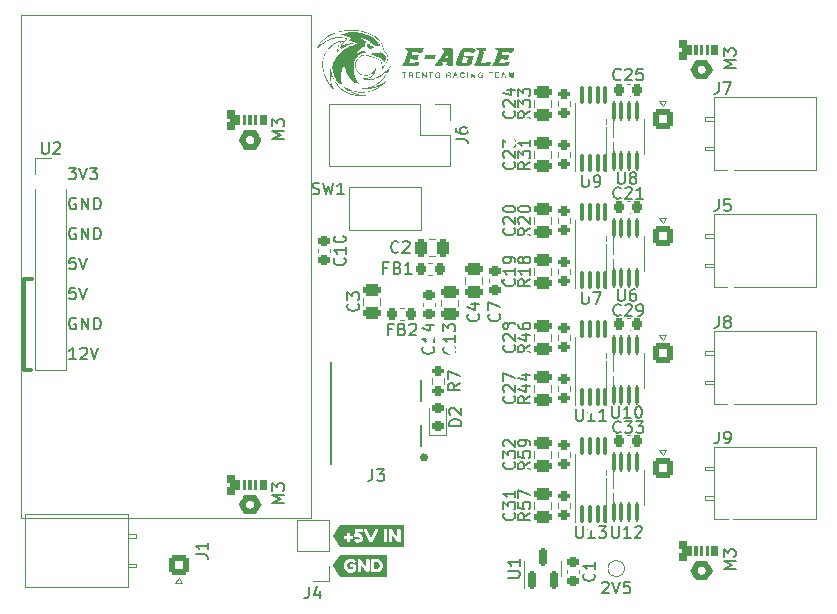
<source format=gto>
G04 #@! TF.GenerationSoftware,KiCad,Pcbnew,(6.0.11)*
G04 #@! TF.CreationDate,2023-05-24T19:33:27+02:00*
G04 #@! TF.ProjectId,an2can,616e3263-616e-42e6-9b69-6361645f7063,V0*
G04 #@! TF.SameCoordinates,Original*
G04 #@! TF.FileFunction,Legend,Top*
G04 #@! TF.FilePolarity,Positive*
%FSLAX46Y46*%
G04 Gerber Fmt 4.6, Leading zero omitted, Abs format (unit mm)*
G04 Created by KiCad (PCBNEW (6.0.11)) date 2023-05-24 19:33:27*
%MOMM*%
%LPD*%
G01*
G04 APERTURE LIST*
G04 Aperture macros list*
%AMRoundRect*
0 Rectangle with rounded corners*
0 $1 Rounding radius*
0 $2 $3 $4 $5 $6 $7 $8 $9 X,Y pos of 4 corners*
0 Add a 4 corners polygon primitive as box body*
4,1,4,$2,$3,$4,$5,$6,$7,$8,$9,$2,$3,0*
0 Add four circle primitives for the rounded corners*
1,1,$1+$1,$2,$3*
1,1,$1+$1,$4,$5*
1,1,$1+$1,$6,$7*
1,1,$1+$1,$8,$9*
0 Add four rect primitives between the rounded corners*
20,1,$1+$1,$2,$3,$4,$5,0*
20,1,$1+$1,$4,$5,$6,$7,0*
20,1,$1+$1,$6,$7,$8,$9,0*
20,1,$1+$1,$8,$9,$2,$3,0*%
G04 Aperture macros list end*
%ADD10C,0.150000*%
%ADD11C,0.120000*%
%ADD12C,0.200000*%
%ADD13C,0.369000*%
%ADD14C,0.300000*%
%ADD15C,1.700000*%
%ADD16RoundRect,0.250000X-0.600000X-0.600000X0.600000X-0.600000X0.600000X0.600000X-0.600000X0.600000X0*%
%ADD17C,1.000000*%
%ADD18RoundRect,0.250000X-0.475000X0.250000X-0.475000X-0.250000X0.475000X-0.250000X0.475000X0.250000X0*%
%ADD19RoundRect,0.200000X-0.275000X0.200000X-0.275000X-0.200000X0.275000X-0.200000X0.275000X0.200000X0*%
%ADD20R,2.180000X1.600000*%
%ADD21C,5.600000*%
%ADD22RoundRect,0.100000X0.100000X-0.712500X0.100000X0.712500X-0.100000X0.712500X-0.100000X-0.712500X0*%
%ADD23RoundRect,0.225000X0.225000X0.250000X-0.225000X0.250000X-0.225000X-0.250000X0.225000X-0.250000X0*%
%ADD24RoundRect,0.250000X0.475000X-0.250000X0.475000X0.250000X-0.475000X0.250000X-0.475000X-0.250000X0*%
%ADD25RoundRect,0.225000X-0.250000X0.225000X-0.250000X-0.225000X0.250000X-0.225000X0.250000X0.225000X0*%
%ADD26RoundRect,0.200000X0.275000X-0.200000X0.275000X0.200000X-0.275000X0.200000X-0.275000X-0.200000X0*%
%ADD27RoundRect,0.250000X0.600000X0.600000X-0.600000X0.600000X-0.600000X-0.600000X0.600000X-0.600000X0*%
%ADD28RoundRect,0.218750X-0.218750X-0.256250X0.218750X-0.256250X0.218750X0.256250X-0.218750X0.256250X0*%
%ADD29R,2.790000X0.740000*%
%ADD30RoundRect,0.100000X0.100000X-0.637500X0.100000X0.637500X-0.100000X0.637500X-0.100000X-0.637500X0*%
%ADD31R,1.700000X1.700000*%
%ADD32O,1.700000X1.700000*%
%ADD33RoundRect,0.218750X0.256250X-0.218750X0.256250X0.218750X-0.256250X0.218750X-0.256250X-0.218750X0*%
%ADD34RoundRect,0.250000X-0.250000X-0.475000X0.250000X-0.475000X0.250000X0.475000X-0.250000X0.475000X0*%
%ADD35RoundRect,0.150000X0.150000X-0.587500X0.150000X0.587500X-0.150000X0.587500X-0.150000X-0.587500X0*%
%ADD36RoundRect,0.225000X0.250000X-0.225000X0.250000X0.225000X-0.250000X0.225000X-0.250000X-0.225000X0*%
%ADD37C,0.650000*%
%ADD38O,2.100000X1.000000*%
%ADD39O,1.600000X1.000000*%
%ADD40C,0.800000*%
%ADD41C,0.500000*%
G04 APERTURE END LIST*
D10*
X84526380Y-107235523D02*
X83526380Y-107235523D01*
X84240666Y-106902190D01*
X83526380Y-106568857D01*
X84526380Y-106568857D01*
X83526380Y-106187904D02*
X83526380Y-105568857D01*
X83907333Y-105902190D01*
X83907333Y-105759333D01*
X83954952Y-105664095D01*
X84002571Y-105616476D01*
X84097809Y-105568857D01*
X84335904Y-105568857D01*
X84431142Y-105616476D01*
X84478761Y-105664095D01*
X84526380Y-105759333D01*
X84526380Y-106045047D01*
X84478761Y-106140285D01*
X84431142Y-106187904D01*
X122753380Y-70405523D02*
X121753380Y-70405523D01*
X122467666Y-70072190D01*
X121753380Y-69738857D01*
X122753380Y-69738857D01*
X121753380Y-69357904D02*
X121753380Y-68738857D01*
X122134333Y-69072190D01*
X122134333Y-68929333D01*
X122181952Y-68834095D01*
X122229571Y-68786476D01*
X122324809Y-68738857D01*
X122562904Y-68738857D01*
X122658142Y-68786476D01*
X122705761Y-68834095D01*
X122753380Y-68929333D01*
X122753380Y-69215047D01*
X122705761Y-69310285D01*
X122658142Y-69357904D01*
X122753380Y-112823523D02*
X121753380Y-112823523D01*
X122467666Y-112490190D01*
X121753380Y-112156857D01*
X122753380Y-112156857D01*
X121753380Y-111775904D02*
X121753380Y-111156857D01*
X122134333Y-111490190D01*
X122134333Y-111347333D01*
X122181952Y-111252095D01*
X122229571Y-111204476D01*
X122324809Y-111156857D01*
X122562904Y-111156857D01*
X122658142Y-111204476D01*
X122705761Y-111252095D01*
X122753380Y-111347333D01*
X122753380Y-111633047D01*
X122705761Y-111728285D01*
X122658142Y-111775904D01*
X84526380Y-76374523D02*
X83526380Y-76374523D01*
X84240666Y-76041190D01*
X83526380Y-75707857D01*
X84526380Y-75707857D01*
X83526380Y-75326904D02*
X83526380Y-74707857D01*
X83907333Y-75041190D01*
X83907333Y-74898333D01*
X83954952Y-74803095D01*
X84002571Y-74755476D01*
X84097809Y-74707857D01*
X84335904Y-74707857D01*
X84431142Y-74755476D01*
X84478761Y-74803095D01*
X84526380Y-74898333D01*
X84526380Y-75184047D01*
X84478761Y-75279285D01*
X84431142Y-75326904D01*
X111458523Y-113974619D02*
X111506142Y-113927000D01*
X111601380Y-113879380D01*
X111839476Y-113879380D01*
X111934714Y-113927000D01*
X111982333Y-113974619D01*
X112029952Y-114069857D01*
X112029952Y-114165095D01*
X111982333Y-114307952D01*
X111410904Y-114879380D01*
X112029952Y-114879380D01*
X112315666Y-113879380D02*
X112649000Y-114879380D01*
X112982333Y-113879380D01*
X113791857Y-113879380D02*
X113315666Y-113879380D01*
X113268047Y-114355571D01*
X113315666Y-114307952D01*
X113410904Y-114260333D01*
X113649000Y-114260333D01*
X113744238Y-114307952D01*
X113791857Y-114355571D01*
X113839476Y-114450809D01*
X113839476Y-114688904D01*
X113791857Y-114784142D01*
X113744238Y-114831761D01*
X113649000Y-114879380D01*
X113410904Y-114879380D01*
X113315666Y-114831761D01*
X113268047Y-114784142D01*
X121332666Y-71588380D02*
X121332666Y-72302666D01*
X121285047Y-72445523D01*
X121189809Y-72540761D01*
X121046952Y-72588380D01*
X120951714Y-72588380D01*
X121713619Y-71588380D02*
X122380285Y-71588380D01*
X121951714Y-72588380D01*
X103989142Y-98178857D02*
X104036761Y-98226476D01*
X104084380Y-98369333D01*
X104084380Y-98464571D01*
X104036761Y-98607428D01*
X103941523Y-98702666D01*
X103846285Y-98750285D01*
X103655809Y-98797904D01*
X103512952Y-98797904D01*
X103322476Y-98750285D01*
X103227238Y-98702666D01*
X103132000Y-98607428D01*
X103084380Y-98464571D01*
X103084380Y-98369333D01*
X103132000Y-98226476D01*
X103179619Y-98178857D01*
X103179619Y-97797904D02*
X103132000Y-97750285D01*
X103084380Y-97655047D01*
X103084380Y-97416952D01*
X103132000Y-97321714D01*
X103179619Y-97274095D01*
X103274857Y-97226476D01*
X103370095Y-97226476D01*
X103512952Y-97274095D01*
X104084380Y-97845523D01*
X104084380Y-97226476D01*
X103084380Y-96893142D02*
X103084380Y-96226476D01*
X104084380Y-96655047D01*
X105354380Y-108084857D02*
X104878190Y-108418190D01*
X105354380Y-108656285D02*
X104354380Y-108656285D01*
X104354380Y-108275333D01*
X104402000Y-108180095D01*
X104449619Y-108132476D01*
X104544857Y-108084857D01*
X104687714Y-108084857D01*
X104782952Y-108132476D01*
X104830571Y-108180095D01*
X104878190Y-108275333D01*
X104878190Y-108656285D01*
X104354380Y-107180095D02*
X104354380Y-107656285D01*
X104830571Y-107703904D01*
X104782952Y-107656285D01*
X104735333Y-107561047D01*
X104735333Y-107322952D01*
X104782952Y-107227714D01*
X104830571Y-107180095D01*
X104925809Y-107132476D01*
X105163904Y-107132476D01*
X105259142Y-107180095D01*
X105306761Y-107227714D01*
X105354380Y-107322952D01*
X105354380Y-107561047D01*
X105306761Y-107656285D01*
X105259142Y-107703904D01*
X104354380Y-106799142D02*
X104354380Y-106132476D01*
X105354380Y-106561047D01*
X86931666Y-81049761D02*
X87074523Y-81097380D01*
X87312619Y-81097380D01*
X87407857Y-81049761D01*
X87455476Y-81002142D01*
X87503095Y-80906904D01*
X87503095Y-80811666D01*
X87455476Y-80716428D01*
X87407857Y-80668809D01*
X87312619Y-80621190D01*
X87122142Y-80573571D01*
X87026904Y-80525952D01*
X86979285Y-80478333D01*
X86931666Y-80383095D01*
X86931666Y-80287857D01*
X86979285Y-80192619D01*
X87026904Y-80145000D01*
X87122142Y-80097380D01*
X87360238Y-80097380D01*
X87503095Y-80145000D01*
X87836428Y-80097380D02*
X88074523Y-81097380D01*
X88265000Y-80383095D01*
X88455476Y-81097380D01*
X88693571Y-80097380D01*
X89598333Y-81097380D02*
X89026904Y-81097380D01*
X89312619Y-81097380D02*
X89312619Y-80097380D01*
X89217380Y-80240238D01*
X89122142Y-80335476D01*
X89026904Y-80383095D01*
X112776095Y-79208380D02*
X112776095Y-80017904D01*
X112823714Y-80113142D01*
X112871333Y-80160761D01*
X112966571Y-80208380D01*
X113157047Y-80208380D01*
X113252285Y-80160761D01*
X113299904Y-80113142D01*
X113347523Y-80017904D01*
X113347523Y-79208380D01*
X113966571Y-79636952D02*
X113871333Y-79589333D01*
X113823714Y-79541714D01*
X113776095Y-79446476D01*
X113776095Y-79398857D01*
X113823714Y-79303619D01*
X113871333Y-79256000D01*
X113966571Y-79208380D01*
X114157047Y-79208380D01*
X114252285Y-79256000D01*
X114299904Y-79303619D01*
X114347523Y-79398857D01*
X114347523Y-79446476D01*
X114299904Y-79541714D01*
X114252285Y-79589333D01*
X114157047Y-79636952D01*
X113966571Y-79636952D01*
X113871333Y-79684571D01*
X113823714Y-79732190D01*
X113776095Y-79827428D01*
X113776095Y-80017904D01*
X113823714Y-80113142D01*
X113871333Y-80160761D01*
X113966571Y-80208380D01*
X114157047Y-80208380D01*
X114252285Y-80160761D01*
X114299904Y-80113142D01*
X114347523Y-80017904D01*
X114347523Y-79827428D01*
X114299904Y-79732190D01*
X114252285Y-79684571D01*
X114157047Y-79636952D01*
X113022142Y-101195142D02*
X112974523Y-101242761D01*
X112831666Y-101290380D01*
X112736428Y-101290380D01*
X112593571Y-101242761D01*
X112498333Y-101147523D01*
X112450714Y-101052285D01*
X112403095Y-100861809D01*
X112403095Y-100718952D01*
X112450714Y-100528476D01*
X112498333Y-100433238D01*
X112593571Y-100338000D01*
X112736428Y-100290380D01*
X112831666Y-100290380D01*
X112974523Y-100338000D01*
X113022142Y-100385619D01*
X113355476Y-100290380D02*
X113974523Y-100290380D01*
X113641190Y-100671333D01*
X113784047Y-100671333D01*
X113879285Y-100718952D01*
X113926904Y-100766571D01*
X113974523Y-100861809D01*
X113974523Y-101099904D01*
X113926904Y-101195142D01*
X113879285Y-101242761D01*
X113784047Y-101290380D01*
X113498333Y-101290380D01*
X113403095Y-101242761D01*
X113355476Y-101195142D01*
X114307857Y-100290380D02*
X114926904Y-100290380D01*
X114593571Y-100671333D01*
X114736428Y-100671333D01*
X114831666Y-100718952D01*
X114879285Y-100766571D01*
X114926904Y-100861809D01*
X114926904Y-101099904D01*
X114879285Y-101195142D01*
X114831666Y-101242761D01*
X114736428Y-101290380D01*
X114450714Y-101290380D01*
X114355476Y-101242761D01*
X114307857Y-101195142D01*
X105354380Y-98178857D02*
X104878190Y-98512190D01*
X105354380Y-98750285D02*
X104354380Y-98750285D01*
X104354380Y-98369333D01*
X104402000Y-98274095D01*
X104449619Y-98226476D01*
X104544857Y-98178857D01*
X104687714Y-98178857D01*
X104782952Y-98226476D01*
X104830571Y-98274095D01*
X104878190Y-98369333D01*
X104878190Y-98750285D01*
X104687714Y-97321714D02*
X105354380Y-97321714D01*
X104306761Y-97559809D02*
X105021047Y-97797904D01*
X105021047Y-97178857D01*
X104687714Y-96369333D02*
X105354380Y-96369333D01*
X104306761Y-96607428D02*
X105021047Y-96845523D01*
X105021047Y-96226476D01*
X103989142Y-74048857D02*
X104036761Y-74096476D01*
X104084380Y-74239333D01*
X104084380Y-74334571D01*
X104036761Y-74477428D01*
X103941523Y-74572666D01*
X103846285Y-74620285D01*
X103655809Y-74667904D01*
X103512952Y-74667904D01*
X103322476Y-74620285D01*
X103227238Y-74572666D01*
X103132000Y-74477428D01*
X103084380Y-74334571D01*
X103084380Y-74239333D01*
X103132000Y-74096476D01*
X103179619Y-74048857D01*
X103179619Y-73667904D02*
X103132000Y-73620285D01*
X103084380Y-73525047D01*
X103084380Y-73286952D01*
X103132000Y-73191714D01*
X103179619Y-73144095D01*
X103274857Y-73096476D01*
X103370095Y-73096476D01*
X103512952Y-73144095D01*
X104084380Y-73715523D01*
X104084380Y-73096476D01*
X103417714Y-72239333D02*
X104084380Y-72239333D01*
X103036761Y-72477428D02*
X103751047Y-72715523D01*
X103751047Y-72096476D01*
X98909142Y-93987857D02*
X98956761Y-94035476D01*
X99004380Y-94178333D01*
X99004380Y-94273571D01*
X98956761Y-94416428D01*
X98861523Y-94511666D01*
X98766285Y-94559285D01*
X98575809Y-94606904D01*
X98432952Y-94606904D01*
X98242476Y-94559285D01*
X98147238Y-94511666D01*
X98052000Y-94416428D01*
X98004380Y-94273571D01*
X98004380Y-94178333D01*
X98052000Y-94035476D01*
X98099619Y-93987857D01*
X99004380Y-93035476D02*
X99004380Y-93606904D01*
X99004380Y-93321190D02*
X98004380Y-93321190D01*
X98147238Y-93416428D01*
X98242476Y-93511666D01*
X98290095Y-93606904D01*
X98004380Y-92702142D02*
X98004380Y-92083095D01*
X98385333Y-92416428D01*
X98385333Y-92273571D01*
X98432952Y-92178333D01*
X98480571Y-92130714D01*
X98575809Y-92083095D01*
X98813904Y-92083095D01*
X98909142Y-92130714D01*
X98956761Y-92178333D01*
X99004380Y-92273571D01*
X99004380Y-92559285D01*
X98956761Y-92654523D01*
X98909142Y-92702142D01*
X113022142Y-91289142D02*
X112974523Y-91336761D01*
X112831666Y-91384380D01*
X112736428Y-91384380D01*
X112593571Y-91336761D01*
X112498333Y-91241523D01*
X112450714Y-91146285D01*
X112403095Y-90955809D01*
X112403095Y-90812952D01*
X112450714Y-90622476D01*
X112498333Y-90527238D01*
X112593571Y-90432000D01*
X112736428Y-90384380D01*
X112831666Y-90384380D01*
X112974523Y-90432000D01*
X113022142Y-90479619D01*
X113403095Y-90479619D02*
X113450714Y-90432000D01*
X113545952Y-90384380D01*
X113784047Y-90384380D01*
X113879285Y-90432000D01*
X113926904Y-90479619D01*
X113974523Y-90574857D01*
X113974523Y-90670095D01*
X113926904Y-90812952D01*
X113355476Y-91384380D01*
X113974523Y-91384380D01*
X114450714Y-91384380D02*
X114641190Y-91384380D01*
X114736428Y-91336761D01*
X114784047Y-91289142D01*
X114879285Y-91146285D01*
X114926904Y-90955809D01*
X114926904Y-90574857D01*
X114879285Y-90479619D01*
X114831666Y-90432000D01*
X114736428Y-90384380D01*
X114545952Y-90384380D01*
X114450714Y-90432000D01*
X114403095Y-90479619D01*
X114355476Y-90574857D01*
X114355476Y-90812952D01*
X114403095Y-90908190D01*
X114450714Y-90955809D01*
X114545952Y-91003428D01*
X114736428Y-91003428D01*
X114831666Y-90955809D01*
X114879285Y-90908190D01*
X114926904Y-90812952D01*
X103989142Y-78366857D02*
X104036761Y-78414476D01*
X104084380Y-78557333D01*
X104084380Y-78652571D01*
X104036761Y-78795428D01*
X103941523Y-78890666D01*
X103846285Y-78938285D01*
X103655809Y-78985904D01*
X103512952Y-78985904D01*
X103322476Y-78938285D01*
X103227238Y-78890666D01*
X103132000Y-78795428D01*
X103084380Y-78652571D01*
X103084380Y-78557333D01*
X103132000Y-78414476D01*
X103179619Y-78366857D01*
X103179619Y-77985904D02*
X103132000Y-77938285D01*
X103084380Y-77843047D01*
X103084380Y-77604952D01*
X103132000Y-77509714D01*
X103179619Y-77462095D01*
X103274857Y-77414476D01*
X103370095Y-77414476D01*
X103512952Y-77462095D01*
X104084380Y-78033523D01*
X104084380Y-77414476D01*
X103084380Y-77081142D02*
X103084380Y-76462095D01*
X103465333Y-76795428D01*
X103465333Y-76652571D01*
X103512952Y-76557333D01*
X103560571Y-76509714D01*
X103655809Y-76462095D01*
X103893904Y-76462095D01*
X103989142Y-76509714D01*
X104036761Y-76557333D01*
X104084380Y-76652571D01*
X104084380Y-76938285D01*
X104036761Y-77033523D01*
X103989142Y-77081142D01*
X110753142Y-113196666D02*
X110800761Y-113244285D01*
X110848380Y-113387142D01*
X110848380Y-113482380D01*
X110800761Y-113625238D01*
X110705523Y-113720476D01*
X110610285Y-113768095D01*
X110419809Y-113815714D01*
X110276952Y-113815714D01*
X110086476Y-113768095D01*
X109991238Y-113720476D01*
X109896000Y-113625238D01*
X109848380Y-113482380D01*
X109848380Y-113387142D01*
X109896000Y-113244285D01*
X109943619Y-113196666D01*
X110848380Y-112244285D02*
X110848380Y-112815714D01*
X110848380Y-112530000D02*
X109848380Y-112530000D01*
X109991238Y-112625238D01*
X110086476Y-112720476D01*
X110134095Y-112815714D01*
X105354380Y-78366857D02*
X104878190Y-78700190D01*
X105354380Y-78938285D02*
X104354380Y-78938285D01*
X104354380Y-78557333D01*
X104402000Y-78462095D01*
X104449619Y-78414476D01*
X104544857Y-78366857D01*
X104687714Y-78366857D01*
X104782952Y-78414476D01*
X104830571Y-78462095D01*
X104878190Y-78557333D01*
X104878190Y-78938285D01*
X104354380Y-78033523D02*
X104354380Y-77414476D01*
X104735333Y-77747809D01*
X104735333Y-77604952D01*
X104782952Y-77509714D01*
X104830571Y-77462095D01*
X104925809Y-77414476D01*
X105163904Y-77414476D01*
X105259142Y-77462095D01*
X105306761Y-77509714D01*
X105354380Y-77604952D01*
X105354380Y-77890666D01*
X105306761Y-77985904D01*
X105259142Y-78033523D01*
X105354380Y-76462095D02*
X105354380Y-77033523D01*
X105354380Y-76747809D02*
X104354380Y-76747809D01*
X104497238Y-76843047D01*
X104592476Y-76938285D01*
X104640095Y-77033523D01*
X100941142Y-91225666D02*
X100988761Y-91273285D01*
X101036380Y-91416142D01*
X101036380Y-91511380D01*
X100988761Y-91654238D01*
X100893523Y-91749476D01*
X100798285Y-91797095D01*
X100607809Y-91844714D01*
X100464952Y-91844714D01*
X100274476Y-91797095D01*
X100179238Y-91749476D01*
X100084000Y-91654238D01*
X100036380Y-91511380D01*
X100036380Y-91416142D01*
X100084000Y-91273285D01*
X100131619Y-91225666D01*
X100369714Y-90368523D02*
X101036380Y-90368523D01*
X99988761Y-90606619D02*
X100703047Y-90844714D01*
X100703047Y-90225666D01*
X105354380Y-103766857D02*
X104878190Y-104100190D01*
X105354380Y-104338285D02*
X104354380Y-104338285D01*
X104354380Y-103957333D01*
X104402000Y-103862095D01*
X104449619Y-103814476D01*
X104544857Y-103766857D01*
X104687714Y-103766857D01*
X104782952Y-103814476D01*
X104830571Y-103862095D01*
X104878190Y-103957333D01*
X104878190Y-104338285D01*
X104354380Y-102862095D02*
X104354380Y-103338285D01*
X104830571Y-103385904D01*
X104782952Y-103338285D01*
X104735333Y-103243047D01*
X104735333Y-103004952D01*
X104782952Y-102909714D01*
X104830571Y-102862095D01*
X104925809Y-102814476D01*
X105163904Y-102814476D01*
X105259142Y-102862095D01*
X105306761Y-102909714D01*
X105354380Y-103004952D01*
X105354380Y-103243047D01*
X105306761Y-103338285D01*
X105259142Y-103385904D01*
X105354380Y-102338285D02*
X105354380Y-102147809D01*
X105306761Y-102052571D01*
X105259142Y-102004952D01*
X105116285Y-101909714D01*
X104925809Y-101862095D01*
X104544857Y-101862095D01*
X104449619Y-101909714D01*
X104402000Y-101957333D01*
X104354380Y-102052571D01*
X104354380Y-102243047D01*
X104402000Y-102338285D01*
X104449619Y-102385904D01*
X104544857Y-102433523D01*
X104782952Y-102433523D01*
X104878190Y-102385904D01*
X104925809Y-102338285D01*
X104973428Y-102243047D01*
X104973428Y-102052571D01*
X104925809Y-101957333D01*
X104878190Y-101909714D01*
X104782952Y-101862095D01*
X77049380Y-111585333D02*
X77763666Y-111585333D01*
X77906523Y-111632952D01*
X78001761Y-111728190D01*
X78049380Y-111871047D01*
X78049380Y-111966285D01*
X78049380Y-110585333D02*
X78049380Y-111156761D01*
X78049380Y-110871047D02*
X77049380Y-110871047D01*
X77192238Y-110966285D01*
X77287476Y-111061523D01*
X77335095Y-111156761D01*
X103989142Y-93860857D02*
X104036761Y-93908476D01*
X104084380Y-94051333D01*
X104084380Y-94146571D01*
X104036761Y-94289428D01*
X103941523Y-94384666D01*
X103846285Y-94432285D01*
X103655809Y-94479904D01*
X103512952Y-94479904D01*
X103322476Y-94432285D01*
X103227238Y-94384666D01*
X103132000Y-94289428D01*
X103084380Y-94146571D01*
X103084380Y-94051333D01*
X103132000Y-93908476D01*
X103179619Y-93860857D01*
X103179619Y-93479904D02*
X103132000Y-93432285D01*
X103084380Y-93337047D01*
X103084380Y-93098952D01*
X103132000Y-93003714D01*
X103179619Y-92956095D01*
X103274857Y-92908476D01*
X103370095Y-92908476D01*
X103512952Y-92956095D01*
X104084380Y-93527523D01*
X104084380Y-92908476D01*
X103512952Y-92337047D02*
X103465333Y-92432285D01*
X103417714Y-92479904D01*
X103322476Y-92527523D01*
X103274857Y-92527523D01*
X103179619Y-92479904D01*
X103132000Y-92432285D01*
X103084380Y-92337047D01*
X103084380Y-92146571D01*
X103132000Y-92051333D01*
X103179619Y-92003714D01*
X103274857Y-91956095D01*
X103322476Y-91956095D01*
X103417714Y-92003714D01*
X103465333Y-92051333D01*
X103512952Y-92146571D01*
X103512952Y-92337047D01*
X103560571Y-92432285D01*
X103608190Y-92479904D01*
X103703428Y-92527523D01*
X103893904Y-92527523D01*
X103989142Y-92479904D01*
X104036761Y-92432285D01*
X104084380Y-92337047D01*
X104084380Y-92146571D01*
X104036761Y-92051333D01*
X103989142Y-92003714D01*
X103893904Y-91956095D01*
X103703428Y-91956095D01*
X103608190Y-92003714D01*
X103560571Y-92051333D01*
X103512952Y-92146571D01*
X93654666Y-92511571D02*
X93321333Y-92511571D01*
X93321333Y-93035380D02*
X93321333Y-92035380D01*
X93797523Y-92035380D01*
X94511809Y-92511571D02*
X94654666Y-92559190D01*
X94702285Y-92606809D01*
X94749904Y-92702047D01*
X94749904Y-92844904D01*
X94702285Y-92940142D01*
X94654666Y-92987761D01*
X94559428Y-93035380D01*
X94178476Y-93035380D01*
X94178476Y-92035380D01*
X94511809Y-92035380D01*
X94607047Y-92083000D01*
X94654666Y-92130619D01*
X94702285Y-92225857D01*
X94702285Y-92321095D01*
X94654666Y-92416333D01*
X94607047Y-92463952D01*
X94511809Y-92511571D01*
X94178476Y-92511571D01*
X95130857Y-92130619D02*
X95178476Y-92083000D01*
X95273714Y-92035380D01*
X95511809Y-92035380D01*
X95607047Y-92083000D01*
X95654666Y-92130619D01*
X95702285Y-92225857D01*
X95702285Y-92321095D01*
X95654666Y-92463952D01*
X95083238Y-93035380D01*
X95702285Y-93035380D01*
X91995666Y-104354380D02*
X91995666Y-105068666D01*
X91948047Y-105211523D01*
X91852809Y-105306761D01*
X91709952Y-105354380D01*
X91614714Y-105354380D01*
X92376619Y-104354380D02*
X92995666Y-104354380D01*
X92662333Y-104735333D01*
X92805190Y-104735333D01*
X92900428Y-104782952D01*
X92948047Y-104830571D01*
X92995666Y-104925809D01*
X92995666Y-105163904D01*
X92948047Y-105259142D01*
X92900428Y-105306761D01*
X92805190Y-105354380D01*
X92519476Y-105354380D01*
X92424238Y-105306761D01*
X92376619Y-105259142D01*
X109251904Y-109180380D02*
X109251904Y-109989904D01*
X109299523Y-110085142D01*
X109347142Y-110132761D01*
X109442380Y-110180380D01*
X109632857Y-110180380D01*
X109728095Y-110132761D01*
X109775714Y-110085142D01*
X109823333Y-109989904D01*
X109823333Y-109180380D01*
X110823333Y-110180380D02*
X110251904Y-110180380D01*
X110537619Y-110180380D02*
X110537619Y-109180380D01*
X110442380Y-109323238D01*
X110347142Y-109418476D01*
X110251904Y-109466095D01*
X111156666Y-109180380D02*
X111775714Y-109180380D01*
X111442380Y-109561333D01*
X111585238Y-109561333D01*
X111680476Y-109608952D01*
X111728095Y-109656571D01*
X111775714Y-109751809D01*
X111775714Y-109989904D01*
X111728095Y-110085142D01*
X111680476Y-110132761D01*
X111585238Y-110180380D01*
X111299523Y-110180380D01*
X111204285Y-110132761D01*
X111156666Y-110085142D01*
X112299904Y-99020380D02*
X112299904Y-99829904D01*
X112347523Y-99925142D01*
X112395142Y-99972761D01*
X112490380Y-100020380D01*
X112680857Y-100020380D01*
X112776095Y-99972761D01*
X112823714Y-99925142D01*
X112871333Y-99829904D01*
X112871333Y-99020380D01*
X113871333Y-100020380D02*
X113299904Y-100020380D01*
X113585619Y-100020380D02*
X113585619Y-99020380D01*
X113490380Y-99163238D01*
X113395142Y-99258476D01*
X113299904Y-99306095D01*
X114490380Y-99020380D02*
X114585619Y-99020380D01*
X114680857Y-99068000D01*
X114728476Y-99115619D01*
X114776095Y-99210857D01*
X114823714Y-99401333D01*
X114823714Y-99639428D01*
X114776095Y-99829904D01*
X114728476Y-99925142D01*
X114680857Y-99972761D01*
X114585619Y-100020380D01*
X114490380Y-100020380D01*
X114395142Y-99972761D01*
X114347523Y-99925142D01*
X114299904Y-99829904D01*
X114252285Y-99639428D01*
X114252285Y-99401333D01*
X114299904Y-99210857D01*
X114347523Y-99115619D01*
X114395142Y-99068000D01*
X114490380Y-99020380D01*
X113022142Y-71350142D02*
X112974523Y-71397761D01*
X112831666Y-71445380D01*
X112736428Y-71445380D01*
X112593571Y-71397761D01*
X112498333Y-71302523D01*
X112450714Y-71207285D01*
X112403095Y-71016809D01*
X112403095Y-70873952D01*
X112450714Y-70683476D01*
X112498333Y-70588238D01*
X112593571Y-70493000D01*
X112736428Y-70445380D01*
X112831666Y-70445380D01*
X112974523Y-70493000D01*
X113022142Y-70540619D01*
X113403095Y-70540619D02*
X113450714Y-70493000D01*
X113545952Y-70445380D01*
X113784047Y-70445380D01*
X113879285Y-70493000D01*
X113926904Y-70540619D01*
X113974523Y-70635857D01*
X113974523Y-70731095D01*
X113926904Y-70873952D01*
X113355476Y-71445380D01*
X113974523Y-71445380D01*
X114879285Y-70445380D02*
X114403095Y-70445380D01*
X114355476Y-70921571D01*
X114403095Y-70873952D01*
X114498333Y-70826333D01*
X114736428Y-70826333D01*
X114831666Y-70873952D01*
X114879285Y-70921571D01*
X114926904Y-71016809D01*
X114926904Y-71254904D01*
X114879285Y-71350142D01*
X114831666Y-71397761D01*
X114736428Y-71445380D01*
X114498333Y-71445380D01*
X114403095Y-71397761D01*
X114355476Y-71350142D01*
X90781142Y-90336666D02*
X90828761Y-90384285D01*
X90876380Y-90527142D01*
X90876380Y-90622380D01*
X90828761Y-90765238D01*
X90733523Y-90860476D01*
X90638285Y-90908095D01*
X90447809Y-90955714D01*
X90304952Y-90955714D01*
X90114476Y-90908095D01*
X90019238Y-90860476D01*
X89924000Y-90765238D01*
X89876380Y-90622380D01*
X89876380Y-90527142D01*
X89924000Y-90384285D01*
X89971619Y-90336666D01*
X89876380Y-90003333D02*
X89876380Y-89384285D01*
X90257333Y-89717619D01*
X90257333Y-89574761D01*
X90304952Y-89479523D01*
X90352571Y-89431904D01*
X90447809Y-89384285D01*
X90685904Y-89384285D01*
X90781142Y-89431904D01*
X90828761Y-89479523D01*
X90876380Y-89574761D01*
X90876380Y-89860476D01*
X90828761Y-89955714D01*
X90781142Y-90003333D01*
X121332666Y-101179380D02*
X121332666Y-101893666D01*
X121285047Y-102036523D01*
X121189809Y-102131761D01*
X121046952Y-102179380D01*
X120951714Y-102179380D01*
X121856476Y-102179380D02*
X122046952Y-102179380D01*
X122142190Y-102131761D01*
X122189809Y-102084142D01*
X122285047Y-101941285D01*
X122332666Y-101750809D01*
X122332666Y-101369857D01*
X122285047Y-101274619D01*
X122237428Y-101227000D01*
X122142190Y-101179380D01*
X121951714Y-101179380D01*
X121856476Y-101227000D01*
X121808857Y-101274619D01*
X121761238Y-101369857D01*
X121761238Y-101607952D01*
X121808857Y-101703190D01*
X121856476Y-101750809D01*
X121951714Y-101798428D01*
X122142190Y-101798428D01*
X122237428Y-101750809D01*
X122285047Y-101703190D01*
X122332666Y-101607952D01*
X99418380Y-97067666D02*
X98942190Y-97401000D01*
X99418380Y-97639095D02*
X98418380Y-97639095D01*
X98418380Y-97258142D01*
X98466000Y-97162904D01*
X98513619Y-97115285D01*
X98608857Y-97067666D01*
X98751714Y-97067666D01*
X98846952Y-97115285D01*
X98894571Y-97162904D01*
X98942190Y-97258142D01*
X98942190Y-97639095D01*
X98418380Y-96734333D02*
X98418380Y-96067666D01*
X99418380Y-96496238D01*
X99054380Y-76406333D02*
X99768666Y-76406333D01*
X99911523Y-76453952D01*
X100006761Y-76549190D01*
X100054380Y-76692047D01*
X100054380Y-76787285D01*
X99054380Y-75501571D02*
X99054380Y-75692047D01*
X99102000Y-75787285D01*
X99149619Y-75834904D01*
X99292476Y-75930142D01*
X99482952Y-75977761D01*
X99863904Y-75977761D01*
X99959142Y-75930142D01*
X100006761Y-75882523D01*
X100054380Y-75787285D01*
X100054380Y-75596809D01*
X100006761Y-75501571D01*
X99959142Y-75453952D01*
X99863904Y-75406333D01*
X99625809Y-75406333D01*
X99530571Y-75453952D01*
X99482952Y-75501571D01*
X99435333Y-75596809D01*
X99435333Y-75787285D01*
X99482952Y-75882523D01*
X99530571Y-75930142D01*
X99625809Y-75977761D01*
X99512380Y-100687095D02*
X98512380Y-100687095D01*
X98512380Y-100449000D01*
X98560000Y-100306142D01*
X98655238Y-100210904D01*
X98750476Y-100163285D01*
X98940952Y-100115666D01*
X99083809Y-100115666D01*
X99274285Y-100163285D01*
X99369523Y-100210904D01*
X99464761Y-100306142D01*
X99512380Y-100449000D01*
X99512380Y-100687095D01*
X98607619Y-99734714D02*
X98560000Y-99687095D01*
X98512380Y-99591857D01*
X98512380Y-99353761D01*
X98560000Y-99258523D01*
X98607619Y-99210904D01*
X98702857Y-99163285D01*
X98798095Y-99163285D01*
X98940952Y-99210904D01*
X99512380Y-99782333D01*
X99512380Y-99163285D01*
X109728095Y-89368380D02*
X109728095Y-90177904D01*
X109775714Y-90273142D01*
X109823333Y-90320761D01*
X109918571Y-90368380D01*
X110109047Y-90368380D01*
X110204285Y-90320761D01*
X110251904Y-90273142D01*
X110299523Y-90177904D01*
X110299523Y-89368380D01*
X110680476Y-89368380D02*
X111347142Y-89368380D01*
X110918571Y-90368380D01*
X109251904Y-99274380D02*
X109251904Y-100083904D01*
X109299523Y-100179142D01*
X109347142Y-100226761D01*
X109442380Y-100274380D01*
X109632857Y-100274380D01*
X109728095Y-100226761D01*
X109775714Y-100179142D01*
X109823333Y-100083904D01*
X109823333Y-99274380D01*
X110823333Y-100274380D02*
X110251904Y-100274380D01*
X110537619Y-100274380D02*
X110537619Y-99274380D01*
X110442380Y-99417238D01*
X110347142Y-99512476D01*
X110251904Y-99560095D01*
X111775714Y-100274380D02*
X111204285Y-100274380D01*
X111490000Y-100274380D02*
X111490000Y-99274380D01*
X111394761Y-99417238D01*
X111299523Y-99512476D01*
X111204285Y-99560095D01*
X113022142Y-81383142D02*
X112974523Y-81430761D01*
X112831666Y-81478380D01*
X112736428Y-81478380D01*
X112593571Y-81430761D01*
X112498333Y-81335523D01*
X112450714Y-81240285D01*
X112403095Y-81049809D01*
X112403095Y-80906952D01*
X112450714Y-80716476D01*
X112498333Y-80621238D01*
X112593571Y-80526000D01*
X112736428Y-80478380D01*
X112831666Y-80478380D01*
X112974523Y-80526000D01*
X113022142Y-80573619D01*
X113403095Y-80573619D02*
X113450714Y-80526000D01*
X113545952Y-80478380D01*
X113784047Y-80478380D01*
X113879285Y-80526000D01*
X113926904Y-80573619D01*
X113974523Y-80668857D01*
X113974523Y-80764095D01*
X113926904Y-80906952D01*
X113355476Y-81478380D01*
X113974523Y-81478380D01*
X114926904Y-81478380D02*
X114355476Y-81478380D01*
X114641190Y-81478380D02*
X114641190Y-80478380D01*
X114545952Y-80621238D01*
X114450714Y-80716476D01*
X114355476Y-80764095D01*
X105354380Y-74048857D02*
X104878190Y-74382190D01*
X105354380Y-74620285D02*
X104354380Y-74620285D01*
X104354380Y-74239333D01*
X104402000Y-74144095D01*
X104449619Y-74096476D01*
X104544857Y-74048857D01*
X104687714Y-74048857D01*
X104782952Y-74096476D01*
X104830571Y-74144095D01*
X104878190Y-74239333D01*
X104878190Y-74620285D01*
X104354380Y-73715523D02*
X104354380Y-73096476D01*
X104735333Y-73429809D01*
X104735333Y-73286952D01*
X104782952Y-73191714D01*
X104830571Y-73144095D01*
X104925809Y-73096476D01*
X105163904Y-73096476D01*
X105259142Y-73144095D01*
X105306761Y-73191714D01*
X105354380Y-73286952D01*
X105354380Y-73572666D01*
X105306761Y-73667904D01*
X105259142Y-73715523D01*
X104354380Y-72763142D02*
X104354380Y-72144095D01*
X104735333Y-72477428D01*
X104735333Y-72334571D01*
X104782952Y-72239333D01*
X104830571Y-72191714D01*
X104925809Y-72144095D01*
X105163904Y-72144095D01*
X105259142Y-72191714D01*
X105306761Y-72239333D01*
X105354380Y-72334571D01*
X105354380Y-72620285D01*
X105306761Y-72715523D01*
X105259142Y-72763142D01*
X121332666Y-91400380D02*
X121332666Y-92114666D01*
X121285047Y-92257523D01*
X121189809Y-92352761D01*
X121046952Y-92400380D01*
X120951714Y-92400380D01*
X121951714Y-91828952D02*
X121856476Y-91781333D01*
X121808857Y-91733714D01*
X121761238Y-91638476D01*
X121761238Y-91590857D01*
X121808857Y-91495619D01*
X121856476Y-91448000D01*
X121951714Y-91400380D01*
X122142190Y-91400380D01*
X122237428Y-91448000D01*
X122285047Y-91495619D01*
X122332666Y-91590857D01*
X122332666Y-91638476D01*
X122285047Y-91733714D01*
X122237428Y-91781333D01*
X122142190Y-91828952D01*
X121951714Y-91828952D01*
X121856476Y-91876571D01*
X121808857Y-91924190D01*
X121761238Y-92019428D01*
X121761238Y-92209904D01*
X121808857Y-92305142D01*
X121856476Y-92352761D01*
X121951714Y-92400380D01*
X122142190Y-92400380D01*
X122237428Y-92352761D01*
X122285047Y-92305142D01*
X122332666Y-92209904D01*
X122332666Y-92019428D01*
X122285047Y-91924190D01*
X122237428Y-91876571D01*
X122142190Y-91828952D01*
X94194333Y-85955142D02*
X94146714Y-86002761D01*
X94003857Y-86050380D01*
X93908619Y-86050380D01*
X93765761Y-86002761D01*
X93670523Y-85907523D01*
X93622904Y-85812285D01*
X93575285Y-85621809D01*
X93575285Y-85478952D01*
X93622904Y-85288476D01*
X93670523Y-85193238D01*
X93765761Y-85098000D01*
X93908619Y-85050380D01*
X94003857Y-85050380D01*
X94146714Y-85098000D01*
X94194333Y-85145619D01*
X94575285Y-85145619D02*
X94622904Y-85098000D01*
X94718142Y-85050380D01*
X94956238Y-85050380D01*
X95051476Y-85098000D01*
X95099095Y-85145619D01*
X95146714Y-85240857D01*
X95146714Y-85336095D01*
X95099095Y-85478952D01*
X94527666Y-86050380D01*
X95146714Y-86050380D01*
X93273666Y-87304571D02*
X92940333Y-87304571D01*
X92940333Y-87828380D02*
X92940333Y-86828380D01*
X93416523Y-86828380D01*
X94130809Y-87304571D02*
X94273666Y-87352190D01*
X94321285Y-87399809D01*
X94368904Y-87495047D01*
X94368904Y-87637904D01*
X94321285Y-87733142D01*
X94273666Y-87780761D01*
X94178428Y-87828380D01*
X93797476Y-87828380D01*
X93797476Y-86828380D01*
X94130809Y-86828380D01*
X94226047Y-86876000D01*
X94273666Y-86923619D01*
X94321285Y-87018857D01*
X94321285Y-87114095D01*
X94273666Y-87209333D01*
X94226047Y-87256952D01*
X94130809Y-87304571D01*
X93797476Y-87304571D01*
X95321285Y-87828380D02*
X94749857Y-87828380D01*
X95035571Y-87828380D02*
X95035571Y-86828380D01*
X94940333Y-86971238D01*
X94845095Y-87066476D01*
X94749857Y-87114095D01*
X103478380Y-113537904D02*
X104287904Y-113537904D01*
X104383142Y-113490285D01*
X104430761Y-113442666D01*
X104478380Y-113347428D01*
X104478380Y-113156952D01*
X104430761Y-113061714D01*
X104383142Y-113014095D01*
X104287904Y-112966476D01*
X103478380Y-112966476D01*
X104478380Y-111966476D02*
X104478380Y-112537904D01*
X104478380Y-112252190D02*
X103478380Y-112252190D01*
X103621238Y-112347428D01*
X103716476Y-112442666D01*
X103764095Y-112537904D01*
X97131142Y-93987857D02*
X97178761Y-94035476D01*
X97226380Y-94178333D01*
X97226380Y-94273571D01*
X97178761Y-94416428D01*
X97083523Y-94511666D01*
X96988285Y-94559285D01*
X96797809Y-94606904D01*
X96654952Y-94606904D01*
X96464476Y-94559285D01*
X96369238Y-94511666D01*
X96274000Y-94416428D01*
X96226380Y-94273571D01*
X96226380Y-94178333D01*
X96274000Y-94035476D01*
X96321619Y-93987857D01*
X97226380Y-93035476D02*
X97226380Y-93606904D01*
X97226380Y-93321190D02*
X96226380Y-93321190D01*
X96369238Y-93416428D01*
X96464476Y-93511666D01*
X96512095Y-93606904D01*
X96559714Y-92178333D02*
X97226380Y-92178333D01*
X96178761Y-92416428D02*
X96893047Y-92654523D01*
X96893047Y-92035476D01*
X105354380Y-93860857D02*
X104878190Y-94194190D01*
X105354380Y-94432285D02*
X104354380Y-94432285D01*
X104354380Y-94051333D01*
X104402000Y-93956095D01*
X104449619Y-93908476D01*
X104544857Y-93860857D01*
X104687714Y-93860857D01*
X104782952Y-93908476D01*
X104830571Y-93956095D01*
X104878190Y-94051333D01*
X104878190Y-94432285D01*
X104687714Y-93003714D02*
X105354380Y-93003714D01*
X104306761Y-93241809D02*
X105021047Y-93479904D01*
X105021047Y-92860857D01*
X104354380Y-92051333D02*
X104354380Y-92241809D01*
X104402000Y-92337047D01*
X104449619Y-92384666D01*
X104592476Y-92479904D01*
X104782952Y-92527523D01*
X105163904Y-92527523D01*
X105259142Y-92479904D01*
X105306761Y-92432285D01*
X105354380Y-92337047D01*
X105354380Y-92146571D01*
X105306761Y-92051333D01*
X105259142Y-92003714D01*
X105163904Y-91956095D01*
X104925809Y-91956095D01*
X104830571Y-92003714D01*
X104782952Y-92051333D01*
X104735333Y-92146571D01*
X104735333Y-92337047D01*
X104782952Y-92432285D01*
X104830571Y-92479904D01*
X104925809Y-92527523D01*
X86626166Y-114309380D02*
X86626166Y-115023666D01*
X86578547Y-115166523D01*
X86483309Y-115261761D01*
X86340452Y-115309380D01*
X86245214Y-115309380D01*
X87530928Y-114642714D02*
X87530928Y-115309380D01*
X87292833Y-114261761D02*
X87054738Y-114976047D01*
X87673785Y-114976047D01*
X103989142Y-108084857D02*
X104036761Y-108132476D01*
X104084380Y-108275333D01*
X104084380Y-108370571D01*
X104036761Y-108513428D01*
X103941523Y-108608666D01*
X103846285Y-108656285D01*
X103655809Y-108703904D01*
X103512952Y-108703904D01*
X103322476Y-108656285D01*
X103227238Y-108608666D01*
X103132000Y-108513428D01*
X103084380Y-108370571D01*
X103084380Y-108275333D01*
X103132000Y-108132476D01*
X103179619Y-108084857D01*
X103084380Y-107751523D02*
X103084380Y-107132476D01*
X103465333Y-107465809D01*
X103465333Y-107322952D01*
X103512952Y-107227714D01*
X103560571Y-107180095D01*
X103655809Y-107132476D01*
X103893904Y-107132476D01*
X103989142Y-107180095D01*
X104036761Y-107227714D01*
X104084380Y-107322952D01*
X104084380Y-107608666D01*
X104036761Y-107703904D01*
X103989142Y-107751523D01*
X104084380Y-106180095D02*
X104084380Y-106751523D01*
X104084380Y-106465809D02*
X103084380Y-106465809D01*
X103227238Y-106561047D01*
X103322476Y-106656285D01*
X103370095Y-106751523D01*
X103989142Y-103766857D02*
X104036761Y-103814476D01*
X104084380Y-103957333D01*
X104084380Y-104052571D01*
X104036761Y-104195428D01*
X103941523Y-104290666D01*
X103846285Y-104338285D01*
X103655809Y-104385904D01*
X103512952Y-104385904D01*
X103322476Y-104338285D01*
X103227238Y-104290666D01*
X103132000Y-104195428D01*
X103084380Y-104052571D01*
X103084380Y-103957333D01*
X103132000Y-103814476D01*
X103179619Y-103766857D01*
X103084380Y-103433523D02*
X103084380Y-102814476D01*
X103465333Y-103147809D01*
X103465333Y-103004952D01*
X103512952Y-102909714D01*
X103560571Y-102862095D01*
X103655809Y-102814476D01*
X103893904Y-102814476D01*
X103989142Y-102862095D01*
X104036761Y-102909714D01*
X104084380Y-103004952D01*
X104084380Y-103290666D01*
X104036761Y-103385904D01*
X103989142Y-103433523D01*
X103179619Y-102433523D02*
X103132000Y-102385904D01*
X103084380Y-102290666D01*
X103084380Y-102052571D01*
X103132000Y-101957333D01*
X103179619Y-101909714D01*
X103274857Y-101862095D01*
X103370095Y-101862095D01*
X103512952Y-101909714D01*
X104084380Y-102481142D01*
X104084380Y-101862095D01*
X103989142Y-88272857D02*
X104036761Y-88320476D01*
X104084380Y-88463333D01*
X104084380Y-88558571D01*
X104036761Y-88701428D01*
X103941523Y-88796666D01*
X103846285Y-88844285D01*
X103655809Y-88891904D01*
X103512952Y-88891904D01*
X103322476Y-88844285D01*
X103227238Y-88796666D01*
X103132000Y-88701428D01*
X103084380Y-88558571D01*
X103084380Y-88463333D01*
X103132000Y-88320476D01*
X103179619Y-88272857D01*
X104084380Y-87320476D02*
X104084380Y-87891904D01*
X104084380Y-87606190D02*
X103084380Y-87606190D01*
X103227238Y-87701428D01*
X103322476Y-87796666D01*
X103370095Y-87891904D01*
X104084380Y-86844285D02*
X104084380Y-86653809D01*
X104036761Y-86558571D01*
X103989142Y-86510952D01*
X103846285Y-86415714D01*
X103655809Y-86368095D01*
X103274857Y-86368095D01*
X103179619Y-86415714D01*
X103132000Y-86463333D01*
X103084380Y-86558571D01*
X103084380Y-86749047D01*
X103132000Y-86844285D01*
X103179619Y-86891904D01*
X103274857Y-86939523D01*
X103512952Y-86939523D01*
X103608190Y-86891904D01*
X103655809Y-86844285D01*
X103703428Y-86749047D01*
X103703428Y-86558571D01*
X103655809Y-86463333D01*
X103608190Y-86415714D01*
X103512952Y-86368095D01*
X121332666Y-81494380D02*
X121332666Y-82208666D01*
X121285047Y-82351523D01*
X121189809Y-82446761D01*
X121046952Y-82494380D01*
X120951714Y-82494380D01*
X122285047Y-81494380D02*
X121808857Y-81494380D01*
X121761238Y-81970571D01*
X121808857Y-81922952D01*
X121904095Y-81875333D01*
X122142190Y-81875333D01*
X122237428Y-81922952D01*
X122285047Y-81970571D01*
X122332666Y-82065809D01*
X122332666Y-82303904D01*
X122285047Y-82399142D01*
X122237428Y-82446761D01*
X122142190Y-82494380D01*
X121904095Y-82494380D01*
X121808857Y-82446761D01*
X121761238Y-82399142D01*
X112299904Y-109180380D02*
X112299904Y-109989904D01*
X112347523Y-110085142D01*
X112395142Y-110132761D01*
X112490380Y-110180380D01*
X112680857Y-110180380D01*
X112776095Y-110132761D01*
X112823714Y-110085142D01*
X112871333Y-109989904D01*
X112871333Y-109180380D01*
X113871333Y-110180380D02*
X113299904Y-110180380D01*
X113585619Y-110180380D02*
X113585619Y-109180380D01*
X113490380Y-109323238D01*
X113395142Y-109418476D01*
X113299904Y-109466095D01*
X114252285Y-109275619D02*
X114299904Y-109228000D01*
X114395142Y-109180380D01*
X114633238Y-109180380D01*
X114728476Y-109228000D01*
X114776095Y-109275619D01*
X114823714Y-109370857D01*
X114823714Y-109466095D01*
X114776095Y-109608952D01*
X114204666Y-110180380D01*
X114823714Y-110180380D01*
X109728095Y-79462380D02*
X109728095Y-80271904D01*
X109775714Y-80367142D01*
X109823333Y-80414761D01*
X109918571Y-80462380D01*
X110109047Y-80462380D01*
X110204285Y-80414761D01*
X110251904Y-80367142D01*
X110299523Y-80271904D01*
X110299523Y-79462380D01*
X110823333Y-80462380D02*
X111013809Y-80462380D01*
X111109047Y-80414761D01*
X111156666Y-80367142D01*
X111251904Y-80224285D01*
X111299523Y-80033809D01*
X111299523Y-79652857D01*
X111251904Y-79557619D01*
X111204285Y-79510000D01*
X111109047Y-79462380D01*
X110918571Y-79462380D01*
X110823333Y-79510000D01*
X110775714Y-79557619D01*
X110728095Y-79652857D01*
X110728095Y-79890952D01*
X110775714Y-79986190D01*
X110823333Y-80033809D01*
X110918571Y-80081428D01*
X111109047Y-80081428D01*
X111204285Y-80033809D01*
X111251904Y-79986190D01*
X111299523Y-79890952D01*
X105354380Y-88272857D02*
X104878190Y-88606190D01*
X105354380Y-88844285D02*
X104354380Y-88844285D01*
X104354380Y-88463333D01*
X104402000Y-88368095D01*
X104449619Y-88320476D01*
X104544857Y-88272857D01*
X104687714Y-88272857D01*
X104782952Y-88320476D01*
X104830571Y-88368095D01*
X104878190Y-88463333D01*
X104878190Y-88844285D01*
X105354380Y-87320476D02*
X105354380Y-87891904D01*
X105354380Y-87606190D02*
X104354380Y-87606190D01*
X104497238Y-87701428D01*
X104592476Y-87796666D01*
X104640095Y-87891904D01*
X104782952Y-86749047D02*
X104735333Y-86844285D01*
X104687714Y-86891904D01*
X104592476Y-86939523D01*
X104544857Y-86939523D01*
X104449619Y-86891904D01*
X104402000Y-86844285D01*
X104354380Y-86749047D01*
X104354380Y-86558571D01*
X104402000Y-86463333D01*
X104449619Y-86415714D01*
X104544857Y-86368095D01*
X104592476Y-86368095D01*
X104687714Y-86415714D01*
X104735333Y-86463333D01*
X104782952Y-86558571D01*
X104782952Y-86749047D01*
X104830571Y-86844285D01*
X104878190Y-86891904D01*
X104973428Y-86939523D01*
X105163904Y-86939523D01*
X105259142Y-86891904D01*
X105306761Y-86844285D01*
X105354380Y-86749047D01*
X105354380Y-86558571D01*
X105306761Y-86463333D01*
X105259142Y-86415714D01*
X105163904Y-86368095D01*
X104973428Y-86368095D01*
X104878190Y-86415714D01*
X104830571Y-86463333D01*
X104782952Y-86558571D01*
X105354380Y-83954857D02*
X104878190Y-84288190D01*
X105354380Y-84526285D02*
X104354380Y-84526285D01*
X104354380Y-84145333D01*
X104402000Y-84050095D01*
X104449619Y-84002476D01*
X104544857Y-83954857D01*
X104687714Y-83954857D01*
X104782952Y-84002476D01*
X104830571Y-84050095D01*
X104878190Y-84145333D01*
X104878190Y-84526285D01*
X104449619Y-83573904D02*
X104402000Y-83526285D01*
X104354380Y-83431047D01*
X104354380Y-83192952D01*
X104402000Y-83097714D01*
X104449619Y-83050095D01*
X104544857Y-83002476D01*
X104640095Y-83002476D01*
X104782952Y-83050095D01*
X105354380Y-83621523D01*
X105354380Y-83002476D01*
X104354380Y-82383428D02*
X104354380Y-82288190D01*
X104402000Y-82192952D01*
X104449619Y-82145333D01*
X104544857Y-82097714D01*
X104735333Y-82050095D01*
X104973428Y-82050095D01*
X105163904Y-82097714D01*
X105259142Y-82145333D01*
X105306761Y-82192952D01*
X105354380Y-82288190D01*
X105354380Y-82383428D01*
X105306761Y-82478666D01*
X105259142Y-82526285D01*
X105163904Y-82573904D01*
X104973428Y-82621523D01*
X104735333Y-82621523D01*
X104544857Y-82573904D01*
X104449619Y-82526285D01*
X104402000Y-82478666D01*
X104354380Y-82383428D01*
X102719142Y-91225666D02*
X102766761Y-91273285D01*
X102814380Y-91416142D01*
X102814380Y-91511380D01*
X102766761Y-91654238D01*
X102671523Y-91749476D01*
X102576285Y-91797095D01*
X102385809Y-91844714D01*
X102242952Y-91844714D01*
X102052476Y-91797095D01*
X101957238Y-91749476D01*
X101862000Y-91654238D01*
X101814380Y-91511380D01*
X101814380Y-91416142D01*
X101862000Y-91273285D01*
X101909619Y-91225666D01*
X101814380Y-90892333D02*
X101814380Y-90225666D01*
X102814380Y-90654238D01*
X64008095Y-76668380D02*
X64008095Y-77477904D01*
X64055714Y-77573142D01*
X64103333Y-77620761D01*
X64198571Y-77668380D01*
X64389047Y-77668380D01*
X64484285Y-77620761D01*
X64531904Y-77573142D01*
X64579523Y-77477904D01*
X64579523Y-76668380D01*
X65008095Y-76763619D02*
X65055714Y-76716000D01*
X65150952Y-76668380D01*
X65389047Y-76668380D01*
X65484285Y-76716000D01*
X65531904Y-76763619D01*
X65579523Y-76858857D01*
X65579523Y-76954095D01*
X65531904Y-77096952D01*
X64960476Y-77668380D01*
X65579523Y-77668380D01*
X66280357Y-78827380D02*
X66899404Y-78827380D01*
X66566071Y-79208333D01*
X66708928Y-79208333D01*
X66804166Y-79255952D01*
X66851785Y-79303571D01*
X66899404Y-79398809D01*
X66899404Y-79636904D01*
X66851785Y-79732142D01*
X66804166Y-79779761D01*
X66708928Y-79827380D01*
X66423214Y-79827380D01*
X66327976Y-79779761D01*
X66280357Y-79732142D01*
X67185119Y-78827380D02*
X67518452Y-79827380D01*
X67851785Y-78827380D01*
X68089880Y-78827380D02*
X68708928Y-78827380D01*
X68375595Y-79208333D01*
X68518452Y-79208333D01*
X68613690Y-79255952D01*
X68661309Y-79303571D01*
X68708928Y-79398809D01*
X68708928Y-79636904D01*
X68661309Y-79732142D01*
X68613690Y-79779761D01*
X68518452Y-79827380D01*
X68232738Y-79827380D01*
X68137500Y-79779761D01*
X68089880Y-79732142D01*
X66899404Y-83955000D02*
X66804166Y-83907380D01*
X66661309Y-83907380D01*
X66518452Y-83955000D01*
X66423214Y-84050238D01*
X66375595Y-84145476D01*
X66327976Y-84335952D01*
X66327976Y-84478809D01*
X66375595Y-84669285D01*
X66423214Y-84764523D01*
X66518452Y-84859761D01*
X66661309Y-84907380D01*
X66756547Y-84907380D01*
X66899404Y-84859761D01*
X66947023Y-84812142D01*
X66947023Y-84478809D01*
X66756547Y-84478809D01*
X67375595Y-84907380D02*
X67375595Y-83907380D01*
X67947023Y-84907380D01*
X67947023Y-83907380D01*
X68423214Y-84907380D02*
X68423214Y-83907380D01*
X68661309Y-83907380D01*
X68804166Y-83955000D01*
X68899404Y-84050238D01*
X68947023Y-84145476D01*
X68994642Y-84335952D01*
X68994642Y-84478809D01*
X68947023Y-84669285D01*
X68899404Y-84764523D01*
X68804166Y-84859761D01*
X68661309Y-84907380D01*
X68423214Y-84907380D01*
X66851785Y-86447380D02*
X66375595Y-86447380D01*
X66327976Y-86923571D01*
X66375595Y-86875952D01*
X66470833Y-86828333D01*
X66708928Y-86828333D01*
X66804166Y-86875952D01*
X66851785Y-86923571D01*
X66899404Y-87018809D01*
X66899404Y-87256904D01*
X66851785Y-87352142D01*
X66804166Y-87399761D01*
X66708928Y-87447380D01*
X66470833Y-87447380D01*
X66375595Y-87399761D01*
X66327976Y-87352142D01*
X67185119Y-86447380D02*
X67518452Y-87447380D01*
X67851785Y-86447380D01*
X66899404Y-95067380D02*
X66327976Y-95067380D01*
X66613690Y-95067380D02*
X66613690Y-94067380D01*
X66518452Y-94210238D01*
X66423214Y-94305476D01*
X66327976Y-94353095D01*
X67280357Y-94162619D02*
X67327976Y-94115000D01*
X67423214Y-94067380D01*
X67661309Y-94067380D01*
X67756547Y-94115000D01*
X67804166Y-94162619D01*
X67851785Y-94257857D01*
X67851785Y-94353095D01*
X67804166Y-94495952D01*
X67232738Y-95067380D01*
X67851785Y-95067380D01*
X68137500Y-94067380D02*
X68470833Y-95067380D01*
X68804166Y-94067380D01*
X66899404Y-91575000D02*
X66804166Y-91527380D01*
X66661309Y-91527380D01*
X66518452Y-91575000D01*
X66423214Y-91670238D01*
X66375595Y-91765476D01*
X66327976Y-91955952D01*
X66327976Y-92098809D01*
X66375595Y-92289285D01*
X66423214Y-92384523D01*
X66518452Y-92479761D01*
X66661309Y-92527380D01*
X66756547Y-92527380D01*
X66899404Y-92479761D01*
X66947023Y-92432142D01*
X66947023Y-92098809D01*
X66756547Y-92098809D01*
X67375595Y-92527380D02*
X67375595Y-91527380D01*
X67947023Y-92527380D01*
X67947023Y-91527380D01*
X68423214Y-92527380D02*
X68423214Y-91527380D01*
X68661309Y-91527380D01*
X68804166Y-91575000D01*
X68899404Y-91670238D01*
X68947023Y-91765476D01*
X68994642Y-91955952D01*
X68994642Y-92098809D01*
X68947023Y-92289285D01*
X68899404Y-92384523D01*
X68804166Y-92479761D01*
X68661309Y-92527380D01*
X68423214Y-92527380D01*
X66851785Y-88987380D02*
X66375595Y-88987380D01*
X66327976Y-89463571D01*
X66375595Y-89415952D01*
X66470833Y-89368333D01*
X66708928Y-89368333D01*
X66804166Y-89415952D01*
X66851785Y-89463571D01*
X66899404Y-89558809D01*
X66899404Y-89796904D01*
X66851785Y-89892142D01*
X66804166Y-89939761D01*
X66708928Y-89987380D01*
X66470833Y-89987380D01*
X66375595Y-89939761D01*
X66327976Y-89892142D01*
X67185119Y-88987380D02*
X67518452Y-89987380D01*
X67851785Y-88987380D01*
X66899404Y-81415000D02*
X66804166Y-81367380D01*
X66661309Y-81367380D01*
X66518452Y-81415000D01*
X66423214Y-81510238D01*
X66375595Y-81605476D01*
X66327976Y-81795952D01*
X66327976Y-81938809D01*
X66375595Y-82129285D01*
X66423214Y-82224523D01*
X66518452Y-82319761D01*
X66661309Y-82367380D01*
X66756547Y-82367380D01*
X66899404Y-82319761D01*
X66947023Y-82272142D01*
X66947023Y-81938809D01*
X66756547Y-81938809D01*
X67375595Y-82367380D02*
X67375595Y-81367380D01*
X67947023Y-82367380D01*
X67947023Y-81367380D01*
X68423214Y-82367380D02*
X68423214Y-81367380D01*
X68661309Y-81367380D01*
X68804166Y-81415000D01*
X68899404Y-81510238D01*
X68947023Y-81605476D01*
X68994642Y-81795952D01*
X68994642Y-81938809D01*
X68947023Y-82129285D01*
X68899404Y-82224523D01*
X68804166Y-82319761D01*
X68661309Y-82367380D01*
X68423214Y-82367380D01*
X89638142Y-86494857D02*
X89685761Y-86542476D01*
X89733380Y-86685333D01*
X89733380Y-86780571D01*
X89685761Y-86923428D01*
X89590523Y-87018666D01*
X89495285Y-87066285D01*
X89304809Y-87113904D01*
X89161952Y-87113904D01*
X88971476Y-87066285D01*
X88876238Y-87018666D01*
X88781000Y-86923428D01*
X88733380Y-86780571D01*
X88733380Y-86685333D01*
X88781000Y-86542476D01*
X88828619Y-86494857D01*
X89733380Y-85542476D02*
X89733380Y-86113904D01*
X89733380Y-85828190D02*
X88733380Y-85828190D01*
X88876238Y-85923428D01*
X88971476Y-86018666D01*
X89019095Y-86113904D01*
X88733380Y-84923428D02*
X88733380Y-84828190D01*
X88781000Y-84732952D01*
X88828619Y-84685333D01*
X88923857Y-84637714D01*
X89114333Y-84590095D01*
X89352428Y-84590095D01*
X89542904Y-84637714D01*
X89638142Y-84685333D01*
X89685761Y-84732952D01*
X89733380Y-84828190D01*
X89733380Y-84923428D01*
X89685761Y-85018666D01*
X89638142Y-85066285D01*
X89542904Y-85113904D01*
X89352428Y-85161523D01*
X89114333Y-85161523D01*
X88923857Y-85113904D01*
X88828619Y-85066285D01*
X88781000Y-85018666D01*
X88733380Y-84923428D01*
X103989142Y-83954857D02*
X104036761Y-84002476D01*
X104084380Y-84145333D01*
X104084380Y-84240571D01*
X104036761Y-84383428D01*
X103941523Y-84478666D01*
X103846285Y-84526285D01*
X103655809Y-84573904D01*
X103512952Y-84573904D01*
X103322476Y-84526285D01*
X103227238Y-84478666D01*
X103132000Y-84383428D01*
X103084380Y-84240571D01*
X103084380Y-84145333D01*
X103132000Y-84002476D01*
X103179619Y-83954857D01*
X103179619Y-83573904D02*
X103132000Y-83526285D01*
X103084380Y-83431047D01*
X103084380Y-83192952D01*
X103132000Y-83097714D01*
X103179619Y-83050095D01*
X103274857Y-83002476D01*
X103370095Y-83002476D01*
X103512952Y-83050095D01*
X104084380Y-83621523D01*
X104084380Y-83002476D01*
X103084380Y-82383428D02*
X103084380Y-82288190D01*
X103132000Y-82192952D01*
X103179619Y-82145333D01*
X103274857Y-82097714D01*
X103465333Y-82050095D01*
X103703428Y-82050095D01*
X103893904Y-82097714D01*
X103989142Y-82145333D01*
X104036761Y-82192952D01*
X104084380Y-82288190D01*
X104084380Y-82383428D01*
X104036761Y-82478666D01*
X103989142Y-82526285D01*
X103893904Y-82573904D01*
X103703428Y-82621523D01*
X103465333Y-82621523D01*
X103274857Y-82573904D01*
X103179619Y-82526285D01*
X103132000Y-82478666D01*
X103084380Y-82383428D01*
X112776095Y-89114380D02*
X112776095Y-89923904D01*
X112823714Y-90019142D01*
X112871333Y-90066761D01*
X112966571Y-90114380D01*
X113157047Y-90114380D01*
X113252285Y-90066761D01*
X113299904Y-90019142D01*
X113347523Y-89923904D01*
X113347523Y-89114380D01*
X114252285Y-89114380D02*
X114061809Y-89114380D01*
X113966571Y-89162000D01*
X113918952Y-89209619D01*
X113823714Y-89352476D01*
X113776095Y-89542952D01*
X113776095Y-89923904D01*
X113823714Y-90019142D01*
X113871333Y-90066761D01*
X113966571Y-90114380D01*
X114157047Y-90114380D01*
X114252285Y-90066761D01*
X114299904Y-90019142D01*
X114347523Y-89923904D01*
X114347523Y-89685809D01*
X114299904Y-89590571D01*
X114252285Y-89542952D01*
X114157047Y-89495333D01*
X113966571Y-89495333D01*
X113871333Y-89542952D01*
X113823714Y-89590571D01*
X113776095Y-89685809D01*
D11*
X116886000Y-73161736D02*
X116286000Y-73161736D01*
X129576000Y-79026000D02*
X129576000Y-72866000D01*
X120896000Y-72866000D02*
X120896000Y-79026000D01*
X120196000Y-74846000D02*
X120896000Y-74846000D01*
X120896000Y-74846000D02*
X120896000Y-74546000D01*
X116586000Y-73586000D02*
X116886000Y-73161736D01*
X120196000Y-77346000D02*
X120896000Y-77346000D01*
X120896000Y-79026000D02*
X129576000Y-79026000D01*
X120896000Y-77046000D02*
X120196000Y-77046000D01*
X120196000Y-74546000D02*
X120196000Y-74846000D01*
X129576000Y-72866000D02*
X120896000Y-72866000D01*
X120196000Y-77046000D02*
X120196000Y-77346000D01*
X120896000Y-74546000D02*
X120196000Y-74546000D01*
X120896000Y-77346000D02*
X120896000Y-77046000D01*
X116286000Y-73161736D02*
X116586000Y-73586000D01*
X113349000Y-112776000D02*
G75*
G03*
X113349000Y-112776000I-700000J0D01*
G01*
X105691000Y-97274748D02*
X105691000Y-97797252D01*
X107161000Y-97274748D02*
X107161000Y-97797252D01*
X108726500Y-107204742D02*
X108726500Y-107679258D01*
X107681500Y-107204742D02*
X107681500Y-107679258D01*
X96151000Y-84106000D02*
X90031000Y-84106000D01*
X96151000Y-80486000D02*
X96151000Y-84106000D01*
X90031000Y-84106000D02*
X90031000Y-80486000D01*
X90031000Y-80486000D02*
X96151000Y-80486000D01*
X111801000Y-76180000D02*
X111801000Y-74680000D01*
X115021000Y-76180000D02*
X115021000Y-74680000D01*
X115021000Y-76180000D02*
X115021000Y-77680000D01*
X111801000Y-76180000D02*
X111801000Y-79105000D01*
G36*
X81302359Y-75244519D02*
G01*
X81019144Y-75244519D01*
X81019144Y-74409777D01*
X81302359Y-74409777D01*
X81302359Y-75244519D01*
G37*
G36*
X81648603Y-77329520D02*
G01*
X81164478Y-77331394D01*
X80922254Y-76920015D01*
X80880117Y-76848262D01*
X80840307Y-76780101D01*
X80803460Y-76716648D01*
X80770215Y-76659018D01*
X80741209Y-76608325D01*
X80717078Y-76565687D01*
X80698461Y-76532217D01*
X80685995Y-76509031D01*
X80680316Y-76497245D01*
X80680030Y-76496148D01*
X80683380Y-76488489D01*
X81303202Y-76488489D01*
X81307972Y-76555151D01*
X81325671Y-76620713D01*
X81356672Y-76683260D01*
X81364966Y-76695920D01*
X81395240Y-76731980D01*
X81434575Y-76767394D01*
X81477665Y-76797906D01*
X81518182Y-76818851D01*
X81539293Y-76826324D01*
X81560731Y-76831224D01*
X81586479Y-76834060D01*
X81620519Y-76835339D01*
X81649313Y-76835577D01*
X81687448Y-76835501D01*
X81714776Y-76834579D01*
X81735398Y-76832021D01*
X81753413Y-76827038D01*
X81772920Y-76818842D01*
X81796984Y-76807155D01*
X81858734Y-76768844D01*
X81910096Y-76720585D01*
X81950078Y-76663623D01*
X81977686Y-76599205D01*
X81985146Y-76571162D01*
X81992843Y-76526924D01*
X81994193Y-76487138D01*
X81989332Y-76443662D01*
X81987442Y-76432786D01*
X81968016Y-76366635D01*
X81935517Y-76306108D01*
X81891246Y-76252897D01*
X81836507Y-76208693D01*
X81797606Y-76186415D01*
X81768106Y-76172551D01*
X81744137Y-76163818D01*
X81719880Y-76158789D01*
X81689515Y-76156034D01*
X81669739Y-76155042D01*
X81602334Y-76156336D01*
X81543632Y-76167142D01*
X81490222Y-76188285D01*
X81460270Y-76205645D01*
X81405974Y-76249106D01*
X81362747Y-76301035D01*
X81330961Y-76359518D01*
X81310989Y-76422640D01*
X81303202Y-76488489D01*
X80683380Y-76488489D01*
X80683725Y-76487701D01*
X80694388Y-76467550D01*
X80711378Y-76436809D01*
X80734059Y-76396595D01*
X80761792Y-76348023D01*
X80793941Y-76292209D01*
X80829865Y-76230269D01*
X80868929Y-76163319D01*
X80910494Y-76092474D01*
X80922122Y-76072721D01*
X81164214Y-75661783D01*
X81648723Y-75663700D01*
X82133233Y-75665616D01*
X82377255Y-76079261D01*
X82419506Y-76150940D01*
X82459435Y-76218795D01*
X82496409Y-76281743D01*
X82529796Y-76338703D01*
X82558963Y-76388590D01*
X82583278Y-76430323D01*
X82602107Y-76462819D01*
X82614818Y-76484995D01*
X82620779Y-76495769D01*
X82621157Y-76496632D01*
X82617447Y-76503526D01*
X82606784Y-76522169D01*
X82589800Y-76551477D01*
X82567129Y-76590368D01*
X82539405Y-76637759D01*
X82507261Y-76692569D01*
X82471330Y-76753714D01*
X82432247Y-76820112D01*
X82390645Y-76890680D01*
X82376883Y-76914003D01*
X82132729Y-77327647D01*
X81649313Y-77329517D01*
X81648603Y-77329520D01*
G37*
G36*
X83038921Y-75244519D02*
G01*
X82479942Y-75244519D01*
X82479942Y-74409777D01*
X83038921Y-74409777D01*
X83038921Y-75244519D01*
G37*
G36*
X82271256Y-75244519D02*
G01*
X81995493Y-75244519D01*
X81995493Y-74409777D01*
X82271256Y-74409777D01*
X82271256Y-75244519D01*
G37*
G36*
X80393087Y-74409777D02*
G01*
X80810458Y-74409777D01*
X80810458Y-75244519D01*
X80393087Y-75244519D01*
X80393087Y-75661890D01*
X79699953Y-75661890D01*
X79699953Y-74968756D01*
X79975716Y-74968756D01*
X79975716Y-74685540D01*
X79699953Y-74685540D01*
X79699953Y-73992406D01*
X80393087Y-73992406D01*
X80393087Y-74409777D01*
G37*
G36*
X81786808Y-75244519D02*
G01*
X81511045Y-75244519D01*
X81511045Y-74409777D01*
X81786808Y-74409777D01*
X81786808Y-75244519D01*
G37*
X113805580Y-101471000D02*
X113524420Y-101471000D01*
X113805580Y-102491000D02*
X113524420Y-102491000D01*
X108726500Y-97298742D02*
X108726500Y-97773258D01*
X107681500Y-97298742D02*
X107681500Y-97773258D01*
X105691000Y-73667252D02*
X105691000Y-73144748D01*
X107161000Y-73667252D02*
X107161000Y-73144748D01*
X99287000Y-90558252D02*
X99287000Y-90035748D01*
X97817000Y-90558252D02*
X97817000Y-90035748D01*
X113805580Y-91565000D02*
X113524420Y-91565000D01*
X113805580Y-92585000D02*
X113524420Y-92585000D01*
X107161000Y-77462748D02*
X107161000Y-77985252D01*
X105691000Y-77462748D02*
X105691000Y-77985252D01*
X108456000Y-112889420D02*
X108456000Y-113170580D01*
X109476000Y-112889420D02*
X109476000Y-113170580D01*
X108726500Y-77486742D02*
X108726500Y-77961258D01*
X107681500Y-77486742D02*
X107681500Y-77961258D01*
X101319000Y-88130748D02*
X101319000Y-88653252D01*
X99849000Y-88130748D02*
X99849000Y-88653252D01*
X107681500Y-103361258D02*
X107681500Y-102886742D01*
X108726500Y-103361258D02*
X108726500Y-102886742D01*
X71301000Y-109852000D02*
X71301000Y-110152000D01*
X71301000Y-110152000D02*
X72001000Y-110152000D01*
X62621000Y-114332000D02*
X71301000Y-114332000D01*
X72001000Y-112352000D02*
X71301000Y-112352000D01*
X72001000Y-110152000D02*
X72001000Y-109852000D01*
X75611000Y-113612000D02*
X75311000Y-114036264D01*
X71301000Y-108172000D02*
X62621000Y-108172000D01*
X71301000Y-114332000D02*
X71301000Y-108172000D01*
X72001000Y-109852000D02*
X71301000Y-109852000D01*
X71301000Y-112352000D02*
X71301000Y-112652000D01*
X72001000Y-112652000D02*
X72001000Y-112352000D01*
X75311000Y-114036264D02*
X75911000Y-114036264D01*
X75911000Y-114036264D02*
X75611000Y-113612000D01*
X71301000Y-112652000D02*
X72001000Y-112652000D01*
X62621000Y-108172000D02*
X62621000Y-114332000D01*
X105691000Y-93479252D02*
X105691000Y-92956748D01*
X107161000Y-93479252D02*
X107161000Y-92956748D01*
G36*
X98902804Y-70996025D02*
G01*
X98991257Y-70765574D01*
X99082318Y-70765574D01*
X99170898Y-70996025D01*
X99259479Y-71226476D01*
X99223090Y-71228685D01*
X99200301Y-71229333D01*
X99182960Y-71228513D01*
X99177860Y-71227502D01*
X99171611Y-71219545D01*
X99162593Y-71201261D01*
X99152409Y-71176046D01*
X99148680Y-71165680D01*
X99128340Y-71107250D01*
X98942086Y-71111250D01*
X98920634Y-71170664D01*
X98899183Y-71230077D01*
X98856643Y-71230077D01*
X98834074Y-71229800D01*
X98818697Y-71229082D01*
X98814227Y-71228276D01*
X98816742Y-71221376D01*
X98823832Y-71202584D01*
X98834906Y-71173455D01*
X98849370Y-71135541D01*
X98866632Y-71090394D01*
X98884850Y-71042835D01*
X98965987Y-71042835D01*
X99034076Y-71042835D01*
X99063398Y-71042375D01*
X99086384Y-71041140D01*
X99099901Y-71039344D01*
X99102165Y-71038146D01*
X99099888Y-71029211D01*
X99093798Y-71009984D01*
X99085006Y-70983650D01*
X99074623Y-70953396D01*
X99063761Y-70922408D01*
X99053532Y-70893874D01*
X99045046Y-70870979D01*
X99039415Y-70856909D01*
X99037985Y-70854140D01*
X99034250Y-70858695D01*
X99026868Y-70874643D01*
X99016776Y-70899725D01*
X99004913Y-70931679D01*
X98999854Y-70945960D01*
X98965987Y-71042835D01*
X98884850Y-71042835D01*
X98886101Y-71039569D01*
X98902804Y-70996025D01*
G37*
G36*
X103589729Y-70763483D02*
G01*
X103648316Y-70765574D01*
X103709623Y-70940213D01*
X103726409Y-70987378D01*
X103741915Y-71029714D01*
X103755446Y-71065422D01*
X103766306Y-71092699D01*
X103773800Y-71109744D01*
X103777064Y-71114851D01*
X103783105Y-71109433D01*
X103783198Y-71108300D01*
X103785453Y-71099947D01*
X103791794Y-71079903D01*
X103801587Y-71050088D01*
X103814196Y-71012419D01*
X103828986Y-70968814D01*
X103841645Y-70931861D01*
X103900093Y-70761973D01*
X104013648Y-70761973D01*
X104013648Y-71230077D01*
X103934687Y-71230077D01*
X103932759Y-71057258D01*
X103930830Y-70884440D01*
X103869492Y-71055458D01*
X103808153Y-71226476D01*
X103737335Y-71226476D01*
X103675648Y-71054331D01*
X103613960Y-70882187D01*
X103612032Y-71056132D01*
X103610103Y-71230077D01*
X103531142Y-71230077D01*
X103531142Y-70761391D01*
X103589729Y-70763483D01*
G37*
G36*
X102234856Y-70833989D02*
G01*
X102083623Y-70833989D01*
X102083623Y-71230077D01*
X102004405Y-71230077D01*
X102004405Y-70833989D01*
X101853172Y-70833989D01*
X101853172Y-70761973D01*
X102234856Y-70761973D01*
X102234856Y-70833989D01*
G37*
G36*
X103003735Y-70983476D02*
G01*
X103088244Y-70762081D01*
X103176268Y-70761973D01*
X103263685Y-70988296D01*
X103284463Y-71042310D01*
X103303475Y-71092163D01*
X103320117Y-71136236D01*
X103333785Y-71172909D01*
X103343874Y-71200564D01*
X103349780Y-71217584D01*
X103351102Y-71222347D01*
X103344377Y-71226819D01*
X103325991Y-71229511D01*
X103308339Y-71230077D01*
X103265577Y-71230077D01*
X103245642Y-71168863D01*
X103225707Y-71107650D01*
X103037641Y-71107650D01*
X103016858Y-71168863D01*
X102996074Y-71230077D01*
X102953169Y-71230077D01*
X102929419Y-71229592D01*
X102917184Y-71227511D01*
X102913593Y-71222892D01*
X102914745Y-71217474D01*
X102918324Y-71207889D01*
X102926400Y-71186540D01*
X102938330Y-71155120D01*
X102953471Y-71115319D01*
X102971180Y-71068829D01*
X102984524Y-71033833D01*
X103064906Y-71033833D01*
X103066891Y-71038207D01*
X103078023Y-71040999D01*
X103100107Y-71042458D01*
X103130683Y-71042835D01*
X103160263Y-71042571D01*
X103183531Y-71041860D01*
X103197377Y-71040825D01*
X103199869Y-71040098D01*
X103197589Y-71032416D01*
X103191470Y-71014308D01*
X103182595Y-70988805D01*
X103172045Y-70958938D01*
X103160901Y-70927736D01*
X103150247Y-70898231D01*
X103141163Y-70873453D01*
X103134732Y-70856431D01*
X103132081Y-70850220D01*
X103129058Y-70855773D01*
X103122323Y-70872507D01*
X103112813Y-70897970D01*
X103101466Y-70929709D01*
X103099112Y-70936440D01*
X103087279Y-70970344D01*
X103076999Y-70999692D01*
X103069283Y-71021602D01*
X103065144Y-71033195D01*
X103064906Y-71033833D01*
X102984524Y-71033833D01*
X102990812Y-71017341D01*
X103003735Y-70983476D01*
G37*
G36*
X90233410Y-67353246D02*
G01*
X90358809Y-67356328D01*
X90488014Y-67363347D01*
X90618005Y-67373975D01*
X90745762Y-67387884D01*
X90868267Y-67404745D01*
X90982500Y-67424231D01*
X91084077Y-67445690D01*
X91175858Y-67469172D01*
X91272819Y-67497283D01*
X91373217Y-67529312D01*
X91475311Y-67564551D01*
X91577356Y-67602289D01*
X91677612Y-67641818D01*
X91774335Y-67682427D01*
X91865782Y-67723406D01*
X91950212Y-67764047D01*
X92025882Y-67803639D01*
X92091048Y-67841474D01*
X92143970Y-67876840D01*
X92145432Y-67877916D01*
X92215823Y-67934457D01*
X92289079Y-68001652D01*
X92362730Y-68076778D01*
X92434308Y-68157109D01*
X92501342Y-68239921D01*
X92561363Y-68322491D01*
X92594701Y-68373540D01*
X92607946Y-68397345D01*
X92622114Y-68426893D01*
X92636113Y-68459323D01*
X92648848Y-68491770D01*
X92659226Y-68521371D01*
X92666154Y-68545264D01*
X92668538Y-68560584D01*
X92667546Y-68564290D01*
X92659414Y-68566399D01*
X92640663Y-68569210D01*
X92615020Y-68572179D01*
X92609433Y-68572740D01*
X92533985Y-68574083D01*
X92452347Y-68564536D01*
X92366947Y-68544752D01*
X92280211Y-68515381D01*
X92194567Y-68477076D01*
X92137995Y-68446142D01*
X92099171Y-68422639D01*
X92067025Y-68401529D01*
X92038035Y-68380090D01*
X92008683Y-68355597D01*
X91975448Y-68325328D01*
X91947388Y-68298668D01*
X91882722Y-68238484D01*
X91822984Y-68187297D01*
X91764649Y-68142446D01*
X91704188Y-68101269D01*
X91638076Y-68061104D01*
X91615682Y-68048330D01*
X91543993Y-68010904D01*
X91462541Y-67973421D01*
X91375838Y-67937756D01*
X91288392Y-67905787D01*
X91221544Y-67884316D01*
X91190726Y-67875510D01*
X91155333Y-67866048D01*
X91117776Y-67856494D01*
X91080467Y-67847413D01*
X91045820Y-67839371D01*
X91016247Y-67832931D01*
X90994160Y-67828658D01*
X90981972Y-67827118D01*
X90980544Y-67827895D01*
X90987286Y-67832392D01*
X91004370Y-67843220D01*
X91029862Y-67859170D01*
X91061831Y-67879035D01*
X91098346Y-67901606D01*
X91101717Y-67903685D01*
X91170828Y-67947412D01*
X91236020Y-67990851D01*
X91295961Y-68032989D01*
X91349319Y-68072814D01*
X91394759Y-68109311D01*
X91430951Y-68141469D01*
X91456560Y-68168275D01*
X91465529Y-68180182D01*
X91470597Y-68189388D01*
X91470751Y-68197672D01*
X91464502Y-68208213D01*
X91450361Y-68224192D01*
X91439687Y-68235401D01*
X91414741Y-68265723D01*
X91389670Y-68303571D01*
X91372648Y-68334489D01*
X91358164Y-68364590D01*
X91349229Y-68387246D01*
X91344518Y-68407668D01*
X91342707Y-68431068D01*
X91342455Y-68453315D01*
X91343212Y-68485534D01*
X91345208Y-68516337D01*
X91348030Y-68539564D01*
X91348367Y-68541365D01*
X91354280Y-68571252D01*
X91323162Y-68576388D01*
X91251757Y-68593220D01*
X91175536Y-68620201D01*
X91097916Y-68655658D01*
X91022309Y-68697920D01*
X90952131Y-68745315D01*
X90910771Y-68778316D01*
X90848500Y-68840574D01*
X90793039Y-68913815D01*
X90745578Y-68995761D01*
X90707310Y-69084132D01*
X90679426Y-69176648D01*
X90666235Y-69246039D01*
X90662137Y-69274846D01*
X90739438Y-69198982D01*
X90821870Y-69125269D01*
X90904429Y-69065782D01*
X90987038Y-69020554D01*
X91069621Y-68989622D01*
X91152101Y-68973018D01*
X91234402Y-68970780D01*
X91237778Y-68970996D01*
X91288476Y-68976998D01*
X91336143Y-68988720D01*
X91385806Y-69007646D01*
X91425172Y-69026340D01*
X91447227Y-69038174D01*
X91473483Y-69053301D01*
X91501124Y-69069960D01*
X91527338Y-69086390D01*
X91549311Y-69100830D01*
X91564228Y-69111519D01*
X91569305Y-69116560D01*
X91562490Y-69117358D01*
X91543594Y-69118049D01*
X91514937Y-69118586D01*
X91478842Y-69118924D01*
X91445077Y-69119020D01*
X91328330Y-69123333D01*
X91221285Y-69136613D01*
X91121959Y-69159402D01*
X91028368Y-69192245D01*
X90938530Y-69235686D01*
X90870751Y-69276644D01*
X90807687Y-69323560D01*
X90743231Y-69381640D01*
X90679720Y-69448140D01*
X90619495Y-69520313D01*
X90564894Y-69595413D01*
X90518258Y-69670694D01*
X90491927Y-69721344D01*
X90454830Y-69810938D01*
X90428184Y-69902491D01*
X90411491Y-69998605D01*
X90404254Y-70101881D01*
X90404489Y-70177846D01*
X90408853Y-70260515D01*
X90417329Y-70333732D01*
X90430697Y-70402055D01*
X90449741Y-70470045D01*
X90459728Y-70499910D01*
X90480801Y-70560334D01*
X90470660Y-70626946D01*
X90461094Y-70726562D01*
X90461230Y-70831852D01*
X90470844Y-70938055D01*
X90489711Y-71040408D01*
X90490290Y-71042835D01*
X90524080Y-71153540D01*
X90571588Y-71262141D01*
X90632188Y-71367813D01*
X90705253Y-71469734D01*
X90790154Y-71567079D01*
X90886266Y-71659025D01*
X90992960Y-71744748D01*
X91061057Y-71792363D01*
X91086032Y-71809470D01*
X91104552Y-71823211D01*
X91114629Y-71832036D01*
X91115069Y-71834515D01*
X91104475Y-71832453D01*
X91083094Y-71827193D01*
X91053978Y-71819519D01*
X91020182Y-71810213D01*
X91018383Y-71809708D01*
X90851931Y-71756763D01*
X90695980Y-71694599D01*
X90550690Y-71623354D01*
X90416216Y-71543165D01*
X90292718Y-71454171D01*
X90180351Y-71356509D01*
X90079274Y-71250319D01*
X89989644Y-71135736D01*
X89911619Y-71012901D01*
X89845355Y-70881950D01*
X89791011Y-70743022D01*
X89786714Y-70730144D01*
X89753641Y-70614352D01*
X89727876Y-70491788D01*
X89709881Y-70366233D01*
X89700116Y-70241472D01*
X89699043Y-70121286D01*
X89703340Y-70046079D01*
X89706188Y-70011192D01*
X89708226Y-69981901D01*
X89709289Y-69960965D01*
X89709211Y-69951140D01*
X89709071Y-69950771D01*
X89705084Y-69955971D01*
X89695568Y-69971854D01*
X89681698Y-69996359D01*
X89664649Y-70027422D01*
X89652004Y-70050930D01*
X89578102Y-70198951D01*
X89513168Y-70348834D01*
X89457518Y-70499276D01*
X89411465Y-70648978D01*
X89375324Y-70796639D01*
X89349412Y-70940957D01*
X89334042Y-71080632D01*
X89329530Y-71214363D01*
X89336191Y-71340849D01*
X89337256Y-71350987D01*
X89358889Y-71487087D01*
X89393323Y-71617771D01*
X89440268Y-71741958D01*
X89443742Y-71749772D01*
X89465283Y-71797764D01*
X89413978Y-71783546D01*
X89331343Y-71755815D01*
X89258416Y-71720387D01*
X89191651Y-71675197D01*
X89127498Y-71618178D01*
X89123955Y-71614638D01*
X89063063Y-71546449D01*
X89003007Y-71465616D01*
X88944754Y-71373901D01*
X88889267Y-71273061D01*
X88837512Y-71164858D01*
X88790453Y-71051051D01*
X88749056Y-70933399D01*
X88747160Y-70927473D01*
X88725190Y-70855129D01*
X88701872Y-70772288D01*
X88678195Y-70682666D01*
X88655147Y-70589980D01*
X88638422Y-70518738D01*
X88608373Y-70387127D01*
X88619982Y-70306291D01*
X88650336Y-70144831D01*
X88694342Y-69987852D01*
X88751927Y-69835466D01*
X88823019Y-69687779D01*
X88907548Y-69544903D01*
X89005440Y-69406946D01*
X89116624Y-69274016D01*
X89241028Y-69146224D01*
X89378580Y-69023679D01*
X89529209Y-68906489D01*
X89552860Y-68889427D01*
X89677724Y-68805465D01*
X89814124Y-68723312D01*
X89959197Y-68644352D01*
X90110083Y-68569971D01*
X90263921Y-68501553D01*
X90417848Y-68440484D01*
X90569003Y-68388147D01*
X90623078Y-68371446D01*
X90659581Y-68360522D01*
X90691678Y-68350847D01*
X90716578Y-68343268D01*
X90731493Y-68338629D01*
X90733921Y-68337829D01*
X90736597Y-68333461D01*
X90729079Y-68325381D01*
X90710716Y-68313188D01*
X90680856Y-68296483D01*
X90638847Y-68274866D01*
X90600691Y-68256024D01*
X90479175Y-68202802D01*
X90357377Y-68161291D01*
X90236889Y-68131900D01*
X90119308Y-68115040D01*
X90035842Y-68110876D01*
X89959789Y-68110293D01*
X89988576Y-68085504D01*
X90003623Y-68072822D01*
X90027398Y-68053111D01*
X90057432Y-68028405D01*
X90091255Y-68000734D01*
X90119985Y-67977341D01*
X90152567Y-67950537D01*
X90180884Y-67926606D01*
X90203171Y-67907092D01*
X90217664Y-67893538D01*
X90222608Y-67887563D01*
X90216506Y-67879920D01*
X90199496Y-67867002D01*
X90173521Y-67850038D01*
X90140524Y-67830255D01*
X90102449Y-67808883D01*
X90074975Y-67794238D01*
X89966013Y-67743779D01*
X89845516Y-67699836D01*
X89714998Y-67662832D01*
X89575973Y-67633185D01*
X89429954Y-67611317D01*
X89406338Y-67608601D01*
X89290002Y-67595762D01*
X89387224Y-67548230D01*
X89472402Y-67509751D01*
X89562937Y-67475225D01*
X89660737Y-67444083D01*
X89767708Y-67415757D01*
X89885758Y-67389677D01*
X89977754Y-67372140D01*
X90019082Y-67364968D01*
X90053852Y-67359764D01*
X90085839Y-67356249D01*
X90118817Y-67354145D01*
X90156561Y-67353171D01*
X90202845Y-67353050D01*
X90233410Y-67353246D01*
G37*
G36*
X100631986Y-68792545D02*
G01*
X100668673Y-68816545D01*
X100700793Y-68838465D01*
X100726491Y-68856964D01*
X100743918Y-68870705D01*
X100751220Y-68878348D01*
X100751329Y-68878837D01*
X100748480Y-68893427D01*
X100740888Y-68917473D01*
X100729986Y-68947417D01*
X100717207Y-68979704D01*
X100703982Y-69010775D01*
X100691744Y-69037075D01*
X100681927Y-69055046D01*
X100678497Y-69059667D01*
X100663772Y-69072211D01*
X100644841Y-69081886D01*
X100619876Y-69089008D01*
X100587051Y-69093895D01*
X100544538Y-69096862D01*
X100490509Y-69098225D01*
X100454757Y-69098407D01*
X100319234Y-69098407D01*
X100319234Y-69073367D01*
X100319113Y-69062440D01*
X100317947Y-69053345D01*
X100314529Y-69045923D01*
X100307652Y-69040014D01*
X100296112Y-69035459D01*
X100278700Y-69032098D01*
X100254212Y-69029772D01*
X100221441Y-69028321D01*
X100179180Y-69027585D01*
X100126223Y-69027405D01*
X100061364Y-69027621D01*
X99983398Y-69028075D01*
X99977126Y-69028113D01*
X99668737Y-69029992D01*
X99735547Y-69066000D01*
X99763524Y-69081720D01*
X99786467Y-69095818D01*
X99801531Y-69106473D01*
X99805919Y-69111035D01*
X99804429Y-69119387D01*
X99798864Y-69140172D01*
X99789608Y-69172128D01*
X99777048Y-69213993D01*
X99761569Y-69264504D01*
X99743556Y-69322400D01*
X99723396Y-69386419D01*
X99701474Y-69455299D01*
X99685671Y-69504539D01*
X99662698Y-69576301D01*
X99641193Y-69644300D01*
X99621548Y-69707241D01*
X99604154Y-69763827D01*
X99589403Y-69812764D01*
X99577687Y-69852757D01*
X99569399Y-69882511D01*
X99564929Y-69900729D01*
X99564264Y-69905822D01*
X99566758Y-69915767D01*
X99572089Y-69923642D01*
X99581780Y-69929686D01*
X99597353Y-69934139D01*
X99620328Y-69937239D01*
X99652230Y-69939224D01*
X99694578Y-69940335D01*
X99748894Y-69940808D01*
X99787737Y-69940886D01*
X99972799Y-69940992D01*
X100006120Y-69834769D01*
X100019806Y-69791196D01*
X100033987Y-69746144D01*
X100047186Y-69704301D01*
X100057925Y-69670356D01*
X100060027Y-69663731D01*
X100069817Y-69631026D01*
X100074658Y-69609404D01*
X100074933Y-69596569D01*
X100072096Y-69591062D01*
X100063572Y-69585128D01*
X100044643Y-69573053D01*
X100017280Y-69556059D01*
X99983457Y-69535368D01*
X99945146Y-69512202D01*
X99933949Y-69505477D01*
X99894568Y-69481701D01*
X99858978Y-69459906D01*
X99829193Y-69441352D01*
X99807228Y-69427295D01*
X99795095Y-69418995D01*
X99793775Y-69417912D01*
X99793223Y-69415751D01*
X99797250Y-69413921D01*
X99806870Y-69412397D01*
X99823096Y-69411152D01*
X99846942Y-69410161D01*
X99879422Y-69409397D01*
X99921549Y-69408834D01*
X99974337Y-69408447D01*
X100038800Y-69408210D01*
X100115951Y-69408095D01*
X100177260Y-69408075D01*
X100264460Y-69408125D01*
X100338287Y-69408292D01*
X100399770Y-69408601D01*
X100449937Y-69409079D01*
X100489817Y-69409750D01*
X100520440Y-69410640D01*
X100542835Y-69411775D01*
X100558031Y-69413181D01*
X100567057Y-69414883D01*
X100570943Y-69416906D01*
X100571289Y-69417872D01*
X100569327Y-69426382D01*
X100563406Y-69447023D01*
X100553472Y-69479964D01*
X100539473Y-69525373D01*
X100521356Y-69583419D01*
X100499067Y-69654270D01*
X100472555Y-69738095D01*
X100441766Y-69835062D01*
X100406648Y-69945341D01*
X100367147Y-70069099D01*
X100354578Y-70108429D01*
X100311415Y-70243459D01*
X99813014Y-70242985D01*
X99712246Y-70242842D01*
X99624892Y-70242604D01*
X99549966Y-70242251D01*
X99486477Y-70241765D01*
X99433439Y-70241125D01*
X99389863Y-70240311D01*
X99354760Y-70239305D01*
X99327142Y-70238086D01*
X99306022Y-70236635D01*
X99290411Y-70234932D01*
X99279320Y-70232958D01*
X99276809Y-70232332D01*
X99220035Y-70211798D01*
X99174591Y-70183412D01*
X99139153Y-70146202D01*
X99121692Y-70118400D01*
X99114057Y-70101894D01*
X99109329Y-70084453D01*
X99106897Y-70062072D01*
X99106151Y-70030748D01*
X99106177Y-70016609D01*
X99106588Y-69944593D01*
X99255555Y-69483692D01*
X99281532Y-69403728D01*
X99306861Y-69326548D01*
X99331099Y-69253453D01*
X99353800Y-69185745D01*
X99374522Y-69124729D01*
X99392821Y-69071706D01*
X99408253Y-69027979D01*
X99420374Y-68994851D01*
X99428742Y-68973625D01*
X99430929Y-68968778D01*
X99464818Y-68913792D01*
X99510375Y-68861404D01*
X99564865Y-68813913D01*
X99625556Y-68773617D01*
X99689714Y-68742817D01*
X99707099Y-68736487D01*
X99717830Y-68732985D01*
X99728492Y-68730030D01*
X99740380Y-68727567D01*
X99754784Y-68725540D01*
X99772997Y-68723894D01*
X99796312Y-68722575D01*
X99826022Y-68721527D01*
X99863418Y-68720695D01*
X99909794Y-68720025D01*
X99966441Y-68719460D01*
X100034652Y-68718946D01*
X100115720Y-68718429D01*
X100133276Y-68718322D01*
X100512642Y-68716018D01*
X100631986Y-68792545D01*
G37*
G36*
X97826580Y-69393255D02*
G01*
X97873633Y-69320245D01*
X97918103Y-69251233D01*
X97959363Y-69187195D01*
X97996783Y-69129106D01*
X98029737Y-69077942D01*
X98057594Y-69034679D01*
X98079728Y-69000293D01*
X98095508Y-68975758D01*
X98104308Y-68962051D01*
X98105520Y-68960153D01*
X98122455Y-68933523D01*
X97951565Y-68826923D01*
X97780674Y-68720323D01*
X98216370Y-68718194D01*
X98295492Y-68717885D01*
X98371256Y-68717737D01*
X98442273Y-68717744D01*
X98507152Y-68717898D01*
X98564506Y-68718193D01*
X98612943Y-68718621D01*
X98651074Y-68719175D01*
X98677511Y-68719850D01*
X98690516Y-68720593D01*
X98729749Y-68731704D01*
X98761652Y-68753866D01*
X98784029Y-68785215D01*
X98791664Y-68806416D01*
X98793530Y-68820370D01*
X98795140Y-68846578D01*
X98796499Y-68885335D01*
X98797612Y-68936936D01*
X98798482Y-69001676D01*
X98799116Y-69079850D01*
X98799517Y-69171754D01*
X98799690Y-69277683D01*
X98799699Y-69309311D01*
X98799772Y-69393269D01*
X98799983Y-69475185D01*
X98800320Y-69553552D01*
X98800769Y-69626862D01*
X98801319Y-69693608D01*
X98801955Y-69752281D01*
X98802665Y-69801375D01*
X98803437Y-69839381D01*
X98804258Y-69864792D01*
X98804426Y-69868220D01*
X98809154Y-69956144D01*
X98832976Y-69966098D01*
X98846620Y-69973107D01*
X98855667Y-69982097D01*
X98860070Y-69994969D01*
X98859780Y-70013627D01*
X98854751Y-70039974D01*
X98844933Y-70075913D01*
X98830280Y-70123346D01*
X98828911Y-70127652D01*
X98792039Y-70243459D01*
X98195854Y-70243459D01*
X98233147Y-70131828D01*
X98251017Y-70080627D01*
X98266679Y-70041657D01*
X98281251Y-70013136D01*
X98295853Y-69993281D01*
X98311603Y-69980311D01*
X98329619Y-69972442D01*
X98333947Y-69971232D01*
X98346508Y-69967238D01*
X98353562Y-69960948D01*
X98356990Y-69948564D01*
X98358674Y-69926288D01*
X98358945Y-69920758D01*
X98361089Y-69876178D01*
X98157301Y-69876267D01*
X97953512Y-69876356D01*
X97938539Y-69899672D01*
X97924663Y-69921218D01*
X97911514Y-69941548D01*
X97910932Y-69942445D01*
X97898299Y-69961902D01*
X97923849Y-69972577D01*
X97944463Y-69985880D01*
X97954436Y-70005196D01*
X97954275Y-70032353D01*
X97947813Y-70058962D01*
X97940745Y-70081965D01*
X97930999Y-70113702D01*
X97920121Y-70149137D01*
X97913829Y-70169643D01*
X97891180Y-70243459D01*
X97589499Y-70243459D01*
X97512913Y-70243376D01*
X97449671Y-70243105D01*
X97398717Y-70242615D01*
X97358991Y-70241873D01*
X97329437Y-70240848D01*
X97308996Y-70239508D01*
X97296611Y-70237821D01*
X97291224Y-70235755D01*
X97290857Y-70234457D01*
X97294049Y-70224717D01*
X97300806Y-70203918D01*
X97310268Y-70174709D01*
X97321578Y-70139737D01*
X97327208Y-70122310D01*
X97343959Y-70072930D01*
X97358920Y-70035544D01*
X97373463Y-70008096D01*
X97388964Y-69988527D01*
X97406797Y-69974781D01*
X97428335Y-69964802D01*
X97433709Y-69962907D01*
X97466562Y-69951795D01*
X97744970Y-69519870D01*
X98180362Y-69519870D01*
X98187118Y-69521146D01*
X98205602Y-69522207D01*
X98233142Y-69522955D01*
X98267062Y-69523291D01*
X98273983Y-69523300D01*
X98367604Y-69523300D01*
X98367604Y-69374468D01*
X98367480Y-69330161D01*
X98367136Y-69291394D01*
X98366610Y-69260231D01*
X98365938Y-69238736D01*
X98365160Y-69228974D01*
X98364916Y-69228635D01*
X98359697Y-69236155D01*
X98348299Y-69253560D01*
X98332022Y-69278798D01*
X98312167Y-69309814D01*
X98290036Y-69344555D01*
X98266930Y-69380970D01*
X98244150Y-69417004D01*
X98222996Y-69450605D01*
X98204770Y-69479719D01*
X98190772Y-69502294D01*
X98182304Y-69516275D01*
X98180362Y-69519870D01*
X97744970Y-69519870D01*
X97777574Y-69469288D01*
X97826580Y-69393255D01*
G37*
G36*
X91640097Y-68318026D02*
G01*
X91676463Y-68323375D01*
X91698933Y-68326732D01*
X91781752Y-68338957D01*
X91779213Y-68393828D01*
X91780562Y-68445907D01*
X91789266Y-68491072D01*
X91804705Y-68526986D01*
X91819296Y-68545471D01*
X91848453Y-68564066D01*
X91885924Y-68574096D01*
X91928355Y-68575447D01*
X91972397Y-68568002D01*
X92013711Y-68552153D01*
X92041030Y-68538216D01*
X92105833Y-68576495D01*
X92132342Y-68592800D01*
X92153177Y-68606855D01*
X92165844Y-68616899D01*
X92168482Y-68620738D01*
X92160441Y-68629513D01*
X92142312Y-68643190D01*
X92116829Y-68660116D01*
X92086728Y-68678635D01*
X92054744Y-68697091D01*
X92023611Y-68713831D01*
X91996066Y-68727200D01*
X91984348Y-68732159D01*
X91950454Y-68744380D01*
X91920851Y-68751833D01*
X91888860Y-68755851D01*
X91857368Y-68757477D01*
X91813631Y-68757462D01*
X91778673Y-68754418D01*
X91760147Y-68750309D01*
X91712082Y-68727815D01*
X91666610Y-68694077D01*
X91627162Y-68652230D01*
X91597171Y-68605407D01*
X91593792Y-68598352D01*
X91581615Y-68563647D01*
X91572262Y-68521620D01*
X91566798Y-68478680D01*
X91566290Y-68441237D01*
X91566775Y-68435861D01*
X91569402Y-68415313D01*
X91573430Y-68387190D01*
X91577290Y-68362044D01*
X91580211Y-68342468D01*
X91583229Y-68328635D01*
X91588537Y-68319911D01*
X91598324Y-68315658D01*
X91614780Y-68315242D01*
X91640097Y-68318026D01*
G37*
G36*
X94889237Y-70833989D02*
G01*
X94738003Y-70833989D01*
X94738003Y-71230077D01*
X94658786Y-71230077D01*
X94658786Y-70833989D01*
X94507553Y-70833989D01*
X94507553Y-70761973D01*
X94889237Y-70761973D01*
X94889237Y-70833989D01*
G37*
G36*
X102753370Y-70833989D02*
G01*
X102501315Y-70833989D01*
X102501315Y-70956416D01*
X102738967Y-70956416D01*
X102738967Y-71021231D01*
X102501315Y-71021231D01*
X102501315Y-71158061D01*
X102760572Y-71158061D01*
X102760572Y-71230077D01*
X102422097Y-71230077D01*
X102422097Y-70761973D01*
X102753370Y-70761973D01*
X102753370Y-70833989D01*
G37*
G36*
X96774834Y-69330157D02*
G01*
X96848042Y-69330322D01*
X96925081Y-69330601D01*
X97357259Y-69332458D01*
X97309492Y-69480091D01*
X97261725Y-69627723D01*
X96828047Y-69629580D01*
X96750492Y-69629872D01*
X96677381Y-69630069D01*
X96609955Y-69630174D01*
X96549457Y-69630188D01*
X96497129Y-69630113D01*
X96454214Y-69629951D01*
X96421955Y-69629703D01*
X96401593Y-69629372D01*
X96394370Y-69628958D01*
X96394368Y-69628951D01*
X96396465Y-69620932D01*
X96402230Y-69601775D01*
X96410878Y-69573929D01*
X96421622Y-69539844D01*
X96433677Y-69501968D01*
X96446257Y-69462750D01*
X96458575Y-69424640D01*
X96469846Y-69390086D01*
X96479283Y-69361537D01*
X96486101Y-69341443D01*
X96489513Y-69332252D01*
X96489690Y-69331958D01*
X96497271Y-69331412D01*
X96517999Y-69330956D01*
X96550615Y-69330593D01*
X96593864Y-69330328D01*
X96646488Y-69330164D01*
X96707230Y-69330106D01*
X96774834Y-69330157D01*
G37*
G36*
X98402304Y-70761973D02*
G01*
X98462335Y-70762611D01*
X98509905Y-70764773D01*
X98546913Y-70768836D01*
X98575256Y-70775176D01*
X98596832Y-70784170D01*
X98613537Y-70796193D01*
X98622530Y-70805629D01*
X98642177Y-70838140D01*
X98651826Y-70874641D01*
X98651783Y-70911825D01*
X98642356Y-70946381D01*
X98623852Y-70974999D01*
X98605434Y-70989864D01*
X98583934Y-71002564D01*
X98608747Y-71023017D01*
X98629151Y-71045802D01*
X98641911Y-71075466D01*
X98647959Y-71114652D01*
X98648741Y-71136456D01*
X98650800Y-71164900D01*
X98655625Y-71192306D01*
X98658735Y-71203071D01*
X98668373Y-71230077D01*
X98626437Y-71230077D01*
X98601419Y-71228672D01*
X98584289Y-71224928D01*
X98579269Y-71221610D01*
X98576350Y-71210964D01*
X98573033Y-71189774D01*
X98569874Y-71161870D01*
X98568758Y-71149424D01*
X98564633Y-71114410D01*
X98558931Y-71086330D01*
X98552401Y-71068818D01*
X98552029Y-71068228D01*
X98536858Y-71053728D01*
X98512445Y-71043732D01*
X98477255Y-71037852D01*
X98429755Y-71035700D01*
X98423416Y-71035674D01*
X98360402Y-71035634D01*
X98360402Y-71230077D01*
X98273983Y-71230077D01*
X98273983Y-70970819D01*
X98360402Y-70970819D01*
X98445021Y-70970590D01*
X98489047Y-70969643D01*
X98520412Y-70967119D01*
X98538389Y-70963085D01*
X98541066Y-70961588D01*
X98559439Y-70939600D01*
X98568483Y-70911876D01*
X98567755Y-70883052D01*
X98556811Y-70857767D01*
X98551571Y-70851666D01*
X98543291Y-70844185D01*
X98534268Y-70839178D01*
X98521582Y-70836149D01*
X98502313Y-70834605D01*
X98473541Y-70834052D01*
X98447148Y-70833989D01*
X98360402Y-70833989D01*
X98360402Y-70970819D01*
X98273983Y-70970819D01*
X98273983Y-70761973D01*
X98402304Y-70761973D01*
G37*
G36*
X95204306Y-70762014D02*
G01*
X95247839Y-70762442D01*
X95288207Y-70763605D01*
X95322438Y-70765359D01*
X95347559Y-70767558D01*
X95358917Y-70769492D01*
X95395409Y-70786206D01*
X95423281Y-70812000D01*
X95441942Y-70844188D01*
X95450805Y-70880081D01*
X95449282Y-70916992D01*
X95436782Y-70952233D01*
X95412719Y-70983117D01*
X95406821Y-70988246D01*
X95392381Y-71001665D01*
X95389474Y-71009460D01*
X95392850Y-71012088D01*
X95411407Y-71025141D01*
X95428104Y-71046259D01*
X95438391Y-71069357D01*
X95439374Y-71074319D01*
X95441871Y-71092725D01*
X95445453Y-71119714D01*
X95449364Y-71149584D01*
X95449530Y-71150859D01*
X95453617Y-71178837D01*
X95457864Y-71202324D01*
X95461417Y-71216665D01*
X95461725Y-71217474D01*
X95463032Y-71224453D01*
X95457781Y-71228260D01*
X95443155Y-71229822D01*
X95423410Y-71230077D01*
X95402061Y-71229711D01*
X95387537Y-71227021D01*
X95378228Y-71219617D01*
X95372525Y-71205108D01*
X95368818Y-71181105D01*
X95365499Y-71145218D01*
X95365387Y-71143916D01*
X95360361Y-71105825D01*
X95351480Y-71077662D01*
X95336820Y-71058006D01*
X95314454Y-71045436D01*
X95282456Y-71038530D01*
X95238901Y-71035869D01*
X95218709Y-71035674D01*
X95155695Y-71035634D01*
X95155695Y-71230077D01*
X95076478Y-71230077D01*
X95076478Y-70970819D01*
X95155695Y-70970819D01*
X95242442Y-70970819D01*
X95279316Y-70970657D01*
X95304709Y-70969838D01*
X95321539Y-70967870D01*
X95332727Y-70964258D01*
X95341192Y-70958508D01*
X95346865Y-70953143D01*
X95358463Y-70937870D01*
X95363650Y-70918948D01*
X95364541Y-70899654D01*
X95363212Y-70876170D01*
X95357817Y-70861317D01*
X95346247Y-70849454D01*
X95345566Y-70848915D01*
X95335807Y-70842445D01*
X95324100Y-70838148D01*
X95307441Y-70835593D01*
X95282821Y-70834352D01*
X95247236Y-70833993D01*
X95241143Y-70833989D01*
X95155695Y-70833989D01*
X95155695Y-70970819D01*
X95076478Y-70970819D01*
X95076478Y-70761973D01*
X95204306Y-70762014D01*
G37*
G36*
X100542712Y-70930601D02*
G01*
X100646906Y-71099229D01*
X100650768Y-70761973D01*
X100729724Y-70761973D01*
X100729724Y-71230764D01*
X100685292Y-71228620D01*
X100640859Y-71226476D01*
X100539460Y-71063050D01*
X100512299Y-71019402D01*
X100487482Y-70979760D01*
X100466057Y-70945781D01*
X100449074Y-70919121D01*
X100437582Y-70901437D01*
X100432659Y-70894413D01*
X100431148Y-70899781D01*
X100429801Y-70917651D01*
X100428678Y-70946119D01*
X100427843Y-70983285D01*
X100427357Y-71027247D01*
X100427258Y-71059639D01*
X100427258Y-71230077D01*
X100392450Y-71230077D01*
X100371116Y-71229158D01*
X100356259Y-71226824D01*
X100352841Y-71225276D01*
X100351670Y-71217156D01*
X100350602Y-71196390D01*
X100349673Y-71164734D01*
X100348919Y-71123946D01*
X100348378Y-71075783D01*
X100348083Y-71022001D01*
X100348040Y-70991224D01*
X100348040Y-70761973D01*
X100438517Y-70761973D01*
X100542712Y-70930601D01*
G37*
G36*
X96296087Y-70765574D02*
G01*
X96397439Y-70929522D01*
X96498792Y-71093470D01*
X96502392Y-70929522D01*
X96505993Y-70765574D01*
X96585211Y-70765574D01*
X96585211Y-71226476D01*
X96541957Y-71228574D01*
X96498703Y-71230673D01*
X96289945Y-70892821D01*
X96288015Y-71061449D01*
X96286084Y-71230077D01*
X96207127Y-71230077D01*
X96207127Y-70761286D01*
X96296087Y-70765574D01*
G37*
G36*
X99673094Y-70758662D02*
G01*
X99696589Y-70760079D01*
X99713810Y-70763442D01*
X99728818Y-70769573D01*
X99745677Y-70779292D01*
X99747063Y-70780148D01*
X99781425Y-70807235D01*
X99808108Y-70839947D01*
X99824368Y-70874640D01*
X99827046Y-70886315D01*
X99831410Y-70913207D01*
X99790956Y-70913207D01*
X99767632Y-70912661D01*
X99754218Y-70909650D01*
X99746228Y-70902113D01*
X99739985Y-70889802D01*
X99724916Y-70861928D01*
X99707550Y-70843720D01*
X99683497Y-70830595D01*
X99683187Y-70830465D01*
X99642476Y-70820663D01*
X99602219Y-70824207D01*
X99565329Y-70840421D01*
X99538460Y-70864048D01*
X99518536Y-70892584D01*
X99505935Y-70924695D01*
X99499576Y-70964064D01*
X99498253Y-71000970D01*
X99499369Y-71033637D01*
X99503649Y-71058553D01*
X99512489Y-71082262D01*
X99518057Y-71093748D01*
X99542418Y-71129275D01*
X99572501Y-71154068D01*
X99606005Y-71168234D01*
X99640633Y-71171878D01*
X99674084Y-71165104D01*
X99704060Y-71148019D01*
X99728262Y-71120727D01*
X99744375Y-71083389D01*
X99753296Y-71050037D01*
X99834868Y-71050037D01*
X99828595Y-71083613D01*
X99812829Y-71131668D01*
X99785697Y-71173376D01*
X99749179Y-71206365D01*
X99708914Y-71227003D01*
X99687496Y-71232042D01*
X99658358Y-71235646D01*
X99630832Y-71236962D01*
X99599029Y-71235954D01*
X99574025Y-71231324D01*
X99548345Y-71221367D01*
X99535676Y-71215244D01*
X99493823Y-71188426D01*
X99460588Y-71153156D01*
X99433512Y-71106773D01*
X99431683Y-71102821D01*
X99423787Y-71082538D01*
X99418916Y-71061024D01*
X99416416Y-71033932D01*
X99415634Y-70996911D01*
X99415632Y-70996025D01*
X99416013Y-70960641D01*
X99417896Y-70935063D01*
X99422049Y-70914710D01*
X99429238Y-70895003D01*
X99434504Y-70883335D01*
X99460940Y-70839712D01*
X99495250Y-70802217D01*
X99533769Y-70774771D01*
X99538100Y-70772537D01*
X99555699Y-70765474D01*
X99576385Y-70761119D01*
X99604007Y-70758932D01*
X99639262Y-70758373D01*
X99673094Y-70758662D01*
G37*
G36*
X92775883Y-69111544D02*
G01*
X92866511Y-69156288D01*
X92945404Y-69203579D01*
X93015207Y-69255182D01*
X93078568Y-69312859D01*
X93079387Y-69313683D01*
X93115603Y-69359965D01*
X93139202Y-69413047D01*
X93150162Y-69472736D01*
X93148461Y-69538844D01*
X93134076Y-69611179D01*
X93119960Y-69655775D01*
X93108392Y-69684974D01*
X93092410Y-69720896D01*
X93073623Y-69760358D01*
X93053640Y-69800178D01*
X93034067Y-69837176D01*
X93016512Y-69868168D01*
X93002584Y-69889974D01*
X92999619Y-69893919D01*
X92982601Y-69915260D01*
X92977339Y-69884113D01*
X92967876Y-69850578D01*
X92950689Y-69810454D01*
X92927916Y-69767648D01*
X92901693Y-69726069D01*
X92874159Y-69689626D01*
X92865736Y-69680031D01*
X92845273Y-69658870D01*
X92823591Y-69639208D01*
X92799299Y-69620255D01*
X92771010Y-69601225D01*
X92737331Y-69581329D01*
X92696875Y-69559780D01*
X92648251Y-69535790D01*
X92590069Y-69508571D01*
X92520940Y-69477335D01*
X92462302Y-69451340D01*
X92392918Y-69421380D01*
X92319687Y-69390883D01*
X92244470Y-69360543D01*
X92169126Y-69331054D01*
X92095518Y-69303109D01*
X92025506Y-69277402D01*
X91960951Y-69254625D01*
X91903714Y-69235474D01*
X91855656Y-69220640D01*
X91818639Y-69210818D01*
X91814159Y-69209821D01*
X91798666Y-69205853D01*
X91795859Y-69202477D01*
X91803356Y-69198406D01*
X91817419Y-69194281D01*
X91843293Y-69188325D01*
X91878565Y-69180992D01*
X91920826Y-69172733D01*
X91967664Y-69164001D01*
X92016668Y-69155248D01*
X92065427Y-69146927D01*
X92111530Y-69139488D01*
X92141831Y-69134918D01*
X92184746Y-69129060D01*
X92238705Y-69122269D01*
X92300411Y-69114911D01*
X92366563Y-69107352D01*
X92433863Y-69099956D01*
X92499009Y-69093089D01*
X92558705Y-69087117D01*
X92609649Y-69082404D01*
X92635140Y-69080295D01*
X92696353Y-69075563D01*
X92775883Y-69111544D01*
G37*
G36*
X95653684Y-68717755D02*
G01*
X95766303Y-68717910D01*
X95871367Y-68718163D01*
X95954305Y-68718466D01*
X96378432Y-68720323D01*
X96325509Y-68882359D01*
X96307310Y-68937540D01*
X96292410Y-68980649D01*
X96279826Y-69013366D01*
X96268571Y-69037369D01*
X96257663Y-69054337D01*
X96246115Y-69065951D01*
X96232945Y-69073889D01*
X96217166Y-69079830D01*
X96208144Y-69082533D01*
X96192845Y-69085137D01*
X96165883Y-69087893D01*
X96129990Y-69090595D01*
X96087903Y-69093040D01*
X96042356Y-69095023D01*
X96039690Y-69095119D01*
X95897459Y-69100163D01*
X95897459Y-69070887D01*
X95897442Y-69058940D01*
X95896589Y-69048991D01*
X95893692Y-69040856D01*
X95887546Y-69034354D01*
X95876944Y-69029301D01*
X95860680Y-69025516D01*
X95837547Y-69022815D01*
X95806341Y-69021016D01*
X95765853Y-69019936D01*
X95714879Y-69019393D01*
X95652211Y-69019205D01*
X95576645Y-69019188D01*
X95555886Y-69019189D01*
X95246325Y-69019189D01*
X95316236Y-69062926D01*
X95343908Y-69080664D01*
X95366406Y-69095893D01*
X95381285Y-69106905D01*
X95386146Y-69111837D01*
X95383969Y-69120186D01*
X95377991Y-69139573D01*
X95369040Y-69167395D01*
X95357944Y-69201051D01*
X95353739Y-69213632D01*
X95342045Y-69249129D01*
X95332227Y-69280129D01*
X95325126Y-69303890D01*
X95321579Y-69317671D01*
X95321332Y-69319556D01*
X95323874Y-69321859D01*
X95332223Y-69323770D01*
X95347464Y-69325322D01*
X95370685Y-69326545D01*
X95402971Y-69327472D01*
X95445406Y-69328134D01*
X95499078Y-69328565D01*
X95565072Y-69328795D01*
X95637272Y-69328857D01*
X95953211Y-69328857D01*
X95901548Y-69488731D01*
X95883028Y-69545252D01*
X95867660Y-69589616D01*
X95854504Y-69623477D01*
X95842625Y-69648491D01*
X95831084Y-69666310D01*
X95818944Y-69678589D01*
X95805267Y-69686982D01*
X95789117Y-69693144D01*
X95784986Y-69694410D01*
X95769114Y-69697260D01*
X95741618Y-69700228D01*
X95705272Y-69703096D01*
X95662851Y-69705646D01*
X95617130Y-69707661D01*
X95614797Y-69707744D01*
X95472565Y-69712756D01*
X95472565Y-69686958D01*
X95466902Y-69659561D01*
X95450314Y-69641243D01*
X95434253Y-69634666D01*
X95421498Y-69633388D01*
X95397496Y-69632597D01*
X95365400Y-69632340D01*
X95328359Y-69632668D01*
X95318345Y-69632854D01*
X95218137Y-69634925D01*
X95172446Y-69771755D01*
X95158239Y-69814329D01*
X95145422Y-69852786D01*
X95134762Y-69884827D01*
X95127024Y-69908148D01*
X95122974Y-69920448D01*
X95122736Y-69921188D01*
X95122368Y-69924714D01*
X95124729Y-69927516D01*
X95131269Y-69929675D01*
X95143436Y-69931275D01*
X95162680Y-69932399D01*
X95190451Y-69933130D01*
X95228198Y-69933550D01*
X95277371Y-69933743D01*
X95339420Y-69933791D01*
X95343163Y-69933791D01*
X95410702Y-69933713D01*
X95465451Y-69933303D01*
X95509020Y-69932300D01*
X95543024Y-69930439D01*
X95569073Y-69927458D01*
X95588779Y-69923095D01*
X95603757Y-69917086D01*
X95615616Y-69909169D01*
X95625970Y-69899081D01*
X95636431Y-69886558D01*
X95636961Y-69885895D01*
X95656206Y-69861775D01*
X95946765Y-69861775D01*
X95968922Y-69880419D01*
X95983102Y-69895074D01*
X95990683Y-69908214D01*
X95991080Y-69910746D01*
X95988943Y-69920697D01*
X95982950Y-69942257D01*
X95973726Y-69973345D01*
X95961894Y-70011881D01*
X95948078Y-70055785D01*
X95939385Y-70082944D01*
X95887691Y-70243459D01*
X94509253Y-70243459D01*
X94540160Y-70148038D01*
X94552042Y-70111617D01*
X94562925Y-70078727D01*
X94571760Y-70052511D01*
X94577495Y-70036114D01*
X94578292Y-70033994D01*
X94593504Y-70009114D01*
X94617178Y-69985204D01*
X94643950Y-69967265D01*
X94654718Y-69962751D01*
X94665738Y-69958430D01*
X94674101Y-69952201D01*
X94681356Y-69941428D01*
X94689047Y-69923477D01*
X94698721Y-69895713D01*
X94704705Y-69877572D01*
X94711483Y-69856898D01*
X94722277Y-69823987D01*
X94736614Y-69780285D01*
X94754017Y-69727241D01*
X94774012Y-69666300D01*
X94796124Y-69598910D01*
X94819879Y-69526519D01*
X94844801Y-69450574D01*
X94870416Y-69372521D01*
X94871180Y-69370192D01*
X94895878Y-69294662D01*
X94919083Y-69223159D01*
X94940426Y-69156860D01*
X94959537Y-69096938D01*
X94976045Y-69044572D01*
X94989581Y-69000935D01*
X94999775Y-68967203D01*
X95006256Y-68944553D01*
X95008653Y-68934161D01*
X95008608Y-68933652D01*
X95001742Y-68928281D01*
X94984330Y-68916285D01*
X94957999Y-68898737D01*
X94924377Y-68876713D01*
X94885090Y-68851286D01*
X94842350Y-68823902D01*
X94679906Y-68720323D01*
X95105042Y-68718466D01*
X95200675Y-68718126D01*
X95307006Y-68717885D01*
X95420385Y-68717743D01*
X95537162Y-68717700D01*
X95653684Y-68717755D01*
G37*
G36*
X103809916Y-68717842D02*
G01*
X103871963Y-68717914D01*
X103923707Y-68718026D01*
X103964255Y-68718178D01*
X103992716Y-68718370D01*
X104008196Y-68718601D01*
X104010882Y-68718758D01*
X104009369Y-68725901D01*
X104003981Y-68744793D01*
X103995313Y-68773490D01*
X103983957Y-68810048D01*
X103970505Y-68852523D01*
X103962168Y-68878510D01*
X103943616Y-68935184D01*
X103928140Y-68979665D01*
X103914790Y-69013587D01*
X103902621Y-69038587D01*
X103890682Y-69056300D01*
X103878028Y-69068362D01*
X103863710Y-69076410D01*
X103846779Y-69082078D01*
X103843749Y-69082878D01*
X103827816Y-69085392D01*
X103800264Y-69088067D01*
X103763870Y-69090704D01*
X103721415Y-69093101D01*
X103675677Y-69095060D01*
X103673378Y-69095142D01*
X103531151Y-69100162D01*
X103535552Y-69078157D01*
X103536178Y-69059764D01*
X103527550Y-69044186D01*
X103521472Y-69037671D01*
X103502990Y-69019189D01*
X103196595Y-69019189D01*
X103131735Y-69019258D01*
X103071554Y-69019456D01*
X103017529Y-69019767D01*
X102971140Y-69020177D01*
X102933864Y-69020671D01*
X102907179Y-69021235D01*
X102892565Y-69021854D01*
X102890201Y-69022232D01*
X102895935Y-69027023D01*
X102911403Y-69037520D01*
X102933997Y-69051998D01*
X102952198Y-69063294D01*
X102978719Y-69080215D01*
X103000324Y-69095231D01*
X103014181Y-69106306D01*
X103017690Y-69110421D01*
X103016756Y-69120195D01*
X103011819Y-69140888D01*
X103003611Y-69169815D01*
X102992865Y-69204294D01*
X102988100Y-69218800D01*
X102976355Y-69254390D01*
X102966445Y-69285082D01*
X102959184Y-69308305D01*
X102955384Y-69321491D01*
X102955015Y-69323390D01*
X102961974Y-69324540D01*
X102981881Y-69325689D01*
X103013280Y-69326803D01*
X103054717Y-69327849D01*
X103104736Y-69328794D01*
X103161882Y-69329606D01*
X103224699Y-69330250D01*
X103271119Y-69330583D01*
X103587223Y-69332458D01*
X103534312Y-69494494D01*
X103515923Y-69550196D01*
X103500810Y-69593785D01*
X103488015Y-69626912D01*
X103476577Y-69651232D01*
X103465537Y-69668396D01*
X103453938Y-69680057D01*
X103440819Y-69687869D01*
X103425221Y-69693483D01*
X103417602Y-69695609D01*
X103402069Y-69698099D01*
X103374894Y-69700748D01*
X103338833Y-69703359D01*
X103296643Y-69705734D01*
X103251081Y-69707673D01*
X103248947Y-69707749D01*
X103107183Y-69712723D01*
X103104915Y-69681194D01*
X103102616Y-69664055D01*
X103097262Y-69651359D01*
X103086945Y-69642446D01*
X103069759Y-69636657D01*
X103043795Y-69633330D01*
X103007146Y-69631807D01*
X102961036Y-69631430D01*
X102855433Y-69631324D01*
X102804961Y-69782558D01*
X102754489Y-69933791D01*
X102981600Y-69933791D01*
X103044852Y-69933761D01*
X103095375Y-69933600D01*
X103134844Y-69933204D01*
X103164931Y-69932466D01*
X103187312Y-69931281D01*
X103203660Y-69929543D01*
X103215650Y-69927148D01*
X103224955Y-69923989D01*
X103233250Y-69919960D01*
X103237403Y-69917665D01*
X103257638Y-69903167D01*
X103273326Y-69886544D01*
X103276377Y-69881657D01*
X103286658Y-69861775D01*
X103430862Y-69861775D01*
X103487292Y-69862112D01*
X103531050Y-69863343D01*
X103563856Y-69865796D01*
X103587430Y-69869801D01*
X103603491Y-69875687D01*
X103613760Y-69883784D01*
X103619958Y-69894420D01*
X103621302Y-69898224D01*
X103623034Y-69904591D01*
X103623721Y-69911570D01*
X103622920Y-69920878D01*
X103620187Y-69934236D01*
X103615078Y-69953361D01*
X103607148Y-69979972D01*
X103595954Y-70015790D01*
X103581051Y-70062532D01*
X103569795Y-70097627D01*
X103522981Y-70243459D01*
X102835709Y-70243459D01*
X102737567Y-70243402D01*
X102643613Y-70243235D01*
X102554833Y-70242967D01*
X102472215Y-70242606D01*
X102396745Y-70242159D01*
X102329411Y-70241635D01*
X102271199Y-70241043D01*
X102223097Y-70240389D01*
X102186091Y-70239682D01*
X102161168Y-70238930D01*
X102149315Y-70238141D01*
X102148437Y-70237857D01*
X102150520Y-70229360D01*
X102156257Y-70209701D01*
X102164879Y-70181423D01*
X102175616Y-70147072D01*
X102181205Y-70129454D01*
X102199629Y-70075757D01*
X102217074Y-70034549D01*
X102234676Y-70004073D01*
X102253572Y-69982570D01*
X102274899Y-69968283D01*
X102289192Y-69962490D01*
X102313772Y-69954378D01*
X102460887Y-69506588D01*
X102494323Y-69404803D01*
X102523538Y-69315834D01*
X102548807Y-69238812D01*
X102570409Y-69172872D01*
X102588620Y-69117146D01*
X102603718Y-69070766D01*
X102615979Y-69032867D01*
X102625680Y-69002580D01*
X102633100Y-68979039D01*
X102638515Y-68961376D01*
X102642201Y-68948724D01*
X102644437Y-68940217D01*
X102645499Y-68934987D01*
X102645665Y-68932167D01*
X102645211Y-68930890D01*
X102644961Y-68930649D01*
X102638269Y-68926257D01*
X102621034Y-68915169D01*
X102594866Y-68898414D01*
X102561378Y-68877023D01*
X102522181Y-68852027D01*
X102478885Y-68824456D01*
X102478501Y-68824212D01*
X102315256Y-68720323D01*
X103162022Y-68718493D01*
X103271215Y-68718275D01*
X103376350Y-68718098D01*
X103476534Y-68717964D01*
X103570874Y-68717872D01*
X103658479Y-68717821D01*
X103738457Y-68717811D01*
X103809916Y-68717842D01*
G37*
G36*
X101644323Y-68736527D02*
G01*
X101639710Y-68751073D01*
X101631977Y-68775872D01*
X101622217Y-68807403D01*
X101611928Y-68840828D01*
X101595347Y-68890990D01*
X101578989Y-68928815D01*
X101560495Y-68956132D01*
X101537505Y-68974774D01*
X101507659Y-68986571D01*
X101468596Y-68993354D01*
X101417957Y-68996955D01*
X101410274Y-68997290D01*
X101316654Y-69001185D01*
X101380583Y-69037193D01*
X101407683Y-69052996D01*
X101429684Y-69066842D01*
X101443760Y-69076893D01*
X101447355Y-69080603D01*
X101445579Y-69088114D01*
X101439868Y-69107923D01*
X101430669Y-69138606D01*
X101418429Y-69178742D01*
X101403596Y-69226907D01*
X101386617Y-69281679D01*
X101367938Y-69341635D01*
X101348007Y-69405353D01*
X101327271Y-69471409D01*
X101306178Y-69538381D01*
X101285174Y-69604847D01*
X101264707Y-69669383D01*
X101245224Y-69730567D01*
X101227171Y-69786976D01*
X101210998Y-69837188D01*
X101197149Y-69879779D01*
X101186074Y-69913328D01*
X101179623Y-69932374D01*
X101181085Y-69935064D01*
X101188412Y-69937146D01*
X101202900Y-69938662D01*
X101225844Y-69939656D01*
X101258538Y-69940171D01*
X101302277Y-69940248D01*
X101358358Y-69939930D01*
X101397750Y-69939576D01*
X101465039Y-69938825D01*
X101519496Y-69937841D01*
X101562690Y-69936330D01*
X101596194Y-69934000D01*
X101621577Y-69930556D01*
X101640410Y-69925705D01*
X101654264Y-69919153D01*
X101664709Y-69910607D01*
X101673316Y-69899773D01*
X101681552Y-69886534D01*
X101696160Y-69861775D01*
X101839011Y-69861775D01*
X101884081Y-69862114D01*
X101925190Y-69863057D01*
X101959791Y-69864497D01*
X101985340Y-69866324D01*
X101999290Y-69868430D01*
X101999959Y-69868655D01*
X102017417Y-69879881D01*
X102030076Y-69893882D01*
X102033545Y-69898936D01*
X102036150Y-69903537D01*
X102037538Y-69909163D01*
X102037357Y-69917294D01*
X102035254Y-69929407D01*
X102030878Y-69946984D01*
X102023875Y-69971503D01*
X102013894Y-70004442D01*
X102000582Y-70047282D01*
X101983587Y-70101500D01*
X101971248Y-70140836D01*
X101939075Y-70243459D01*
X101255182Y-70243459D01*
X101157287Y-70243404D01*
X101063583Y-70243242D01*
X100975059Y-70242982D01*
X100892703Y-70242632D01*
X100817507Y-70242200D01*
X100750458Y-70241693D01*
X100692546Y-70241119D01*
X100644762Y-70240486D01*
X100608093Y-70239802D01*
X100583529Y-70239074D01*
X100572060Y-70238311D01*
X100571317Y-70238058D01*
X100573531Y-70227267D01*
X100579455Y-70206010D01*
X100588076Y-70177430D01*
X100598382Y-70144668D01*
X100609362Y-70110867D01*
X100620003Y-70079168D01*
X100629293Y-70052713D01*
X100636220Y-70034644D01*
X100638306Y-70030070D01*
X100660789Y-69999893D01*
X100692052Y-69975127D01*
X100718288Y-69962806D01*
X100732561Y-69956682D01*
X100742341Y-69947290D01*
X100750483Y-69930807D01*
X100757726Y-69909976D01*
X100794113Y-69797764D01*
X100829270Y-69688773D01*
X100862945Y-69583814D01*
X100894886Y-69483697D01*
X100924839Y-69389235D01*
X100952554Y-69301237D01*
X100977778Y-69220514D01*
X101000257Y-69147878D01*
X101019741Y-69084139D01*
X101035976Y-69030108D01*
X101048711Y-68986596D01*
X101057692Y-68954413D01*
X101062668Y-68934372D01*
X101063506Y-68927374D01*
X101055931Y-68921291D01*
X101037691Y-68908858D01*
X101010461Y-68891148D01*
X100975917Y-68869238D01*
X100935734Y-68844202D01*
X100892093Y-68817422D01*
X100726790Y-68716723D01*
X101650778Y-68716723D01*
X101644323Y-68736527D01*
G37*
G36*
X101229174Y-70762688D02*
G01*
X101274170Y-70780575D01*
X101300032Y-70798029D01*
X101320772Y-70819856D01*
X101338958Y-70847243D01*
X101351735Y-70875139D01*
X101356262Y-70897477D01*
X101354792Y-70906681D01*
X101348016Y-70911367D01*
X101332388Y-70913003D01*
X101318454Y-70913134D01*
X101296193Y-70912540D01*
X101283522Y-70909032D01*
X101275630Y-70899853D01*
X101268704Y-70884624D01*
X101249720Y-70856909D01*
X101220747Y-70835989D01*
X101185174Y-70823319D01*
X101146391Y-70820353D01*
X101125666Y-70823219D01*
X101098912Y-70835052D01*
X101071986Y-70856864D01*
X101048828Y-70884827D01*
X101034612Y-70911692D01*
X101025321Y-70949174D01*
X101021944Y-70993267D01*
X101024493Y-71037629D01*
X101032982Y-71075917D01*
X101034281Y-71079489D01*
X101054209Y-71115750D01*
X101081288Y-71142883D01*
X101113275Y-71160988D01*
X101147926Y-71170169D01*
X101182997Y-71170527D01*
X101216244Y-71162165D01*
X101245425Y-71145185D01*
X101268294Y-71119689D01*
X101282609Y-71085779D01*
X101285638Y-71068041D01*
X101287847Y-71046436D01*
X101228434Y-71044345D01*
X101169021Y-71042253D01*
X101169021Y-70985223D01*
X101363464Y-70985223D01*
X101363464Y-71230077D01*
X101338396Y-71230077D01*
X101320703Y-71228293D01*
X101312018Y-71220644D01*
X101308594Y-71210272D01*
X101302983Y-71191017D01*
X101296305Y-71184740D01*
X101285039Y-71190224D01*
X101274705Y-71198575D01*
X101253485Y-71213942D01*
X101231428Y-71226348D01*
X101228666Y-71227567D01*
X101205978Y-71233152D01*
X101174690Y-71236021D01*
X101140354Y-71236139D01*
X101108522Y-71233468D01*
X101086203Y-71228510D01*
X101040649Y-71205261D01*
X101002937Y-71171763D01*
X100973501Y-71130119D01*
X100952775Y-71082432D01*
X100941194Y-71030805D01*
X100939193Y-70977342D01*
X100947205Y-70924145D01*
X100965665Y-70873318D01*
X100995007Y-70826964D01*
X101001645Y-70819067D01*
X101037049Y-70789085D01*
X101080637Y-70768236D01*
X101129275Y-70756739D01*
X101179832Y-70754816D01*
X101229174Y-70762688D01*
G37*
G36*
X92203253Y-70468769D02*
G01*
X92239657Y-70382096D01*
X92272198Y-70290515D01*
X92299584Y-70197192D01*
X92307729Y-70164634D01*
X92314020Y-70140442D01*
X92319233Y-70126629D01*
X92323722Y-70123880D01*
X92327846Y-70132880D01*
X92331961Y-70154313D01*
X92336424Y-70188865D01*
X92340625Y-70227769D01*
X92345182Y-70296616D01*
X92343474Y-70360425D01*
X92334956Y-70423618D01*
X92319080Y-70490617D01*
X92300849Y-70549527D01*
X92252064Y-70679165D01*
X92196555Y-70796208D01*
X92134118Y-70900906D01*
X92064550Y-70993507D01*
X91987646Y-71074260D01*
X91903203Y-71143413D01*
X91811016Y-71201215D01*
X91736944Y-71237150D01*
X91685267Y-71256924D01*
X91626757Y-71275255D01*
X91566656Y-71290755D01*
X91510210Y-71302033D01*
X91473833Y-71306849D01*
X91450227Y-71309858D01*
X91435771Y-71313380D01*
X91432985Y-71316783D01*
X91433321Y-71317019D01*
X91451577Y-71323625D01*
X91481992Y-71329274D01*
X91522351Y-71333916D01*
X91570440Y-71337500D01*
X91624043Y-71339978D01*
X91680945Y-71341299D01*
X91738932Y-71341414D01*
X91795788Y-71340273D01*
X91849299Y-71337826D01*
X91897248Y-71334023D01*
X91937422Y-71328815D01*
X91939877Y-71328398D01*
X92094983Y-71294305D01*
X92248823Y-71245984D01*
X92401146Y-71183571D01*
X92551702Y-71107206D01*
X92700237Y-71017026D01*
X92846501Y-70913171D01*
X92990242Y-70795778D01*
X93111402Y-70684339D01*
X93159348Y-70637071D01*
X93203476Y-70591639D01*
X93245672Y-70545863D01*
X93287825Y-70497562D01*
X93331821Y-70444555D01*
X93379550Y-70384661D01*
X93432897Y-70315700D01*
X93450719Y-70292339D01*
X93482055Y-70251364D01*
X93510362Y-70214748D01*
X93534539Y-70183885D01*
X93553484Y-70160165D01*
X93566097Y-70144982D01*
X93571276Y-70139727D01*
X93571346Y-70139841D01*
X93569021Y-70147970D01*
X93562463Y-70167837D01*
X93552299Y-70197622D01*
X93539157Y-70235505D01*
X93523663Y-70279666D01*
X93506445Y-70328286D01*
X93505942Y-70329699D01*
X93447670Y-70483117D01*
X93386343Y-70624061D01*
X93321155Y-70754283D01*
X93265638Y-70851993D01*
X93155698Y-71022698D01*
X93037088Y-71183476D01*
X92910328Y-71333844D01*
X92775939Y-71473320D01*
X92634441Y-71601422D01*
X92486355Y-71717667D01*
X92332200Y-71821571D01*
X92172496Y-71912653D01*
X92066243Y-71964623D01*
X91918123Y-72026694D01*
X91764582Y-72080140D01*
X91727740Y-72091374D01*
X91696521Y-72100930D01*
X91677584Y-72107535D01*
X91671235Y-72111218D01*
X91677779Y-72112009D01*
X91697520Y-72109938D01*
X91730764Y-72105035D01*
X91777815Y-72097330D01*
X91781752Y-72096666D01*
X91911042Y-72070281D01*
X92047435Y-72033846D01*
X92188570Y-71988165D01*
X92332085Y-71934045D01*
X92475618Y-71872292D01*
X92567743Y-71828472D01*
X92667927Y-71777364D01*
X92713562Y-71752192D01*
X92836784Y-71752192D01*
X92840385Y-71755793D01*
X92843986Y-71752192D01*
X92840385Y-71748591D01*
X92836784Y-71752192D01*
X92713562Y-71752192D01*
X92756782Y-71728352D01*
X92836856Y-71679677D01*
X92910697Y-71629581D01*
X92980854Y-71576307D01*
X93049875Y-71518095D01*
X93120310Y-71453188D01*
X93141782Y-71432455D01*
X93171298Y-71404097D01*
X93191486Y-71386171D01*
X93203048Y-71378775D01*
X93206686Y-71382005D01*
X93203102Y-71395956D01*
X93192997Y-71420725D01*
X93185179Y-71438402D01*
X93148493Y-71506627D01*
X93098197Y-71578035D01*
X93034628Y-71652223D01*
X92958126Y-71728787D01*
X92888419Y-71790986D01*
X92724531Y-71922856D01*
X92558762Y-72040570D01*
X92390763Y-72144296D01*
X92220182Y-72234199D01*
X92046667Y-72310447D01*
X91869869Y-72373205D01*
X91689436Y-72422641D01*
X91505015Y-72458921D01*
X91468482Y-72464488D01*
X91284221Y-72484056D01*
X91097157Y-72489773D01*
X90908065Y-72481737D01*
X90717723Y-72460049D01*
X90526905Y-72424808D01*
X90336389Y-72376114D01*
X90146949Y-72314067D01*
X90070404Y-72285040D01*
X90039018Y-72272902D01*
X90012915Y-72263260D01*
X89994755Y-72257065D01*
X89987202Y-72255268D01*
X89987163Y-72255296D01*
X89992211Y-72259537D01*
X90007590Y-72269756D01*
X90031215Y-72284627D01*
X90061001Y-72302825D01*
X90077471Y-72312709D01*
X90214065Y-72387978D01*
X90363316Y-72458481D01*
X90524144Y-72523782D01*
X90695470Y-72583445D01*
X90876213Y-72637033D01*
X90890996Y-72641031D01*
X90941694Y-72654270D01*
X90985831Y-72664684D01*
X91026213Y-72672561D01*
X91065647Y-72678191D01*
X91106938Y-72681861D01*
X91152894Y-72683859D01*
X91206319Y-72684476D01*
X91270020Y-72683998D01*
X91303947Y-72683483D01*
X91491214Y-72680355D01*
X91438439Y-72700866D01*
X91336973Y-72736475D01*
X91240273Y-72761969D01*
X91144991Y-72777741D01*
X91047775Y-72784183D01*
X90945275Y-72781687D01*
X90838282Y-72771183D01*
X90622525Y-72737604D01*
X90416191Y-72693425D01*
X90219352Y-72638689D01*
X90032080Y-72573438D01*
X89854450Y-72497716D01*
X89686532Y-72411566D01*
X89528401Y-72315031D01*
X89380129Y-72208153D01*
X89241789Y-72090977D01*
X89113453Y-71963545D01*
X88995195Y-71825901D01*
X88887087Y-71678087D01*
X88822823Y-71577451D01*
X88742026Y-71432147D01*
X88667874Y-71274543D01*
X88600617Y-71105242D01*
X88540503Y-70924849D01*
X88509319Y-70816523D01*
X88497990Y-70776223D01*
X88489453Y-70749062D01*
X88483358Y-70734121D01*
X88479355Y-70730483D01*
X88477719Y-70733705D01*
X88475931Y-70746263D01*
X88473566Y-70770584D01*
X88470840Y-70804049D01*
X88467965Y-70844037D01*
X88465250Y-70886359D01*
X88461437Y-71063719D01*
X88471009Y-71243479D01*
X88493673Y-71423526D01*
X88529136Y-71601743D01*
X88577106Y-71776017D01*
X88596562Y-71835010D01*
X88607267Y-71863846D01*
X88622929Y-71903043D01*
X88642382Y-71949923D01*
X88664462Y-72001808D01*
X88688007Y-72056021D01*
X88711851Y-72109884D01*
X88734832Y-72160720D01*
X88755784Y-72205850D01*
X88773544Y-72242598D01*
X88774996Y-72245501D01*
X88784325Y-72265151D01*
X88788686Y-72277521D01*
X88787455Y-72282122D01*
X88780008Y-72278468D01*
X88765723Y-72266071D01*
X88743976Y-72244445D01*
X88714144Y-72213102D01*
X88675602Y-72171556D01*
X88663467Y-72158357D01*
X88580255Y-72066185D01*
X88506354Y-71980815D01*
X88439963Y-71899885D01*
X88379282Y-71821035D01*
X88322509Y-71741903D01*
X88267842Y-71660128D01*
X88213479Y-71573351D01*
X88199714Y-71550579D01*
X88096676Y-71367464D01*
X88007443Y-71184336D01*
X87932064Y-71001421D01*
X87870590Y-70818946D01*
X87823073Y-70637138D01*
X87789562Y-70456224D01*
X87770108Y-70276430D01*
X87764763Y-70097983D01*
X87773577Y-69921111D01*
X87796400Y-69747195D01*
X87827989Y-69600125D01*
X87872037Y-69450528D01*
X87927521Y-69300947D01*
X87993416Y-69153922D01*
X88068700Y-69011997D01*
X88137274Y-68900363D01*
X88230713Y-68770109D01*
X88333922Y-68648708D01*
X88445959Y-68536852D01*
X88565880Y-68435230D01*
X88692742Y-68344536D01*
X88825603Y-68265460D01*
X88963518Y-68198693D01*
X89105545Y-68144927D01*
X89208895Y-68114889D01*
X89234858Y-68109158D01*
X89270549Y-68102475D01*
X89312782Y-68095314D01*
X89358370Y-68088152D01*
X89404126Y-68081461D01*
X89446865Y-68075717D01*
X89483398Y-68071394D01*
X89510541Y-68068968D01*
X89519568Y-68068614D01*
X89517262Y-68072732D01*
X89505794Y-68083791D01*
X89487300Y-68099802D01*
X89476359Y-68108823D01*
X89409802Y-68164180D01*
X89354008Y-68213732D01*
X89307498Y-68259264D01*
X89268795Y-68302560D01*
X89236418Y-68345403D01*
X89208891Y-68389579D01*
X89184733Y-68436871D01*
X89163574Y-68486272D01*
X89146172Y-68535271D01*
X89129786Y-68591148D01*
X89115057Y-68650698D01*
X89102626Y-68710718D01*
X89093133Y-68768006D01*
X89087220Y-68819357D01*
X89085528Y-68861570D01*
X89086059Y-68873702D01*
X89088358Y-68904499D01*
X89174777Y-68835600D01*
X89308111Y-68735090D01*
X89447124Y-68641966D01*
X89594856Y-68554291D01*
X89725698Y-68484562D01*
X89769800Y-68461818D01*
X89800908Y-68444951D01*
X89818945Y-68433830D01*
X89823838Y-68428323D01*
X89815509Y-68428299D01*
X89793883Y-68433625D01*
X89758884Y-68444172D01*
X89711295Y-68459524D01*
X89619461Y-68493890D01*
X89527728Y-68536103D01*
X89440248Y-68583995D01*
X89361174Y-68635395D01*
X89329897Y-68658734D01*
X89300607Y-68681387D01*
X89275578Y-68700253D01*
X89256858Y-68713825D01*
X89246495Y-68720600D01*
X89245117Y-68721048D01*
X89246505Y-68713819D01*
X89251773Y-68695240D01*
X89260221Y-68667618D01*
X89271149Y-68633259D01*
X89280132Y-68605728D01*
X89306476Y-68532120D01*
X89335058Y-68466025D01*
X89367552Y-68404819D01*
X89405631Y-68345881D01*
X89450969Y-68286588D01*
X89505239Y-68224319D01*
X89560906Y-68165801D01*
X89598492Y-68128720D01*
X89640781Y-68089017D01*
X89683603Y-68050486D01*
X89722791Y-68016918D01*
X89738981Y-68003765D01*
X89770459Y-67978102D01*
X89794899Y-67956766D01*
X89810963Y-67941010D01*
X89817312Y-67932089D01*
X89816872Y-67930736D01*
X89804682Y-67926153D01*
X89781585Y-67919228D01*
X89750729Y-67910775D01*
X89715260Y-67901610D01*
X89678324Y-67892546D01*
X89643069Y-67884397D01*
X89614074Y-67878260D01*
X89513797Y-67862169D01*
X89404568Y-67851307D01*
X89290919Y-67845840D01*
X89177380Y-67845933D01*
X89068485Y-67851753D01*
X89019943Y-67856543D01*
X88870534Y-67879582D01*
X88716722Y-67914460D01*
X88561018Y-67960380D01*
X88405932Y-68016546D01*
X88253975Y-68082161D01*
X88155752Y-68130706D01*
X88029085Y-68199917D01*
X87910104Y-68271933D01*
X87796242Y-68348617D01*
X87684935Y-68431834D01*
X87573618Y-68523448D01*
X87459724Y-68625325D01*
X87407376Y-68674605D01*
X87369210Y-68710892D01*
X87334518Y-68743579D01*
X87304630Y-68771436D01*
X87280874Y-68793237D01*
X87264579Y-68807753D01*
X87257074Y-68813756D01*
X87256746Y-68813829D01*
X87259195Y-68806987D01*
X87267656Y-68789334D01*
X87281169Y-68762662D01*
X87298771Y-68728762D01*
X87319500Y-68689425D01*
X87342395Y-68646441D01*
X87366494Y-68601602D01*
X87390834Y-68556699D01*
X87407694Y-68525880D01*
X87475958Y-68525880D01*
X87507987Y-68496815D01*
X87554807Y-68456414D01*
X87611278Y-68411085D01*
X87674496Y-68362958D01*
X87741555Y-68314158D01*
X87809548Y-68266813D01*
X87875570Y-68223050D01*
X87920603Y-68194740D01*
X88093968Y-68095538D01*
X88267572Y-68009802D01*
X88441073Y-67937618D01*
X88614131Y-67879071D01*
X88786402Y-67834248D01*
X88957547Y-67803235D01*
X89127224Y-67786116D01*
X89295092Y-67782977D01*
X89460809Y-67793905D01*
X89498848Y-67798452D01*
X89601109Y-67814544D01*
X89704198Y-67836051D01*
X89803418Y-67861846D01*
X89894071Y-67890807D01*
X89912304Y-67897456D01*
X89958199Y-67914619D01*
X89908563Y-67949782D01*
X89797000Y-68033177D01*
X89695914Y-68117722D01*
X89605917Y-68202757D01*
X89527621Y-68287619D01*
X89461638Y-68371646D01*
X89408580Y-68454177D01*
X89370145Y-68531927D01*
X89358613Y-68559578D01*
X89381920Y-68544222D01*
X89429730Y-68515876D01*
X89488631Y-68486043D01*
X89555582Y-68455996D01*
X89627537Y-68427009D01*
X89652919Y-68417857D01*
X89855327Y-68417857D01*
X89858928Y-68421457D01*
X89862528Y-68417857D01*
X89858928Y-68414256D01*
X89855327Y-68417857D01*
X89652919Y-68417857D01*
X89701454Y-68400357D01*
X89774288Y-68377313D01*
X89794113Y-68371670D01*
X89856939Y-68355162D01*
X89914501Y-68342245D01*
X89970199Y-68332481D01*
X90027430Y-68325431D01*
X90089595Y-68320658D01*
X90160091Y-68317723D01*
X90222608Y-68316434D01*
X90279335Y-68315722D01*
X90322135Y-68315516D01*
X90351481Y-68316018D01*
X90367847Y-68317430D01*
X90371706Y-68319955D01*
X90363531Y-68323794D01*
X90343794Y-68329149D01*
X90312971Y-68336223D01*
X90283821Y-68342570D01*
X90196324Y-68364502D01*
X90100753Y-68393945D01*
X90000476Y-68429662D01*
X89898860Y-68470415D01*
X89799272Y-68514965D01*
X89750904Y-68538472D01*
X89640214Y-68597107D01*
X89528337Y-68662545D01*
X89417910Y-68732981D01*
X89311571Y-68806607D01*
X89211956Y-68881617D01*
X89121703Y-68956204D01*
X89062378Y-69010174D01*
X89029197Y-69041831D01*
X89024649Y-69014307D01*
X89020788Y-68972075D01*
X89020884Y-68916355D01*
X89024930Y-68847500D01*
X89030649Y-68786531D01*
X89049269Y-68662369D01*
X89077689Y-68547834D01*
X89115783Y-68443227D01*
X89163423Y-68348848D01*
X89220481Y-68264998D01*
X89280834Y-68197752D01*
X89299502Y-68179181D01*
X89310628Y-68166320D01*
X89313150Y-68158815D01*
X89306006Y-68156315D01*
X89288132Y-68158465D01*
X89258466Y-68164913D01*
X89215945Y-68175307D01*
X89214386Y-68175695D01*
X89116700Y-68204483D01*
X89014133Y-68243012D01*
X88910553Y-68289585D01*
X88809829Y-68342504D01*
X88742682Y-68382674D01*
X88652750Y-68444545D01*
X88561465Y-68516633D01*
X88472081Y-68595939D01*
X88387853Y-68679464D01*
X88312037Y-68764208D01*
X88266838Y-68821146D01*
X88169646Y-68961996D01*
X88083046Y-69110695D01*
X88007778Y-69265544D01*
X87944583Y-69424844D01*
X87894200Y-69586894D01*
X87857371Y-69749996D01*
X87854044Y-69768713D01*
X87838858Y-69878546D01*
X87829362Y-69996533D01*
X87825641Y-70117978D01*
X87827781Y-70238186D01*
X87835868Y-70352461D01*
X87842417Y-70407729D01*
X87875183Y-70594120D01*
X87922265Y-70780415D01*
X87983576Y-70966394D01*
X88059030Y-71151836D01*
X88148538Y-71336520D01*
X88252015Y-71520226D01*
X88326718Y-71638996D01*
X88363389Y-71693741D01*
X88402183Y-71749468D01*
X88441315Y-71803765D01*
X88479001Y-71854221D01*
X88513459Y-71898423D01*
X88542905Y-71933961D01*
X88554530Y-71947012D01*
X88587343Y-71982643D01*
X88562835Y-71921429D01*
X88533695Y-71841414D01*
X88505559Y-71750309D01*
X88479239Y-71651425D01*
X88455544Y-71548073D01*
X88435286Y-71443564D01*
X88419274Y-71341211D01*
X88417425Y-71327298D01*
X88413182Y-71290882D01*
X88409919Y-71253392D01*
X88407537Y-71212378D01*
X88405937Y-71165393D01*
X88405022Y-71109987D01*
X88404694Y-71043712D01*
X88404710Y-71010428D01*
X88404922Y-70946176D01*
X88405407Y-70893744D01*
X88406313Y-70850551D01*
X88407786Y-70814014D01*
X88409972Y-70781553D01*
X88413019Y-70750585D01*
X88417073Y-70718528D01*
X88422281Y-70682801D01*
X88423940Y-70671954D01*
X88433898Y-70609856D01*
X88443710Y-70553477D01*
X88453080Y-70504205D01*
X88461711Y-70463427D01*
X88469306Y-70432530D01*
X88475569Y-70412902D01*
X88480203Y-70405930D01*
X88480778Y-70406085D01*
X88485733Y-70415568D01*
X88487025Y-70426292D01*
X88488613Y-70442561D01*
X88493027Y-70470289D01*
X88499739Y-70506929D01*
X88508225Y-70549934D01*
X88517957Y-70596753D01*
X88528410Y-70644841D01*
X88539057Y-70691648D01*
X88549372Y-70734628D01*
X88556351Y-70761973D01*
X88586032Y-70867576D01*
X88619520Y-70974568D01*
X88655720Y-71079929D01*
X88693541Y-71180640D01*
X88731886Y-71273680D01*
X88769663Y-71356031D01*
X88776655Y-71370158D01*
X88864768Y-71530694D01*
X88963516Y-71682447D01*
X89072352Y-71824717D01*
X89190729Y-71956805D01*
X89318100Y-72078012D01*
X89354834Y-72109514D01*
X89467960Y-72198948D01*
X89583519Y-72279167D01*
X89705408Y-72352687D01*
X89837523Y-72422020D01*
X89844524Y-72425450D01*
X90002441Y-72496575D01*
X90166006Y-72558283D01*
X90336699Y-72611008D01*
X90516000Y-72655181D01*
X90705387Y-72691235D01*
X90805936Y-72706579D01*
X90855759Y-72713305D01*
X90891563Y-72717434D01*
X90913507Y-72718916D01*
X90921749Y-72717699D01*
X90916448Y-72713732D01*
X90897761Y-72706964D01*
X90865847Y-72697345D01*
X90849146Y-72692612D01*
X90688216Y-72644343D01*
X90534481Y-72591732D01*
X90389784Y-72535488D01*
X90255968Y-72476321D01*
X90150592Y-72423427D01*
X90048450Y-72365475D01*
X89950383Y-72303241D01*
X89858147Y-72238085D01*
X89773500Y-72171363D01*
X89698197Y-72104433D01*
X89633995Y-72038651D01*
X89599050Y-71997155D01*
X89584174Y-71977995D01*
X89577777Y-71968560D01*
X89579393Y-71967288D01*
X89588555Y-71972617D01*
X89592469Y-71975117D01*
X89650069Y-72011036D01*
X89707571Y-72044598D01*
X89769188Y-72078159D01*
X89839133Y-72114076D01*
X89855327Y-72122165D01*
X90041212Y-72207373D01*
X90228291Y-72278502D01*
X90417655Y-72335876D01*
X90610398Y-72379819D01*
X90807614Y-72410656D01*
X90841944Y-72414650D01*
X90887338Y-72418553D01*
X90943136Y-72421595D01*
X91006122Y-72423754D01*
X91073076Y-72425008D01*
X91140780Y-72425334D01*
X91206017Y-72424710D01*
X91265567Y-72423114D01*
X91316213Y-72420524D01*
X91344539Y-72418119D01*
X91533109Y-72391603D01*
X91716021Y-72352538D01*
X91894000Y-72300642D01*
X92067770Y-72235629D01*
X92238057Y-72157217D01*
X92405584Y-72065121D01*
X92571076Y-71959058D01*
X92638740Y-71911301D01*
X92668693Y-71889209D01*
X92700946Y-71864776D01*
X92733475Y-71839613D01*
X92764256Y-71815331D01*
X92791263Y-71793541D01*
X92812473Y-71775854D01*
X92825861Y-71763881D01*
X92829583Y-71759448D01*
X92823834Y-71761776D01*
X92808436Y-71769903D01*
X92786165Y-71782337D01*
X92773770Y-71789443D01*
X92733088Y-71811943D01*
X92682340Y-71838451D01*
X92624748Y-71867410D01*
X92563531Y-71897264D01*
X92501911Y-71926457D01*
X92443108Y-71953433D01*
X92390343Y-71976636D01*
X92360852Y-71988940D01*
X92199587Y-72049257D01*
X92040734Y-72098695D01*
X91885139Y-72137132D01*
X91733647Y-72164445D01*
X91587104Y-72180512D01*
X91446354Y-72185210D01*
X91312243Y-72178417D01*
X91185617Y-72160010D01*
X91183237Y-72159537D01*
X91138896Y-72150516D01*
X91108056Y-72143687D01*
X91090055Y-72138623D01*
X91084231Y-72134893D01*
X91089922Y-72132071D01*
X91106467Y-72129727D01*
X91133204Y-72127432D01*
X91133609Y-72127401D01*
X91214230Y-72120918D01*
X91283475Y-72114497D01*
X91344363Y-72107728D01*
X91399913Y-72100200D01*
X91453145Y-72091502D01*
X91507076Y-72081222D01*
X91564728Y-72068950D01*
X91567445Y-72068348D01*
X91745116Y-72021580D01*
X91917688Y-71961471D01*
X92084839Y-71888268D01*
X92246245Y-71802217D01*
X92401583Y-71703568D01*
X92550530Y-71592565D01*
X92692762Y-71469457D01*
X92827957Y-71334491D01*
X92955791Y-71187915D01*
X93075941Y-71029974D01*
X93188084Y-70860918D01*
X93224164Y-70801232D01*
X93241641Y-70770704D01*
X93261461Y-70734562D01*
X93282613Y-70694819D01*
X93304087Y-70653490D01*
X93324872Y-70612588D01*
X93343957Y-70574127D01*
X93360333Y-70540121D01*
X93372987Y-70512583D01*
X93380910Y-70493527D01*
X93383091Y-70484966D01*
X93382982Y-70484790D01*
X93377385Y-70488410D01*
X93365658Y-70500882D01*
X93350309Y-70519531D01*
X93349884Y-70520075D01*
X93324395Y-70550604D01*
X93290269Y-70588375D01*
X93249720Y-70631158D01*
X93204958Y-70676718D01*
X93158196Y-70722823D01*
X93111646Y-70767242D01*
X93067518Y-70807742D01*
X93046298Y-70826482D01*
X92901938Y-70945265D01*
X92758284Y-71049987D01*
X92614788Y-71140934D01*
X92470904Y-71218394D01*
X92326081Y-71282653D01*
X92179773Y-71333997D01*
X92031431Y-71372715D01*
X91984474Y-71382289D01*
X91940496Y-71388884D01*
X91885943Y-71394306D01*
X91824368Y-71398444D01*
X91759327Y-71401190D01*
X91694374Y-71402433D01*
X91633063Y-71402065D01*
X91578950Y-71399976D01*
X91535949Y-71396104D01*
X91390069Y-71370353D01*
X91249236Y-71332268D01*
X91115049Y-71282330D01*
X91039988Y-71247671D01*
X91008037Y-71231601D01*
X90982367Y-71218357D01*
X90964887Y-71208949D01*
X90957505Y-71204392D01*
X90958122Y-71204228D01*
X91094259Y-71234557D01*
X91225561Y-71251446D01*
X91352345Y-71254904D01*
X91474929Y-71244942D01*
X91589043Y-71222738D01*
X91692032Y-71189473D01*
X91788572Y-71143506D01*
X91878265Y-71085205D01*
X91960717Y-71014938D01*
X92035530Y-70933071D01*
X92102308Y-70839972D01*
X92160656Y-70736008D01*
X92194548Y-70661151D01*
X92210901Y-70621057D01*
X92221275Y-70593837D01*
X92225512Y-70579187D01*
X92223453Y-70576806D01*
X92214940Y-70586392D01*
X92199814Y-70607644D01*
X92181082Y-70635493D01*
X92111691Y-70727251D01*
X92032901Y-70808259D01*
X91945360Y-70878087D01*
X91849719Y-70936305D01*
X91746627Y-70982481D01*
X91636733Y-71016184D01*
X91592693Y-71025754D01*
X91542250Y-71032769D01*
X91482757Y-71036700D01*
X91419235Y-71037545D01*
X91356703Y-71035306D01*
X91300181Y-71029981D01*
X91273729Y-71025785D01*
X91163816Y-70997883D01*
X91059675Y-70957363D01*
X90962231Y-70905032D01*
X90872410Y-70841699D01*
X90791138Y-70768173D01*
X90719342Y-70685261D01*
X90657947Y-70593774D01*
X90607879Y-70494519D01*
X90579735Y-70419834D01*
X90556737Y-70331478D01*
X90542422Y-70236101D01*
X90537169Y-70138447D01*
X90541356Y-70043264D01*
X90546465Y-70002206D01*
X90569648Y-69896930D01*
X90605955Y-69795340D01*
X90654372Y-69698717D01*
X90713883Y-69608347D01*
X90783471Y-69525512D01*
X90862122Y-69451497D01*
X90948819Y-69387583D01*
X91042546Y-69335056D01*
X91091442Y-69313578D01*
X91173344Y-69288065D01*
X91263842Y-69273702D01*
X91363048Y-69270491D01*
X91471071Y-69278432D01*
X91588020Y-69297526D01*
X91674125Y-69317241D01*
X91764519Y-69342291D01*
X91865064Y-69373994D01*
X91973602Y-69411519D01*
X92087977Y-69454036D01*
X92206033Y-69500714D01*
X92325614Y-69550723D01*
X92444562Y-69603233D01*
X92560721Y-69657413D01*
X92573196Y-69663420D01*
X92617626Y-69685254D01*
X92651516Y-69702985D01*
X92677528Y-69718270D01*
X92698322Y-69732763D01*
X92716562Y-69748122D01*
X92729894Y-69760934D01*
X92770767Y-69810602D01*
X92801877Y-69866875D01*
X92821030Y-69925726D01*
X92821844Y-69929722D01*
X92825415Y-69953860D01*
X92829167Y-69989300D01*
X92832894Y-70032947D01*
X92836391Y-70081706D01*
X92839453Y-70132480D01*
X92841876Y-70182176D01*
X92843455Y-70227696D01*
X92843986Y-70264222D01*
X92843986Y-70333160D01*
X92867391Y-70305119D01*
X92941187Y-70213457D01*
X93010044Y-70121465D01*
X93073025Y-70030644D01*
X93129195Y-69942491D01*
X93177618Y-69858506D01*
X93217360Y-69780188D01*
X93247482Y-69709037D01*
X93257556Y-69680051D01*
X93281193Y-69588645D01*
X93291669Y-69503031D01*
X93288985Y-69423225D01*
X93273143Y-69349243D01*
X93244147Y-69281102D01*
X93201999Y-69218817D01*
X93184947Y-69199273D01*
X93138189Y-69153528D01*
X93087221Y-69111824D01*
X93037261Y-69078405D01*
X93034045Y-69076547D01*
X93023257Y-69070101D01*
X93014786Y-69063366D01*
X93007557Y-69054168D01*
X93000494Y-69040330D01*
X92992523Y-69019678D01*
X92982569Y-68990037D01*
X92969556Y-68949232D01*
X92966763Y-68940397D01*
X92947210Y-68879711D01*
X92925945Y-68815783D01*
X92903639Y-68750461D01*
X92880963Y-68685597D01*
X92858587Y-68623039D01*
X92837182Y-68564639D01*
X92817420Y-68512244D01*
X92799971Y-68467706D01*
X92785506Y-68432874D01*
X92774696Y-68409598D01*
X92773342Y-68407054D01*
X92693586Y-68273966D01*
X92603865Y-68146970D01*
X92505588Y-68027639D01*
X92400163Y-67917547D01*
X92289000Y-67818268D01*
X92173507Y-67731374D01*
X92160328Y-67722458D01*
X92118290Y-67696674D01*
X92064434Y-67667373D01*
X92000670Y-67635408D01*
X91928906Y-67601630D01*
X91851049Y-67566892D01*
X91769009Y-67532045D01*
X91684693Y-67497941D01*
X91600009Y-67465432D01*
X91518894Y-67436079D01*
X91382297Y-67389925D01*
X91255285Y-67350727D01*
X91135125Y-67317978D01*
X91019085Y-67291169D01*
X90904431Y-67269790D01*
X90788431Y-67253335D01*
X90668352Y-67241293D01*
X90541461Y-67233157D01*
X90405025Y-67228418D01*
X90402647Y-67228365D01*
X90184865Y-67228945D01*
X89967598Y-67240157D01*
X89751944Y-67261708D01*
X89539005Y-67293303D01*
X89329879Y-67334646D01*
X89125668Y-67385444D01*
X88927470Y-67445401D01*
X88736387Y-67514223D01*
X88553517Y-67591616D01*
X88379962Y-67677283D01*
X88216819Y-67770932D01*
X88105341Y-67843883D01*
X87989008Y-67930147D01*
X87878747Y-68023352D01*
X87776063Y-68121909D01*
X87682460Y-68224232D01*
X87599443Y-68328733D01*
X87528515Y-68433824D01*
X87499950Y-68482671D01*
X87475958Y-68525880D01*
X87407694Y-68525880D01*
X87414454Y-68513522D01*
X87436392Y-68473864D01*
X87455686Y-68439515D01*
X87471374Y-68412266D01*
X87481012Y-68396252D01*
X87570165Y-68266969D01*
X87672263Y-68143230D01*
X87786832Y-68025352D01*
X87913396Y-67913650D01*
X88051481Y-67808440D01*
X88200611Y-67710040D01*
X88360312Y-67618765D01*
X88530107Y-67534932D01*
X88709521Y-67458857D01*
X88898081Y-67390857D01*
X89070354Y-67338185D01*
X89284349Y-67283055D01*
X89495600Y-67239150D01*
X89706948Y-67206085D01*
X89921235Y-67183476D01*
X90141300Y-67170936D01*
X90327031Y-67167897D01*
X90510344Y-67171415D01*
X90682001Y-67181816D01*
X90843053Y-67199206D01*
X90994555Y-67223694D01*
X91105478Y-67247481D01*
X91197986Y-67271315D01*
X91297342Y-67300038D01*
X91401445Y-67332852D01*
X91508197Y-67368956D01*
X91615496Y-67407553D01*
X91721245Y-67447843D01*
X91823342Y-67489027D01*
X91919688Y-67530305D01*
X92008183Y-67570879D01*
X92086729Y-67609949D01*
X92150994Y-67645401D01*
X92251414Y-67711323D01*
X92351371Y-67790289D01*
X92449608Y-67880961D01*
X92544863Y-67982004D01*
X92635878Y-68092079D01*
X92721394Y-68209850D01*
X92800150Y-68333979D01*
X92801151Y-68335673D01*
X92816569Y-68362899D01*
X92831634Y-68391981D01*
X92846841Y-68424208D01*
X92862687Y-68460871D01*
X92879670Y-68503261D01*
X92898285Y-68552666D01*
X92919031Y-68610379D01*
X92942403Y-68677688D01*
X92968899Y-68755884D01*
X92999015Y-68846257D01*
X93006582Y-68869130D01*
X93055753Y-69017936D01*
X93109144Y-69052770D01*
X93137593Y-69073551D01*
X93170419Y-69100935D01*
X93202602Y-69130608D01*
X93219074Y-69147248D01*
X93272705Y-69213129D01*
X93312863Y-69283481D01*
X93339560Y-69358433D01*
X93352812Y-69438119D01*
X93352634Y-69522671D01*
X93339041Y-69612219D01*
X93312048Y-69706896D01*
X93289068Y-69767081D01*
X93254761Y-69842667D01*
X93213598Y-69920597D01*
X93164840Y-70001982D01*
X93107749Y-70087938D01*
X93041587Y-70179577D01*
X92965615Y-70278013D01*
X92882569Y-70380180D01*
X92789974Y-70491696D01*
X92788422Y-70405386D01*
X92787226Y-70355267D01*
X92785401Y-70300042D01*
X92783070Y-70241970D01*
X92780355Y-70183313D01*
X92777379Y-70126330D01*
X92774264Y-70073282D01*
X92771132Y-70026428D01*
X92768107Y-69988030D01*
X92765310Y-69960346D01*
X92763723Y-69949439D01*
X92748440Y-69895098D01*
X92722874Y-69846887D01*
X92694064Y-69810339D01*
X92680412Y-69796215D01*
X92665415Y-69783474D01*
X92646788Y-69770703D01*
X92622241Y-69756494D01*
X92589488Y-69739433D01*
X92546241Y-69718111D01*
X92538324Y-69714272D01*
X92392511Y-69646010D01*
X92247198Y-69582514D01*
X92104134Y-69524433D01*
X91965071Y-69472416D01*
X91831758Y-69427109D01*
X91705945Y-69389163D01*
X91589384Y-69359223D01*
X91564329Y-69353595D01*
X91496768Y-69341997D01*
X91424786Y-69335189D01*
X91351705Y-69333109D01*
X91280845Y-69335696D01*
X91215528Y-69342890D01*
X91159074Y-69354628D01*
X91137209Y-69361461D01*
X91047476Y-69400727D01*
X90961597Y-69452600D01*
X90881349Y-69515435D01*
X90808504Y-69587586D01*
X90744839Y-69667410D01*
X90692129Y-69753260D01*
X90673356Y-69791435D01*
X90634419Y-69893212D01*
X90609253Y-69996070D01*
X90597376Y-70099000D01*
X90598306Y-70200997D01*
X90611565Y-70301053D01*
X90636669Y-70398160D01*
X90673139Y-70491312D01*
X90720493Y-70579503D01*
X90778251Y-70661723D01*
X90845931Y-70736967D01*
X90923053Y-70804227D01*
X91009136Y-70862497D01*
X91103698Y-70910769D01*
X91206259Y-70948035D01*
X91228713Y-70954354D01*
X91255544Y-70961205D01*
X91279220Y-70966182D01*
X91302928Y-70969584D01*
X91329860Y-70971709D01*
X91363205Y-70972855D01*
X91406152Y-70973319D01*
X91432475Y-70973389D01*
X91481231Y-70973286D01*
X91518758Y-70972643D01*
X91548227Y-70971168D01*
X91572808Y-70968566D01*
X91595674Y-70964544D01*
X91619995Y-70958806D01*
X91636374Y-70954481D01*
X91740052Y-70920380D01*
X91834333Y-70876213D01*
X91921032Y-70820955D01*
X92001961Y-70753583D01*
X92015771Y-70740369D01*
X92046424Y-70708835D01*
X92077291Y-70674308D01*
X92104673Y-70641084D01*
X92124025Y-70614732D01*
X92162988Y-70549527D01*
X92231851Y-70549527D01*
X92235452Y-70553127D01*
X92239052Y-70549527D01*
X92235452Y-70545926D01*
X92231851Y-70549527D01*
X92162988Y-70549527D01*
X92164278Y-70547369D01*
X92203253Y-70468769D01*
G37*
G36*
X96005483Y-70833989D02*
G01*
X95745643Y-70833989D01*
X95747735Y-70893402D01*
X95749826Y-70952816D01*
X95866852Y-70954794D01*
X95983878Y-70956773D01*
X95983878Y-71021231D01*
X95746226Y-71021231D01*
X95746226Y-71158061D01*
X96005483Y-71158061D01*
X96005483Y-71230077D01*
X95667008Y-71230077D01*
X95667008Y-70761973D01*
X96005483Y-70761973D01*
X96005483Y-70833989D01*
G37*
G36*
X100124791Y-71230077D02*
G01*
X100038372Y-71230077D01*
X100038372Y-70761973D01*
X100124791Y-70761973D01*
X100124791Y-71230077D01*
G37*
G36*
X97326223Y-70898433D02*
G01*
X97349929Y-70849626D01*
X97382965Y-70809493D01*
X97405217Y-70791599D01*
X97453262Y-70766907D01*
X97504935Y-70754643D01*
X97557608Y-70754587D01*
X97608653Y-70766517D01*
X97655442Y-70790213D01*
X97685750Y-70815162D01*
X97718922Y-70858053D01*
X97741425Y-70907929D01*
X97753260Y-70962109D01*
X97754425Y-71017914D01*
X97744919Y-71072664D01*
X97724742Y-71123679D01*
X97693893Y-71168279D01*
X97685863Y-71176775D01*
X97643891Y-71208994D01*
X97595503Y-71229642D01*
X97543385Y-71238311D01*
X97490222Y-71234592D01*
X97438701Y-71218077D01*
X97432812Y-71215244D01*
X97386724Y-71184640D01*
X97351142Y-71144363D01*
X97326360Y-71094898D01*
X97312669Y-71036728D01*
X97310493Y-71013417D01*
X97310987Y-71000461D01*
X97395460Y-71000461D01*
X97400660Y-71055255D01*
X97416085Y-71099979D01*
X97441706Y-71134581D01*
X97477495Y-71159009D01*
X97482023Y-71161060D01*
X97521993Y-71171247D01*
X97562347Y-71167127D01*
X97590048Y-71156260D01*
X97623299Y-71133104D01*
X97647120Y-71101436D01*
X97662028Y-71060157D01*
X97668543Y-71008167D01*
X97668939Y-70988823D01*
X97664750Y-70945079D01*
X97653198Y-70904370D01*
X97635729Y-70870776D01*
X97621196Y-70854068D01*
X97586063Y-70831611D01*
X97547115Y-70821285D01*
X97507410Y-70822885D01*
X97470006Y-70836208D01*
X97437962Y-70861050D01*
X97433094Y-70866615D01*
X97413971Y-70895491D01*
X97402058Y-70928561D01*
X97396339Y-70969435D01*
X97395460Y-71000461D01*
X97310987Y-71000461D01*
X97312769Y-70953752D01*
X97326223Y-70898433D01*
G37*
G36*
X97150535Y-70833989D02*
G01*
X96999302Y-70833989D01*
X96999302Y-71230077D01*
X96960893Y-71230077D01*
X96938481Y-71229242D01*
X96922405Y-71227100D01*
X96917684Y-71225276D01*
X96916412Y-71217075D01*
X96915266Y-71196395D01*
X96914294Y-71165158D01*
X96913542Y-71125289D01*
X96913056Y-71078710D01*
X96912883Y-71027345D01*
X96912883Y-70833989D01*
X96768851Y-70833989D01*
X96768851Y-70761973D01*
X97150535Y-70761973D01*
X97150535Y-70833989D01*
G37*
X94325221Y-90676000D02*
X94650779Y-90676000D01*
X94325221Y-91696000D02*
X94650779Y-91696000D01*
D12*
X88511500Y-103886000D02*
X88511500Y-95250000D01*
X96131500Y-98552000D02*
X96131500Y-96774000D01*
X96131500Y-102362000D02*
X96131500Y-100584000D01*
D13*
X96570000Y-103363000D02*
G75*
G03*
X96570000Y-103363000I-184500J0D01*
G01*
D11*
X112354000Y-105263000D02*
X112354000Y-103063000D01*
X109134000Y-105263000D02*
X109134000Y-108863000D01*
X109134000Y-105263000D02*
X109134000Y-103063000D01*
X112354000Y-105263000D02*
X112354000Y-107463000D01*
X111801000Y-95992000D02*
X111801000Y-94492000D01*
X115021000Y-95992000D02*
X115021000Y-94492000D01*
X115021000Y-95992000D02*
X115021000Y-97492000D01*
X111801000Y-95992000D02*
X111801000Y-98917000D01*
X113805580Y-71753000D02*
X113524420Y-71753000D01*
X113805580Y-72773000D02*
X113524420Y-72773000D01*
X92683000Y-90431252D02*
X92683000Y-89908748D01*
X91213000Y-90431252D02*
X91213000Y-89908748D01*
X120196000Y-104137000D02*
X120196000Y-104437000D01*
X129576000Y-102457000D02*
X120896000Y-102457000D01*
X120896000Y-106937000D02*
X120896000Y-106637000D01*
X120896000Y-104137000D02*
X120196000Y-104137000D01*
X120896000Y-104437000D02*
X120896000Y-104137000D01*
X116286000Y-102752736D02*
X116586000Y-103177000D01*
X120896000Y-102457000D02*
X120896000Y-108617000D01*
X116886000Y-102752736D02*
X116286000Y-102752736D01*
X120196000Y-106937000D02*
X120896000Y-106937000D01*
X120896000Y-108617000D02*
X129576000Y-108617000D01*
X116586000Y-103177000D02*
X116886000Y-102752736D01*
X129576000Y-108617000D02*
X129576000Y-102457000D01*
X120896000Y-106637000D02*
X120196000Y-106637000D01*
X120196000Y-106637000D02*
X120196000Y-106937000D01*
X120196000Y-104437000D02*
X120896000Y-104437000D01*
X97013500Y-96663742D02*
X97013500Y-97138258D01*
X98058500Y-96663742D02*
X98058500Y-97138258D01*
G36*
X121265921Y-111693519D02*
G01*
X120706942Y-111693519D01*
X120706942Y-110858777D01*
X121265921Y-110858777D01*
X121265921Y-111693519D01*
G37*
G36*
X119875603Y-113778520D02*
G01*
X119391478Y-113780394D01*
X119149254Y-113369015D01*
X119107117Y-113297262D01*
X119067307Y-113229101D01*
X119030460Y-113165648D01*
X118997215Y-113108018D01*
X118968209Y-113057325D01*
X118944078Y-113014687D01*
X118925461Y-112981217D01*
X118912995Y-112958031D01*
X118907316Y-112946245D01*
X118907030Y-112945148D01*
X118910380Y-112937489D01*
X119530202Y-112937489D01*
X119534972Y-113004151D01*
X119552671Y-113069713D01*
X119583672Y-113132260D01*
X119591966Y-113144920D01*
X119622240Y-113180980D01*
X119661575Y-113216394D01*
X119704665Y-113246906D01*
X119745182Y-113267851D01*
X119766293Y-113275324D01*
X119787731Y-113280224D01*
X119813479Y-113283060D01*
X119847519Y-113284339D01*
X119876313Y-113284577D01*
X119914448Y-113284501D01*
X119941776Y-113283579D01*
X119962398Y-113281021D01*
X119980413Y-113276038D01*
X119999920Y-113267842D01*
X120023984Y-113256155D01*
X120085734Y-113217844D01*
X120137096Y-113169585D01*
X120177078Y-113112623D01*
X120204686Y-113048205D01*
X120212146Y-113020162D01*
X120219843Y-112975924D01*
X120221193Y-112936138D01*
X120216332Y-112892662D01*
X120214442Y-112881786D01*
X120195016Y-112815635D01*
X120162517Y-112755108D01*
X120118246Y-112701897D01*
X120063507Y-112657693D01*
X120024606Y-112635415D01*
X119995106Y-112621551D01*
X119971137Y-112612818D01*
X119946880Y-112607789D01*
X119916515Y-112605034D01*
X119896739Y-112604042D01*
X119829334Y-112605336D01*
X119770632Y-112616142D01*
X119717222Y-112637285D01*
X119687270Y-112654645D01*
X119632974Y-112698106D01*
X119589747Y-112750035D01*
X119557961Y-112808518D01*
X119537989Y-112871640D01*
X119530202Y-112937489D01*
X118910380Y-112937489D01*
X118910725Y-112936701D01*
X118921388Y-112916550D01*
X118938378Y-112885809D01*
X118961059Y-112845595D01*
X118988792Y-112797023D01*
X119020941Y-112741209D01*
X119056865Y-112679269D01*
X119095929Y-112612319D01*
X119137494Y-112541474D01*
X119149122Y-112521721D01*
X119391214Y-112110783D01*
X119875723Y-112112700D01*
X120360233Y-112114616D01*
X120604255Y-112528261D01*
X120646506Y-112599940D01*
X120686435Y-112667795D01*
X120723409Y-112730743D01*
X120756796Y-112787703D01*
X120785963Y-112837590D01*
X120810278Y-112879323D01*
X120829107Y-112911819D01*
X120841818Y-112933995D01*
X120847779Y-112944769D01*
X120848157Y-112945632D01*
X120844447Y-112952526D01*
X120833784Y-112971169D01*
X120816800Y-113000477D01*
X120794129Y-113039368D01*
X120766405Y-113086759D01*
X120734261Y-113141569D01*
X120698330Y-113202714D01*
X120659247Y-113269112D01*
X120617645Y-113339680D01*
X120603883Y-113363003D01*
X120359729Y-113776647D01*
X119876313Y-113778517D01*
X119875603Y-113778520D01*
G37*
G36*
X119529359Y-111693519D02*
G01*
X119246144Y-111693519D01*
X119246144Y-110858777D01*
X119529359Y-110858777D01*
X119529359Y-111693519D01*
G37*
G36*
X120013808Y-111693519D02*
G01*
X119738045Y-111693519D01*
X119738045Y-110858777D01*
X120013808Y-110858777D01*
X120013808Y-111693519D01*
G37*
G36*
X118620087Y-110858777D02*
G01*
X119037458Y-110858777D01*
X119037458Y-111693519D01*
X118620087Y-111693519D01*
X118620087Y-112110890D01*
X117926953Y-112110890D01*
X117926953Y-111417756D01*
X118202716Y-111417756D01*
X118202716Y-111134540D01*
X117926953Y-111134540D01*
X117926953Y-110441406D01*
X118620087Y-110441406D01*
X118620087Y-110858777D01*
G37*
G36*
X120498256Y-111693519D02*
G01*
X120222493Y-111693519D01*
X120222493Y-110858777D01*
X120498256Y-110858777D01*
X120498256Y-111693519D01*
G37*
X88322000Y-73473000D02*
X88322000Y-78673000D01*
X98602000Y-73473000D02*
X98602000Y-74803000D01*
X96002000Y-73473000D02*
X88322000Y-73473000D01*
X96002000Y-73473000D02*
X96002000Y-76073000D01*
X98602000Y-76073000D02*
X98602000Y-78673000D01*
X98602000Y-78673000D02*
X88322000Y-78673000D01*
X96002000Y-76073000D02*
X98602000Y-76073000D01*
X97272000Y-73473000D02*
X98602000Y-73473000D01*
X96801000Y-101434000D02*
X98271000Y-101434000D01*
X96801000Y-99149000D02*
X96801000Y-101434000D01*
X98271000Y-101434000D02*
X98271000Y-99149000D01*
G36*
X88668578Y-109982000D02*
G01*
X89287526Y-109053577D01*
X94719422Y-109053577D01*
X94719422Y-110910423D01*
X89287526Y-110910423D01*
X88762241Y-110122494D01*
X89618256Y-110122494D01*
X89626193Y-110194725D01*
X89657943Y-110235206D01*
X89734143Y-110247906D01*
X89872256Y-110247906D01*
X89872256Y-110374906D01*
X89886543Y-110462219D01*
X89924643Y-110491588D01*
X89996874Y-110500319D01*
X90069106Y-110491588D01*
X90109587Y-110457456D01*
X90123081Y-110376494D01*
X90123081Y-110368556D01*
X90438993Y-110368556D01*
X90499318Y-110463806D01*
X90512018Y-110474919D01*
X90551706Y-110505081D01*
X90634256Y-110546533D01*
X90723156Y-110571403D01*
X90818406Y-110579694D01*
X90925474Y-110566553D01*
X91020194Y-110527130D01*
X91102568Y-110461425D01*
X91166068Y-110377464D01*
X91204168Y-110283272D01*
X91216868Y-110178850D01*
X91203463Y-110074957D01*
X91163246Y-109982353D01*
X91096218Y-109901038D01*
X91012433Y-109837978D01*
X90921946Y-109800143D01*
X90824756Y-109787531D01*
X90769193Y-109790706D01*
X90785068Y-109670056D01*
X91062881Y-109670056D01*
X91114474Y-109667675D01*
X91153368Y-109652594D01*
X91183134Y-109613303D01*
X91193056Y-109536706D01*
X91190023Y-109512894D01*
X91280368Y-109512894D01*
X91304181Y-109589094D01*
X91742331Y-110478094D01*
X91795512Y-110534450D01*
X91870918Y-110555881D01*
X91886793Y-110555881D01*
X91960612Y-110534450D01*
X92013793Y-110478094D01*
X92044307Y-110416181D01*
X92964706Y-110416181D01*
X92974231Y-110497144D01*
X93016299Y-110542387D01*
X93104406Y-110557469D01*
X93186162Y-110546753D01*
X93228231Y-110514606D01*
X93243312Y-110473331D01*
X93245693Y-110417769D01*
X93245693Y-110416181D01*
X93372693Y-110416181D01*
X93375074Y-110471744D01*
X93390156Y-110514606D01*
X93431431Y-110546753D01*
X93510806Y-110557469D01*
X93592562Y-110546753D01*
X93634631Y-110514606D01*
X93649712Y-110473331D01*
X93652093Y-110417769D01*
X93652093Y-109895481D01*
X93696455Y-109953337D01*
X93754399Y-110029537D01*
X93825924Y-110124081D01*
X93911032Y-110236970D01*
X94009722Y-110368203D01*
X94121993Y-110517781D01*
X94161681Y-110547944D01*
X94247406Y-110557469D01*
X94329162Y-110546753D01*
X94371231Y-110514606D01*
X94386312Y-110473331D01*
X94388693Y-110417769D01*
X94388693Y-109536706D01*
X94379168Y-109455744D01*
X94359324Y-109422406D01*
X94318049Y-109403356D01*
X94245024Y-109395419D01*
X94169618Y-109404944D01*
X94124374Y-109442250D01*
X94109293Y-109530356D01*
X94109293Y-110066931D01*
X94065549Y-110009649D01*
X94009457Y-109935169D01*
X93941018Y-109843491D01*
X93860232Y-109734615D01*
X93767099Y-109608541D01*
X93661618Y-109465269D01*
X93625106Y-109423994D01*
X93586212Y-109404150D01*
X93510806Y-109395419D01*
X93433018Y-109404944D01*
X93387774Y-109442250D01*
X93372693Y-109530356D01*
X93372693Y-110416181D01*
X93245693Y-110416181D01*
X93245693Y-109535119D01*
X93237756Y-109452569D01*
X93194496Y-109408516D01*
X93105993Y-109393831D01*
X93024237Y-109404547D01*
X92982168Y-109436694D01*
X92967087Y-109478763D01*
X92964706Y-109533531D01*
X92964706Y-110416181D01*
X92044307Y-110416181D01*
X92451943Y-109589094D01*
X92475756Y-109512894D01*
X92452340Y-109459713D01*
X92382093Y-109411294D01*
X92288431Y-109384306D01*
X92218581Y-109427169D01*
X92196356Y-109474794D01*
X91878856Y-110170119D01*
X91861591Y-110133408D01*
X91822499Y-110048675D01*
X91770906Y-109936558D01*
X91716137Y-109817694D01*
X91661566Y-109698830D01*
X91610568Y-109586713D01*
X91570682Y-109499400D01*
X91549449Y-109454950D01*
X91523256Y-109412881D01*
X91496268Y-109390656D01*
X91454199Y-109384306D01*
X91374031Y-109411294D01*
X91303784Y-109459713D01*
X91280368Y-109512894D01*
X91190023Y-109512894D01*
X91182340Y-109452569D01*
X91150193Y-109409706D01*
X91108918Y-109394625D01*
X91053356Y-109392244D01*
X90904131Y-109392244D01*
X90662831Y-109390656D01*
X90598537Y-109405738D01*
X90557262Y-109439869D01*
X90534243Y-109482731D01*
X90523131Y-109516069D01*
X90514002Y-109581950D01*
X90489793Y-109760544D01*
X90465981Y-109941916D01*
X90458043Y-110016131D01*
X90475506Y-110055025D01*
X90549324Y-110103444D01*
X90649337Y-110133606D01*
X90735856Y-110097094D01*
X90812056Y-110068519D01*
X90896987Y-110099475D01*
X90934293Y-110183613D01*
X90900162Y-110266956D01*
X90795387Y-110297119D01*
X90696168Y-110263781D01*
X90589806Y-110212981D01*
X90497731Y-110265369D01*
X90438993Y-110368556D01*
X90123081Y-110368556D01*
X90123081Y-110247906D01*
X90259606Y-110247906D01*
X90340568Y-110233619D01*
X90367556Y-110195519D01*
X90375493Y-110123288D01*
X90366762Y-110051056D01*
X90332631Y-110010575D01*
X90251668Y-109997081D01*
X90123081Y-109997081D01*
X90123081Y-109870081D01*
X90108793Y-109782769D01*
X90069899Y-109753400D01*
X89997668Y-109744669D01*
X89925437Y-109753400D01*
X89884956Y-109787531D01*
X89872256Y-109868494D01*
X89872256Y-109997081D01*
X89745256Y-109997081D01*
X89657943Y-110011369D01*
X89626987Y-110050263D01*
X89618256Y-110122494D01*
X88762241Y-110122494D01*
X88668578Y-109982000D01*
G37*
X112354000Y-85451000D02*
X112354000Y-87651000D01*
X109134000Y-85451000D02*
X109134000Y-89051000D01*
X112354000Y-85451000D02*
X112354000Y-83251000D01*
X109134000Y-85451000D02*
X109134000Y-83251000D01*
X109134000Y-95357000D02*
X109134000Y-98957000D01*
X112354000Y-95357000D02*
X112354000Y-93157000D01*
X112354000Y-95357000D02*
X112354000Y-97557000D01*
X109134000Y-95357000D02*
X109134000Y-93157000D01*
X113805580Y-82679000D02*
X113524420Y-82679000D01*
X113805580Y-81659000D02*
X113524420Y-81659000D01*
X107681500Y-73643258D02*
X107681500Y-73168742D01*
X108726500Y-73643258D02*
X108726500Y-73168742D01*
G36*
X120498256Y-69275519D02*
G01*
X120222493Y-69275519D01*
X120222493Y-68440777D01*
X120498256Y-68440777D01*
X120498256Y-69275519D01*
G37*
G36*
X120013808Y-69275519D02*
G01*
X119738045Y-69275519D01*
X119738045Y-68440777D01*
X120013808Y-68440777D01*
X120013808Y-69275519D01*
G37*
G36*
X118620087Y-68440777D02*
G01*
X119037458Y-68440777D01*
X119037458Y-69275519D01*
X118620087Y-69275519D01*
X118620087Y-69692890D01*
X117926953Y-69692890D01*
X117926953Y-68999756D01*
X118202716Y-68999756D01*
X118202716Y-68716540D01*
X117926953Y-68716540D01*
X117926953Y-68023406D01*
X118620087Y-68023406D01*
X118620087Y-68440777D01*
G37*
G36*
X119875603Y-71360520D02*
G01*
X119391478Y-71362394D01*
X119149254Y-70951015D01*
X119107117Y-70879262D01*
X119067307Y-70811101D01*
X119030460Y-70747648D01*
X118997215Y-70690018D01*
X118968209Y-70639325D01*
X118944078Y-70596687D01*
X118925461Y-70563217D01*
X118912995Y-70540031D01*
X118907316Y-70528245D01*
X118907030Y-70527148D01*
X118910380Y-70519489D01*
X119530202Y-70519489D01*
X119534972Y-70586151D01*
X119552671Y-70651713D01*
X119583672Y-70714260D01*
X119591966Y-70726920D01*
X119622240Y-70762980D01*
X119661575Y-70798394D01*
X119704665Y-70828906D01*
X119745182Y-70849851D01*
X119766293Y-70857324D01*
X119787731Y-70862224D01*
X119813479Y-70865060D01*
X119847519Y-70866339D01*
X119876313Y-70866577D01*
X119914448Y-70866501D01*
X119941776Y-70865579D01*
X119962398Y-70863021D01*
X119980413Y-70858038D01*
X119999920Y-70849842D01*
X120023984Y-70838155D01*
X120085734Y-70799844D01*
X120137096Y-70751585D01*
X120177078Y-70694623D01*
X120204686Y-70630205D01*
X120212146Y-70602162D01*
X120219843Y-70557924D01*
X120221193Y-70518138D01*
X120216332Y-70474662D01*
X120214442Y-70463786D01*
X120195016Y-70397635D01*
X120162517Y-70337108D01*
X120118246Y-70283897D01*
X120063507Y-70239693D01*
X120024606Y-70217415D01*
X119995106Y-70203551D01*
X119971137Y-70194818D01*
X119946880Y-70189789D01*
X119916515Y-70187034D01*
X119896739Y-70186042D01*
X119829334Y-70187336D01*
X119770632Y-70198142D01*
X119717222Y-70219285D01*
X119687270Y-70236645D01*
X119632974Y-70280106D01*
X119589747Y-70332035D01*
X119557961Y-70390518D01*
X119537989Y-70453640D01*
X119530202Y-70519489D01*
X118910380Y-70519489D01*
X118910725Y-70518701D01*
X118921388Y-70498550D01*
X118938378Y-70467809D01*
X118961059Y-70427595D01*
X118988792Y-70379023D01*
X119020941Y-70323209D01*
X119056865Y-70261269D01*
X119095929Y-70194319D01*
X119137494Y-70123474D01*
X119149122Y-70103721D01*
X119391214Y-69692783D01*
X119875723Y-69694700D01*
X120360233Y-69696616D01*
X120604255Y-70110261D01*
X120646506Y-70181940D01*
X120686435Y-70249795D01*
X120723409Y-70312743D01*
X120756796Y-70369703D01*
X120785963Y-70419590D01*
X120810278Y-70461323D01*
X120829107Y-70493819D01*
X120841818Y-70515995D01*
X120847779Y-70526769D01*
X120848157Y-70527632D01*
X120844447Y-70534526D01*
X120833784Y-70553169D01*
X120816800Y-70582477D01*
X120794129Y-70621368D01*
X120766405Y-70668759D01*
X120734261Y-70723569D01*
X120698330Y-70784714D01*
X120659247Y-70851112D01*
X120617645Y-70921680D01*
X120603883Y-70945003D01*
X120359729Y-71358647D01*
X119876313Y-71360517D01*
X119875603Y-71360520D01*
G37*
G36*
X119529359Y-69275519D02*
G01*
X119246144Y-69275519D01*
X119246144Y-68440777D01*
X119529359Y-68440777D01*
X119529359Y-69275519D01*
G37*
G36*
X121265921Y-69275519D02*
G01*
X120706942Y-69275519D01*
X120706942Y-68440777D01*
X121265921Y-68440777D01*
X121265921Y-69275519D01*
G37*
X120196000Y-94358000D02*
X120196000Y-94658000D01*
X116886000Y-92973736D02*
X116286000Y-92973736D01*
X120896000Y-94358000D02*
X120196000Y-94358000D01*
X120896000Y-94658000D02*
X120896000Y-94358000D01*
X120196000Y-96858000D02*
X120196000Y-97158000D01*
X116286000Y-92973736D02*
X116586000Y-93398000D01*
X120896000Y-96858000D02*
X120196000Y-96858000D01*
X120896000Y-98838000D02*
X129576000Y-98838000D01*
X120196000Y-94658000D02*
X120896000Y-94658000D01*
X120896000Y-92678000D02*
X120896000Y-98838000D01*
X120196000Y-97158000D02*
X120896000Y-97158000D01*
X120896000Y-97158000D02*
X120896000Y-96858000D01*
X129576000Y-92678000D02*
X120896000Y-92678000D01*
X129576000Y-98838000D02*
X129576000Y-92678000D01*
X116586000Y-93398000D02*
X116886000Y-92973736D01*
X96766748Y-86333000D02*
X97289252Y-86333000D01*
X96766748Y-84863000D02*
X97289252Y-84863000D01*
X96738221Y-86866000D02*
X97063779Y-86866000D01*
X96738221Y-87886000D02*
X97063779Y-87886000D01*
X104866000Y-112776000D02*
X104866000Y-112126000D01*
X107986000Y-112776000D02*
X107986000Y-112126000D01*
X104866000Y-112776000D02*
X104866000Y-114451000D01*
X107986000Y-112776000D02*
X107986000Y-113426000D01*
X96264000Y-90564580D02*
X96264000Y-90283420D01*
X97284000Y-90564580D02*
X97284000Y-90283420D01*
G36*
X92431504Y-112245180D02*
G01*
X92528937Y-112310069D01*
X92596207Y-112407105D01*
X92618631Y-112525175D01*
X92595612Y-112642848D01*
X92526556Y-112738694D01*
X92428924Y-112802392D01*
X92320181Y-112823625D01*
X92166193Y-112823625D01*
X92166193Y-112223550D01*
X92318593Y-112223550D01*
X92431504Y-112245180D01*
G37*
G36*
X88633653Y-112522000D02*
G01*
X88640003Y-112512475D01*
X89584918Y-112512475D01*
X89595832Y-112634068D01*
X89628574Y-112746433D01*
X89683145Y-112849571D01*
X89759543Y-112943481D01*
X89850725Y-113021616D01*
X89949646Y-113077427D01*
X90056306Y-113110913D01*
X90170706Y-113122075D01*
X90295721Y-113113443D01*
X90404068Y-113087547D01*
X90495746Y-113044387D01*
X90570756Y-112983963D01*
X90579500Y-112964913D01*
X90742206Y-112964913D01*
X90744587Y-113020475D01*
X90759668Y-113063338D01*
X90800943Y-113095484D01*
X90880318Y-113106200D01*
X90962074Y-113095484D01*
X91004143Y-113063338D01*
X91019224Y-113022063D01*
X91021606Y-112966500D01*
X91021606Y-112444212D01*
X91065967Y-112502068D01*
X91123911Y-112578268D01*
X91195437Y-112672813D01*
X91280544Y-112785701D01*
X91379234Y-112916935D01*
X91491506Y-113066513D01*
X91531193Y-113096675D01*
X91616918Y-113106200D01*
X91698674Y-113095484D01*
X91740743Y-113063338D01*
X91755824Y-113022063D01*
X91758206Y-112966500D01*
X91758206Y-112963325D01*
X91885206Y-112963325D01*
X91904256Y-113064925D01*
X91946324Y-113094691D01*
X92024906Y-113104613D01*
X92315418Y-113104613D01*
X92432347Y-113093798D01*
X92540248Y-113061353D01*
X92639119Y-113007279D01*
X92728962Y-112931575D01*
X92803624Y-112840740D01*
X92856954Y-112741273D01*
X92888952Y-112633175D01*
X92899618Y-112516444D01*
X92888704Y-112400159D01*
X92855962Y-112293400D01*
X92801391Y-112196166D01*
X92724993Y-112108456D01*
X92634208Y-112035878D01*
X92536477Y-111984036D01*
X92431802Y-111952931D01*
X92320181Y-111942563D01*
X92026493Y-111940975D01*
X91944737Y-111951691D01*
X91902668Y-111983837D01*
X91887587Y-112025112D01*
X91885206Y-112080675D01*
X91885206Y-112963325D01*
X91758206Y-112963325D01*
X91758206Y-112085438D01*
X91748681Y-112004475D01*
X91728837Y-111971138D01*
X91687562Y-111952088D01*
X91614537Y-111944150D01*
X91539131Y-111953675D01*
X91493887Y-111990981D01*
X91478806Y-112079087D01*
X91478806Y-112615663D01*
X91435061Y-112558380D01*
X91378969Y-112483900D01*
X91310531Y-112392222D01*
X91229744Y-112283346D01*
X91136611Y-112157272D01*
X91031131Y-112014000D01*
X90994618Y-111972725D01*
X90955724Y-111952881D01*
X90880318Y-111944150D01*
X90802531Y-111953675D01*
X90757287Y-111990981D01*
X90742206Y-112079087D01*
X90742206Y-112964913D01*
X90579500Y-112964913D01*
X90615206Y-112887125D01*
X90615206Y-112537875D01*
X90599331Y-112448975D01*
X90494556Y-112404525D01*
X90215156Y-112404525D01*
X90138956Y-112418813D01*
X90112762Y-112453737D01*
X90105618Y-112521206D01*
X90111968Y-112587881D01*
X90138956Y-112625188D01*
X90208806Y-112637888D01*
X90334218Y-112637888D01*
X90334218Y-112810925D01*
X90260002Y-112832356D01*
X90177056Y-112839500D01*
X90062756Y-112815489D01*
X89961156Y-112743456D01*
X89908239Y-112674841D01*
X89876489Y-112597053D01*
X89865906Y-112510094D01*
X89889321Y-112385872D01*
X89959568Y-112287844D01*
X90059977Y-112224145D01*
X90173881Y-112202913D01*
X90259606Y-112213827D01*
X90332631Y-112246569D01*
X90429468Y-112290225D01*
X90483046Y-112269191D01*
X90542181Y-112206087D01*
X90578693Y-112116394D01*
X90535831Y-112045750D01*
X90422413Y-111976958D01*
X90304408Y-111935683D01*
X90181818Y-111921925D01*
X90065137Y-111932492D01*
X89956393Y-111964192D01*
X89855587Y-112017026D01*
X89762718Y-112090994D01*
X89684931Y-112180737D01*
X89629368Y-112280898D01*
X89596031Y-112391478D01*
X89584918Y-112512475D01*
X88640003Y-112512475D01*
X89254189Y-111591196D01*
X93230347Y-111591196D01*
X93230347Y-113452804D01*
X89254189Y-113452804D01*
X88633653Y-112522000D01*
G37*
X108726500Y-93455258D02*
X108726500Y-92980742D01*
X107681500Y-93455258D02*
X107681500Y-92980742D01*
X88289500Y-113857000D02*
X86959500Y-113857000D01*
X88289500Y-112527000D02*
X88289500Y-113857000D01*
X88289500Y-111257000D02*
X88289500Y-108657000D01*
X85629500Y-111257000D02*
X85629500Y-108657000D01*
X88289500Y-108657000D02*
X85629500Y-108657000D01*
X88289500Y-111257000D02*
X85629500Y-111257000D01*
X107161000Y-107180748D02*
X107161000Y-107703252D01*
X105691000Y-107180748D02*
X105691000Y-107703252D01*
X105691000Y-103385252D02*
X105691000Y-102862748D01*
X107161000Y-103385252D02*
X107161000Y-102862748D01*
X107161000Y-87368748D02*
X107161000Y-87891252D01*
X105691000Y-87368748D02*
X105691000Y-87891252D01*
X120896000Y-84752000D02*
X120896000Y-84452000D01*
X120896000Y-87252000D02*
X120896000Y-86952000D01*
X120196000Y-84752000D02*
X120896000Y-84752000D01*
X116886000Y-83067736D02*
X116286000Y-83067736D01*
X116586000Y-83492000D02*
X116886000Y-83067736D01*
X129576000Y-88932000D02*
X129576000Y-82772000D01*
X120896000Y-84452000D02*
X120196000Y-84452000D01*
X129576000Y-82772000D02*
X120896000Y-82772000D01*
X116286000Y-83067736D02*
X116586000Y-83492000D01*
X120896000Y-88932000D02*
X129576000Y-88932000D01*
X120896000Y-82772000D02*
X120896000Y-88932000D01*
X120196000Y-87252000D02*
X120896000Y-87252000D01*
X120196000Y-84452000D02*
X120196000Y-84752000D01*
X120896000Y-86952000D02*
X120196000Y-86952000D01*
X120196000Y-86952000D02*
X120196000Y-87252000D01*
X111801000Y-105898000D02*
X111801000Y-108823000D01*
X115021000Y-105898000D02*
X115021000Y-107398000D01*
X111801000Y-105898000D02*
X111801000Y-104398000D01*
X115021000Y-105898000D02*
X115021000Y-104398000D01*
X109134000Y-75545000D02*
X109134000Y-79145000D01*
X109134000Y-75545000D02*
X109134000Y-73345000D01*
X112354000Y-75545000D02*
X112354000Y-77745000D01*
X112354000Y-75545000D02*
X112354000Y-73345000D01*
X107681500Y-87392742D02*
X107681500Y-87867258D01*
X108726500Y-87392742D02*
X108726500Y-87867258D01*
X108726500Y-83549258D02*
X108726500Y-83074742D01*
X107681500Y-83549258D02*
X107681500Y-83074742D01*
X101852000Y-88251420D02*
X101852000Y-88532580D01*
X102872000Y-88251420D02*
X102872000Y-88532580D01*
X62220000Y-65925000D02*
X86770000Y-65925000D01*
X63440000Y-95945000D02*
X66100000Y-95945000D01*
D14*
X62520000Y-88225000D02*
X62520000Y-95925000D01*
D11*
X66100000Y-80645000D02*
X66100000Y-95945000D01*
X63440000Y-78045000D02*
X64770000Y-78045000D01*
X86770000Y-108525000D02*
X62220000Y-108525000D01*
X86770000Y-65925000D02*
X86770000Y-108525000D01*
X63440000Y-80645000D02*
X63440000Y-95945000D01*
X62220000Y-108525000D02*
X62220000Y-65925000D01*
X63440000Y-79375000D02*
X63440000Y-78045000D01*
D14*
X62520000Y-88225000D02*
X63170000Y-88225000D01*
X62520000Y-95925000D02*
X63120000Y-95925000D01*
D11*
X88394000Y-85711420D02*
X88394000Y-85992580D01*
X87374000Y-85711420D02*
X87374000Y-85992580D01*
X105691000Y-83573252D02*
X105691000Y-83050748D01*
X107161000Y-83573252D02*
X107161000Y-83050748D01*
G36*
X81302359Y-106105519D02*
G01*
X81019144Y-106105519D01*
X81019144Y-105270777D01*
X81302359Y-105270777D01*
X81302359Y-106105519D01*
G37*
G36*
X80393087Y-105270777D02*
G01*
X80810458Y-105270777D01*
X80810458Y-106105519D01*
X80393087Y-106105519D01*
X80393087Y-106522890D01*
X79699953Y-106522890D01*
X79699953Y-105829756D01*
X79975716Y-105829756D01*
X79975716Y-105546540D01*
X79699953Y-105546540D01*
X79699953Y-104853406D01*
X80393087Y-104853406D01*
X80393087Y-105270777D01*
G37*
G36*
X83038921Y-106105519D02*
G01*
X82479942Y-106105519D01*
X82479942Y-105270777D01*
X83038921Y-105270777D01*
X83038921Y-106105519D01*
G37*
G36*
X81786808Y-106105519D02*
G01*
X81511045Y-106105519D01*
X81511045Y-105270777D01*
X81786808Y-105270777D01*
X81786808Y-106105519D01*
G37*
G36*
X81648603Y-108190520D02*
G01*
X81164478Y-108192394D01*
X80922254Y-107781015D01*
X80880117Y-107709262D01*
X80840307Y-107641101D01*
X80803460Y-107577648D01*
X80770215Y-107520018D01*
X80741209Y-107469325D01*
X80717078Y-107426687D01*
X80698461Y-107393217D01*
X80685995Y-107370031D01*
X80680316Y-107358245D01*
X80680030Y-107357148D01*
X80683380Y-107349489D01*
X81303202Y-107349489D01*
X81307972Y-107416151D01*
X81325671Y-107481713D01*
X81356672Y-107544260D01*
X81364966Y-107556920D01*
X81395240Y-107592980D01*
X81434575Y-107628394D01*
X81477665Y-107658906D01*
X81518182Y-107679851D01*
X81539293Y-107687324D01*
X81560731Y-107692224D01*
X81586479Y-107695060D01*
X81620519Y-107696339D01*
X81649313Y-107696577D01*
X81687448Y-107696501D01*
X81714776Y-107695579D01*
X81735398Y-107693021D01*
X81753413Y-107688038D01*
X81772920Y-107679842D01*
X81796984Y-107668155D01*
X81858734Y-107629844D01*
X81910096Y-107581585D01*
X81950078Y-107524623D01*
X81977686Y-107460205D01*
X81985146Y-107432162D01*
X81992843Y-107387924D01*
X81994193Y-107348138D01*
X81989332Y-107304662D01*
X81987442Y-107293786D01*
X81968016Y-107227635D01*
X81935517Y-107167108D01*
X81891246Y-107113897D01*
X81836507Y-107069693D01*
X81797606Y-107047415D01*
X81768106Y-107033551D01*
X81744137Y-107024818D01*
X81719880Y-107019789D01*
X81689515Y-107017034D01*
X81669739Y-107016042D01*
X81602334Y-107017336D01*
X81543632Y-107028142D01*
X81490222Y-107049285D01*
X81460270Y-107066645D01*
X81405974Y-107110106D01*
X81362747Y-107162035D01*
X81330961Y-107220518D01*
X81310989Y-107283640D01*
X81303202Y-107349489D01*
X80683380Y-107349489D01*
X80683725Y-107348701D01*
X80694388Y-107328550D01*
X80711378Y-107297809D01*
X80734059Y-107257595D01*
X80761792Y-107209023D01*
X80793941Y-107153209D01*
X80829865Y-107091269D01*
X80868929Y-107024319D01*
X80910494Y-106953474D01*
X80922122Y-106933721D01*
X81164214Y-106522783D01*
X81648723Y-106524700D01*
X82133233Y-106526616D01*
X82377255Y-106940261D01*
X82419506Y-107011940D01*
X82459435Y-107079795D01*
X82496409Y-107142743D01*
X82529796Y-107199703D01*
X82558963Y-107249590D01*
X82583278Y-107291323D01*
X82602107Y-107323819D01*
X82614818Y-107345995D01*
X82620779Y-107356769D01*
X82621157Y-107357632D01*
X82617447Y-107364526D01*
X82606784Y-107383169D01*
X82589800Y-107412477D01*
X82567129Y-107451368D01*
X82539405Y-107498759D01*
X82507261Y-107553569D01*
X82471330Y-107614714D01*
X82432247Y-107681112D01*
X82390645Y-107751680D01*
X82376883Y-107775003D01*
X82132729Y-108188647D01*
X81649313Y-108190517D01*
X81648603Y-108190520D01*
G37*
G36*
X82271256Y-106105519D02*
G01*
X81995493Y-106105519D01*
X81995493Y-105270777D01*
X82271256Y-105270777D01*
X82271256Y-106105519D01*
G37*
X115021000Y-86086000D02*
X115021000Y-87586000D01*
X115021000Y-86086000D02*
X115021000Y-84586000D01*
X111801000Y-86086000D02*
X111801000Y-89011000D01*
X111801000Y-86086000D02*
X111801000Y-84586000D01*
%LPC*%
D15*
X126266000Y-74696000D03*
X126266000Y-77196000D03*
D16*
X116586000Y-74696000D03*
D15*
X116586000Y-77196000D03*
X119086000Y-74696000D03*
X119086000Y-77196000D03*
D17*
X112649000Y-112776000D03*
D18*
X106426000Y-96586000D03*
X106426000Y-98486000D03*
D19*
X108204000Y-106617000D03*
X108204000Y-108267000D03*
D20*
X97681000Y-82296000D03*
X88501000Y-82296000D03*
D21*
X126111000Y-69596000D03*
D22*
X112436000Y-78292500D03*
X113086000Y-78292500D03*
X113736000Y-78292500D03*
X114386000Y-78292500D03*
X114386000Y-74067500D03*
X113736000Y-74067500D03*
X113086000Y-74067500D03*
X112436000Y-74067500D03*
D23*
X114440000Y-101981000D03*
X112890000Y-101981000D03*
D19*
X108204000Y-96711000D03*
X108204000Y-98361000D03*
D24*
X106426000Y-74356000D03*
X106426000Y-72456000D03*
X98552000Y-91247000D03*
X98552000Y-89347000D03*
D23*
X114440000Y-92075000D03*
X112890000Y-92075000D03*
D18*
X106426000Y-76774000D03*
X106426000Y-78674000D03*
D25*
X108966000Y-112255000D03*
X108966000Y-113805000D03*
D19*
X108204000Y-76899000D03*
X108204000Y-78549000D03*
D18*
X100584000Y-87442000D03*
X100584000Y-89342000D03*
D26*
X108204000Y-103949000D03*
X108204000Y-102299000D03*
D15*
X65931000Y-110002000D03*
X65931000Y-112502000D03*
D27*
X75611000Y-112502000D03*
D15*
X75611000Y-110002000D03*
X73111000Y-112502000D03*
X73111000Y-110002000D03*
D24*
X106426000Y-94168000D03*
X106426000Y-92268000D03*
D28*
X93700500Y-91186000D03*
X95275500Y-91186000D03*
D29*
X94356500Y-103378000D03*
X90286500Y-103378000D03*
X94356500Y-102108000D03*
X90286500Y-102108000D03*
X94356500Y-100838000D03*
X90286500Y-100838000D03*
X94356500Y-99568000D03*
X90286500Y-99568000D03*
X94356500Y-98298000D03*
X90286500Y-98298000D03*
X94356500Y-97028000D03*
X90286500Y-97028000D03*
X94356500Y-95758000D03*
X90286500Y-95758000D03*
D30*
X109769000Y-108125500D03*
X110419000Y-108125500D03*
X111069000Y-108125500D03*
X111719000Y-108125500D03*
X111719000Y-102400500D03*
X111069000Y-102400500D03*
X110419000Y-102400500D03*
X109769000Y-102400500D03*
D22*
X112436000Y-98104500D03*
X113086000Y-98104500D03*
X113736000Y-98104500D03*
X114386000Y-98104500D03*
X114386000Y-93879500D03*
X113736000Y-93879500D03*
X113086000Y-93879500D03*
X112436000Y-93879500D03*
D23*
X114440000Y-72263000D03*
X112890000Y-72263000D03*
D24*
X91948000Y-91120000D03*
X91948000Y-89220000D03*
D15*
X126266000Y-106787000D03*
X126266000Y-104287000D03*
D16*
X116586000Y-104287000D03*
D15*
X116586000Y-106787000D03*
X119086000Y-104287000D03*
X119086000Y-106787000D03*
D19*
X97536000Y-96076000D03*
X97536000Y-97726000D03*
D31*
X97272000Y-74803000D03*
D32*
X97272000Y-77343000D03*
X94732000Y-74803000D03*
X94732000Y-77343000D03*
X92192000Y-74803000D03*
X92192000Y-77343000D03*
X89652000Y-74803000D03*
X89652000Y-77343000D03*
D33*
X97536000Y-100736500D03*
X97536000Y-99161500D03*
D30*
X109769000Y-88313500D03*
X110419000Y-88313500D03*
X111069000Y-88313500D03*
X111719000Y-88313500D03*
X111719000Y-82588500D03*
X111069000Y-82588500D03*
X110419000Y-82588500D03*
X109769000Y-82588500D03*
X109769000Y-98219500D03*
X110419000Y-98219500D03*
X111069000Y-98219500D03*
X111719000Y-98219500D03*
X111719000Y-92494500D03*
X111069000Y-92494500D03*
X110419000Y-92494500D03*
X109769000Y-92494500D03*
D23*
X114440000Y-82169000D03*
X112890000Y-82169000D03*
D26*
X108204000Y-74231000D03*
X108204000Y-72581000D03*
D15*
X126266000Y-94508000D03*
X126266000Y-97008000D03*
D16*
X116586000Y-94508000D03*
D15*
X116586000Y-97008000D03*
X119086000Y-94508000D03*
X119086000Y-97008000D03*
D34*
X96078000Y-85598000D03*
X97978000Y-85598000D03*
D28*
X96113500Y-87376000D03*
X97688500Y-87376000D03*
D35*
X105476000Y-113713500D03*
X107376000Y-113713500D03*
X106426000Y-111838500D03*
D36*
X96774000Y-91199000D03*
X96774000Y-89649000D03*
D26*
X108204000Y-94043000D03*
X108204000Y-92393000D03*
D31*
X86959500Y-112527000D03*
D32*
X86959500Y-109987000D03*
D18*
X106426000Y-106492000D03*
X106426000Y-108392000D03*
D24*
X106426000Y-104074000D03*
X106426000Y-102174000D03*
D18*
X106426000Y-86680000D03*
X106426000Y-88580000D03*
D15*
X126266000Y-84602000D03*
X126266000Y-87102000D03*
D16*
X116586000Y-84602000D03*
D15*
X116586000Y-87102000D03*
X119086000Y-84602000D03*
X119086000Y-87102000D03*
D22*
X112436000Y-108010500D03*
X113086000Y-108010500D03*
X113736000Y-108010500D03*
X114386000Y-108010500D03*
X114386000Y-103785500D03*
X113736000Y-103785500D03*
X113086000Y-103785500D03*
X112436000Y-103785500D03*
D21*
X126111000Y-111887000D03*
D30*
X109769000Y-78407500D03*
X110419000Y-78407500D03*
X111069000Y-78407500D03*
X111719000Y-78407500D03*
X111719000Y-72682500D03*
X111069000Y-72682500D03*
X110419000Y-72682500D03*
X109769000Y-72682500D03*
D19*
X108204000Y-86805000D03*
X108204000Y-88455000D03*
D26*
X108204000Y-84137000D03*
X108204000Y-82487000D03*
D25*
X102362000Y-87617000D03*
X102362000Y-89167000D03*
D21*
X82270000Y-70495000D03*
D31*
X64770000Y-79375000D03*
D32*
X64770000Y-81915000D03*
X64770000Y-84455000D03*
X64770000Y-86995000D03*
X64770000Y-89535000D03*
X64770000Y-92075000D03*
X64770000Y-94615000D03*
D21*
X82296000Y-111760000D03*
D25*
X87884000Y-85077000D03*
X87884000Y-86627000D03*
D24*
X106426000Y-84262000D03*
X106426000Y-82362000D03*
D22*
X112436000Y-88198500D03*
X113086000Y-88198500D03*
X113736000Y-88198500D03*
X114386000Y-88198500D03*
X114386000Y-83973500D03*
X113736000Y-83973500D03*
X113086000Y-83973500D03*
X112436000Y-83973500D03*
D37*
X69096000Y-104363000D03*
X69096000Y-98583000D03*
D38*
X69626000Y-97153000D03*
D39*
X65446000Y-97153000D03*
X65446000Y-105793000D03*
D38*
X69626000Y-105793000D03*
D40*
X128397000Y-80899000D03*
D41*
X112268000Y-76454000D03*
D40*
X100457000Y-96393000D03*
X100457000Y-101473000D03*
X108204000Y-100711000D03*
X108204000Y-71374000D03*
X103759000Y-76749000D03*
X100457000Y-93853000D03*
X122555000Y-67437000D03*
X100457000Y-83185000D03*
X100457000Y-106553000D03*
X100457000Y-98933000D03*
X100457000Y-78105000D03*
X100457000Y-104013000D03*
X100457000Y-111633000D03*
X124333000Y-100711000D03*
X100457000Y-67945000D03*
X103886000Y-92456000D03*
X100457000Y-109093000D03*
X119126000Y-100711000D03*
X103759000Y-89789000D03*
X100457000Y-73025000D03*
D41*
X112268000Y-106172000D03*
X112268000Y-86360000D03*
D40*
X119126000Y-80899000D03*
X119126000Y-90805000D03*
X108204000Y-80899000D03*
D41*
X112268000Y-96266000D03*
D40*
X100457000Y-80645000D03*
X102616000Y-100838000D03*
X100457000Y-114173000D03*
X108204000Y-90805000D03*
X116586000Y-111506000D03*
X100457000Y-75565000D03*
X111760000Y-69977000D03*
X124333000Y-80899000D03*
X100457000Y-70485000D03*
X124333000Y-90805000D03*
X128397000Y-100711000D03*
X121539000Y-113411000D03*
X108585000Y-110490000D03*
X128397000Y-90805000D03*
D41*
X106045000Y-73406000D03*
X113665000Y-102621449D03*
X113665000Y-92715449D03*
D40*
X115062000Y-110325500D03*
D41*
X113666844Y-72906034D03*
X113665000Y-82809449D03*
D40*
X89154000Y-84328000D03*
X98820351Y-95223457D03*
X77470000Y-103378000D03*
X96896701Y-93095299D03*
X71628000Y-90717500D03*
X93980000Y-82804000D03*
D41*
X85598000Y-106426000D03*
D40*
X85979000Y-67818000D03*
X65786000Y-101346000D03*
X87376000Y-99568000D03*
X78105000Y-113665000D03*
X98044000Y-106553000D03*
D41*
X93091000Y-89154000D03*
X93853000Y-89154000D03*
D40*
X98044000Y-114173000D03*
X68834000Y-112649000D03*
X65659000Y-69088000D03*
D41*
X93091000Y-90043000D03*
D40*
X98171000Y-73025000D03*
X66802000Y-77089000D03*
X68580000Y-82804000D03*
X88011000Y-87630000D03*
X85979000Y-72390000D03*
D41*
X93853000Y-90043000D03*
D40*
X98171000Y-70485000D03*
X98044000Y-111633000D03*
X70358000Y-71882000D03*
X98679000Y-94234000D03*
X63754000Y-111379000D03*
X97155000Y-103378000D03*
D41*
X95123000Y-89154000D03*
D40*
X98933000Y-85852000D03*
X77597000Y-97917000D03*
X77139050Y-105463242D03*
X68580000Y-88265000D03*
X76835000Y-69723000D03*
X80645000Y-90551000D03*
X90576264Y-86495150D03*
X79248000Y-101473000D03*
X98171000Y-67945000D03*
X98044000Y-109093000D03*
X73914000Y-95504000D03*
X81915000Y-95504000D03*
D41*
X91313000Y-92964000D03*
D40*
X76962000Y-74041000D03*
X105029000Y-104648002D03*
D41*
X94543500Y-86357000D03*
D40*
X104711462Y-71090368D03*
X105029000Y-84863334D03*
X105029000Y-94755668D03*
X105029000Y-74971000D03*
X75057000Y-91567000D03*
X116586000Y-80899000D03*
X116586000Y-90805000D03*
X116586000Y-100711000D03*
D41*
X92202000Y-102108000D03*
X92075000Y-100838000D03*
X88773000Y-89599500D03*
X88138000Y-90099500D03*
X84582000Y-83820000D03*
X85090000Y-105283000D03*
X86233000Y-104267000D03*
X85725000Y-83439000D03*
X97028000Y-95353500D03*
X75027000Y-88138000D03*
X72868000Y-88138000D03*
X75027000Y-85598000D03*
X72995000Y-85598000D03*
X72868000Y-83058000D03*
X75027000Y-83058000D03*
X75027000Y-80518000D03*
X72868000Y-80518000D03*
X81788000Y-101600000D03*
X83693000Y-101600000D03*
X112777310Y-86992320D03*
X113792000Y-86934500D03*
X112777310Y-77086320D03*
X113792000Y-77028500D03*
X112777310Y-96898320D03*
X113792000Y-96840500D03*
X112777310Y-106804320D03*
X113792000Y-106746500D03*
X110779933Y-81467404D03*
X110779933Y-71561404D03*
X110779933Y-91373404D03*
X110779933Y-101279404D03*
X107452071Y-106620251D03*
X108204000Y-83336500D03*
X108204000Y-73430500D03*
X108204000Y-93242500D03*
X108204000Y-103148500D03*
X108204000Y-89304500D03*
X110419000Y-85273000D03*
X108204000Y-79398500D03*
X110419000Y-75367000D03*
X108204000Y-99210500D03*
X110419000Y-95179000D03*
X108204000Y-109116500D03*
X110419000Y-105085000D03*
X77216000Y-100076000D03*
X83693000Y-100076000D03*
X112014000Y-85210500D03*
X114779501Y-86594931D03*
X122364000Y-88901181D03*
X123063000Y-85090000D03*
X114779501Y-76688931D03*
X112014000Y-75304500D03*
X122364000Y-78995181D03*
X123063000Y-75184000D03*
X114779501Y-96500931D03*
X112014000Y-95116500D03*
X122364000Y-98807181D03*
X123063000Y-94996000D03*
X112014000Y-105022500D03*
X122364000Y-108713181D03*
X114779501Y-106406931D03*
X123063000Y-104902000D03*
D40*
X92964000Y-82296000D03*
D41*
X107452071Y-86808251D03*
X107452071Y-76902251D03*
X107452071Y-96714251D03*
X110429749Y-89504928D03*
X110429749Y-79598928D03*
X110429749Y-99410928D03*
X110429749Y-109316928D03*
M02*

</source>
